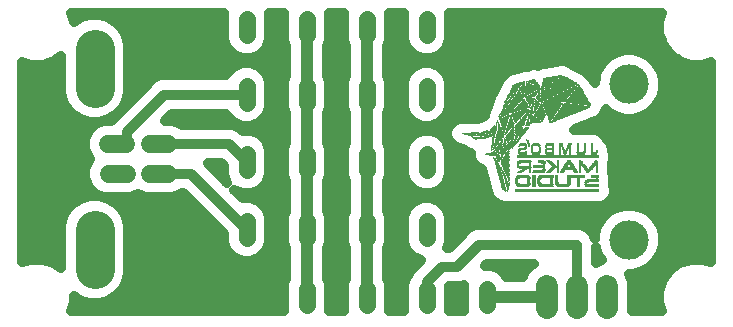
<source format=gbl>
G75*
%MOIN*%
%OFA0B0*%
%FSLAX24Y24*%
%IPPOS*%
%LPD*%
%AMOC8*
5,1,8,0,0,1.08239X$1,22.5*
%
%ADD10C,0.0600*%
%ADD11C,0.1300*%
%ADD12C,0.1310*%
%ADD13C,0.0740*%
%ADD14C,0.0560*%
%ADD15R,0.0010X0.0005*%
%ADD16R,0.0015X0.0005*%
%ADD17R,0.2795X0.0005*%
%ADD18R,0.0025X0.0005*%
%ADD19R,0.0030X0.0005*%
%ADD20R,0.0020X0.0005*%
%ADD21R,0.0035X0.0005*%
%ADD22R,0.0040X0.0005*%
%ADD23R,0.0050X0.0005*%
%ADD24R,0.0055X0.0005*%
%ADD25R,0.0060X0.0005*%
%ADD26R,0.0065X0.0005*%
%ADD27R,0.0075X0.0005*%
%ADD28R,0.0080X0.0005*%
%ADD29R,0.0085X0.0005*%
%ADD30R,0.0095X0.0005*%
%ADD31R,0.0045X0.0005*%
%ADD32R,0.0100X0.0005*%
%ADD33R,0.0105X0.0005*%
%ADD34R,0.0110X0.0005*%
%ADD35R,0.0115X0.0005*%
%ADD36R,0.0070X0.0005*%
%ADD37R,0.0350X0.0005*%
%ADD38R,0.0200X0.0005*%
%ADD39R,0.0365X0.0005*%
%ADD40R,0.0395X0.0005*%
%ADD41R,0.0310X0.0005*%
%ADD42R,0.0420X0.0005*%
%ADD43R,0.0090X0.0005*%
%ADD44R,0.0415X0.0005*%
%ADD45R,0.0440X0.0005*%
%ADD46R,0.0425X0.0005*%
%ADD47R,0.0380X0.0005*%
%ADD48R,0.0455X0.0005*%
%ADD49R,0.0435X0.0005*%
%ADD50R,0.0400X0.0005*%
%ADD51R,0.0465X0.0005*%
%ADD52R,0.0475X0.0005*%
%ADD53R,0.0445X0.0005*%
%ADD54R,0.0430X0.0005*%
%ADD55R,0.0480X0.0005*%
%ADD56R,0.0450X0.0005*%
%ADD57R,0.0485X0.0005*%
%ADD58R,0.0490X0.0005*%
%ADD59R,0.0460X0.0005*%
%ADD60R,0.0495X0.0005*%
%ADD61R,0.0470X0.0005*%
%ADD62R,0.0500X0.0005*%
%ADD63R,0.0505X0.0005*%
%ADD64R,0.0510X0.0005*%
%ADD65R,0.0120X0.0005*%
%ADD66R,0.0145X0.0005*%
%ADD67R,0.0140X0.0005*%
%ADD68R,0.0125X0.0005*%
%ADD69R,0.0005X0.0005*%
%ADD70R,0.0135X0.0005*%
%ADD71R,0.0410X0.0005*%
%ADD72R,0.0390X0.0005*%
%ADD73R,0.0260X0.0005*%
%ADD74R,0.0255X0.0005*%
%ADD75R,0.0250X0.0005*%
%ADD76R,0.0245X0.0005*%
%ADD77R,0.0240X0.0005*%
%ADD78R,0.0235X0.0005*%
%ADD79R,0.0230X0.0005*%
%ADD80R,0.0405X0.0005*%
%ADD81R,0.0220X0.0005*%
%ADD82R,0.0385X0.0005*%
%ADD83R,0.0210X0.0005*%
%ADD84R,0.0360X0.0005*%
%ADD85R,0.0195X0.0005*%
%ADD86R,0.0320X0.0005*%
%ADD87R,0.0165X0.0005*%
%ADD88R,0.0130X0.0005*%
%ADD89R,0.0155X0.0005*%
%ADD90R,0.0150X0.0005*%
%ADD91R,0.0370X0.0005*%
%ADD92R,0.0160X0.0005*%
%ADD93R,0.0170X0.0005*%
%ADD94R,0.0175X0.0005*%
%ADD95R,0.0180X0.0005*%
%ADD96R,0.0185X0.0005*%
%ADD97R,0.0215X0.0005*%
%ADD98R,0.0190X0.0005*%
%ADD99R,0.0205X0.0005*%
%ADD100R,0.0225X0.0005*%
%ADD101R,0.0265X0.0005*%
%ADD102R,0.0270X0.0005*%
%ADD103R,0.0275X0.0005*%
%ADD104R,0.0280X0.0005*%
%ADD105R,0.0285X0.0005*%
%ADD106R,0.0290X0.0005*%
%ADD107R,0.0295X0.0005*%
%ADD108R,0.0340X0.0005*%
%ADD109R,0.2710X0.0005*%
%ADD110R,0.0325X0.0005*%
%ADD111R,0.0345X0.0005*%
%ADD112R,0.0305X0.0005*%
%ADD113R,0.0300X0.0005*%
%ADD114R,0.0330X0.0005*%
%ADD115R,0.0335X0.0005*%
%ADD116R,0.0315X0.0005*%
%ADD117R,0.0375X0.0005*%
%ADD118R,0.0535X0.0005*%
%ADD119R,0.0545X0.0005*%
%ADD120R,0.0355X0.0005*%
%ADD121R,0.0520X0.0005*%
%ADD122R,0.0525X0.0005*%
%ADD123R,0.0555X0.0005*%
%ADD124R,0.0560X0.0005*%
%ADD125R,0.0570X0.0005*%
%ADD126R,0.0580X0.0005*%
%ADD127R,0.0590X0.0005*%
%ADD128R,0.0600X0.0005*%
%ADD129R,0.0610X0.0005*%
%ADD130R,0.0620X0.0005*%
%ADD131R,0.0625X0.0005*%
%ADD132R,0.0640X0.0005*%
%ADD133R,0.0645X0.0005*%
%ADD134R,0.0655X0.0005*%
%ADD135R,0.0660X0.0005*%
%ADD136R,0.0675X0.0005*%
%ADD137R,0.0680X0.0005*%
%ADD138R,0.0690X0.0005*%
%ADD139R,0.0700X0.0005*%
%ADD140R,0.0710X0.0005*%
%ADD141R,0.0715X0.0005*%
%ADD142R,0.0730X0.0005*%
%ADD143R,0.0735X0.0005*%
%ADD144R,0.0745X0.0005*%
%ADD145R,0.0755X0.0005*%
%ADD146R,0.0765X0.0005*%
%ADD147R,0.0770X0.0005*%
%ADD148R,0.0780X0.0005*%
%ADD149R,0.0790X0.0005*%
%ADD150R,0.0800X0.0005*%
%ADD151R,0.0805X0.0005*%
%ADD152R,0.0820X0.0005*%
%ADD153R,0.0825X0.0005*%
%ADD154R,0.0835X0.0005*%
%ADD155R,0.0845X0.0005*%
%ADD156R,0.0855X0.0005*%
%ADD157R,0.0860X0.0005*%
%ADD158R,0.0870X0.0005*%
%ADD159R,0.0880X0.0005*%
%ADD160R,0.0890X0.0005*%
%ADD161R,0.0515X0.0005*%
%ADD162R,0.0895X0.0005*%
%ADD163R,0.0910X0.0005*%
%ADD164R,0.0915X0.0005*%
%ADD165R,0.0530X0.0005*%
%ADD166R,0.0925X0.0005*%
%ADD167R,0.0935X0.0005*%
%ADD168R,0.0540X0.0005*%
%ADD169R,0.0945X0.0005*%
%ADD170R,0.0950X0.0005*%
%ADD171R,0.0955X0.0005*%
%ADD172R,0.0575X0.0005*%
%ADD173R,0.0795X0.0005*%
%ADD174R,0.0585X0.0005*%
%ADD175R,0.0720X0.0005*%
%ADD176R,0.0595X0.0005*%
%ADD177R,0.0635X0.0005*%
%ADD178R,0.0615X0.0005*%
%ADD179R,0.0630X0.0005*%
%ADD180R,0.0650X0.0005*%
%ADD181R,0.0685X0.0005*%
%ADD182R,0.0750X0.0005*%
%ADD183R,0.0785X0.0005*%
%ADD184R,0.0775X0.0005*%
%ADD185R,0.0670X0.0005*%
%ADD186R,0.0740X0.0005*%
%ADD187R,0.0725X0.0005*%
%ADD188R,0.0705X0.0005*%
%ADD189R,0.0605X0.0005*%
%ADD190R,0.0665X0.0005*%
%ADD191R,0.0565X0.0005*%
%ADD192R,0.0550X0.0005*%
%ADD193R,0.0695X0.0005*%
%ADD194R,0.0810X0.0005*%
%ADD195C,0.0400*%
%ADD196C,0.0320*%
D10*
X004461Y005618D02*
X005061Y005618D01*
X005841Y005618D02*
X006441Y005618D01*
X006441Y006602D02*
X005841Y006602D01*
X005053Y006610D02*
X004453Y006610D01*
D11*
X003991Y008480D02*
X003991Y009780D01*
X003991Y003740D02*
X003991Y002440D01*
D12*
X021811Y003425D03*
X021811Y008595D03*
D13*
X021061Y001880D02*
X021061Y001140D01*
X020061Y001140D02*
X020061Y001880D01*
X019061Y001880D02*
X019061Y001140D01*
D14*
X017061Y001230D02*
X017061Y001790D01*
X015061Y001790D02*
X015061Y001230D01*
X013061Y001230D02*
X013061Y001790D01*
X011061Y001790D02*
X011061Y001230D01*
X011061Y003480D02*
X011061Y004040D01*
X009061Y004040D02*
X009061Y003480D01*
X013061Y003480D02*
X013061Y004040D01*
X015061Y004040D02*
X015061Y003480D01*
X015061Y005730D02*
X015061Y006290D01*
X013061Y006290D02*
X013061Y005730D01*
X011061Y005730D02*
X011061Y006290D01*
X009061Y006290D02*
X009061Y005730D01*
X009061Y007980D02*
X009061Y008540D01*
X011061Y008540D02*
X011061Y007980D01*
X013061Y007980D02*
X013061Y008540D01*
X015061Y008540D02*
X015061Y007980D01*
X015061Y010230D02*
X015061Y010790D01*
X013061Y010790D02*
X013061Y010230D01*
X011061Y010230D02*
X011061Y010790D01*
X009061Y010790D02*
X009061Y010230D01*
D15*
X016964Y006865D03*
X017264Y006935D03*
X017654Y006935D03*
X017654Y006940D03*
X017684Y006905D03*
X017599Y006735D03*
X017759Y006640D03*
X017959Y006785D03*
X017964Y006790D03*
X018024Y006935D03*
X018259Y007085D03*
X018264Y007090D03*
X017974Y007175D03*
X017974Y007180D03*
X018024Y007295D03*
X017854Y007550D03*
X017854Y007555D03*
X017814Y007570D03*
X017494Y007520D03*
X017489Y007510D03*
X017484Y007505D03*
X017484Y007500D03*
X017494Y007455D03*
X017439Y007360D03*
X017434Y007350D03*
X017434Y007345D03*
X017429Y007330D03*
X017424Y007315D03*
X017424Y007310D03*
X017424Y007305D03*
X017419Y007300D03*
X017419Y007295D03*
X017419Y007290D03*
X017414Y007275D03*
X017339Y007205D03*
X017334Y007200D03*
X018524Y007285D03*
X019169Y007310D03*
X019169Y007315D03*
X019214Y007305D03*
X018634Y007600D03*
X018634Y007605D03*
X018604Y007605D03*
X018604Y007610D03*
X018524Y007690D03*
X018524Y007695D03*
X018524Y007700D03*
X018489Y007670D03*
X018489Y007665D03*
X018489Y007660D03*
X018489Y007655D03*
X018479Y007730D03*
X018894Y007930D03*
X018884Y007995D03*
X018844Y008000D03*
X018634Y008015D03*
X018634Y008020D03*
X018339Y008170D03*
X018309Y008175D03*
X018309Y008180D03*
X018139Y008385D03*
X018094Y008390D03*
X018089Y008385D03*
X018084Y008380D03*
X018129Y008465D03*
X017954Y008555D03*
X018334Y008630D03*
X018329Y008680D03*
X018859Y008430D03*
X018844Y008325D03*
X018844Y008320D03*
X019664Y007955D03*
X017669Y007990D03*
X017664Y007985D03*
X017664Y007980D03*
X017604Y006475D03*
X017684Y006320D03*
X017499Y006215D03*
X017504Y006035D03*
X017504Y006030D03*
X017314Y006140D03*
X017309Y006145D03*
X017239Y006365D03*
X017239Y006370D03*
X017239Y006375D03*
X017239Y006380D03*
X017239Y006385D03*
X017284Y006410D03*
X017889Y006470D03*
X017889Y006475D03*
X017894Y006480D03*
X017924Y006455D03*
X017929Y006460D03*
X017934Y006465D03*
X017939Y006475D03*
X017554Y005805D03*
X017554Y005800D03*
X017559Y005795D03*
X017559Y005790D03*
X017559Y005785D03*
X017564Y005775D03*
X017824Y005325D03*
X017824Y005320D03*
X017779Y005025D03*
X017779Y005020D03*
X017779Y005015D03*
X017779Y005010D03*
X017714Y005010D03*
D16*
X017711Y005015D03*
X017821Y005330D03*
X017821Y005335D03*
X017821Y005340D03*
X017571Y005755D03*
X017571Y005760D03*
X017566Y005765D03*
X017566Y005770D03*
X017561Y005780D03*
X017506Y006040D03*
X017511Y006045D03*
X017511Y006050D03*
X017461Y006030D03*
X017316Y006130D03*
X017316Y006135D03*
X017371Y006210D03*
X017301Y006355D03*
X017286Y006415D03*
X017291Y006425D03*
X017241Y006410D03*
X017241Y006405D03*
X017241Y006400D03*
X017241Y006395D03*
X017241Y006390D03*
X017606Y006480D03*
X017611Y006485D03*
X017896Y006485D03*
X017896Y006490D03*
X017901Y006495D03*
X017901Y006500D03*
X017906Y006505D03*
X017941Y006480D03*
X017946Y006485D03*
X017951Y006490D03*
X017956Y006500D03*
X017936Y006470D03*
X017596Y006730D03*
X017661Y006760D03*
X017661Y006765D03*
X017661Y006770D03*
X017686Y006910D03*
X017691Y006915D03*
X017651Y006945D03*
X017651Y006950D03*
X017956Y006780D03*
X018026Y006940D03*
X018251Y007080D03*
X018026Y007195D03*
X017971Y007170D03*
X017476Y007280D03*
X017476Y007285D03*
X017416Y007285D03*
X017416Y007280D03*
X017411Y007270D03*
X017411Y007265D03*
X017411Y007260D03*
X017406Y007250D03*
X017406Y007245D03*
X017491Y007515D03*
X017496Y007525D03*
X017501Y007530D03*
X017856Y007545D03*
X018486Y007640D03*
X018486Y007645D03*
X018486Y007650D03*
X018526Y007680D03*
X018526Y007685D03*
X018471Y007715D03*
X018471Y007720D03*
X018476Y007725D03*
X018511Y007865D03*
X018631Y008005D03*
X018631Y008010D03*
X018676Y008085D03*
X018841Y008005D03*
X018891Y007925D03*
X018891Y007920D03*
X018636Y007615D03*
X018636Y007610D03*
X018601Y007615D03*
X018601Y007620D03*
X018526Y007525D03*
X018911Y007350D03*
X017676Y008000D03*
X017671Y007995D03*
X018316Y008085D03*
X018341Y008175D03*
X018306Y008185D03*
X018136Y008380D03*
X018081Y008375D03*
X018076Y008370D03*
X018071Y008365D03*
X018331Y008625D03*
X018391Y008635D03*
X018631Y008745D03*
X018841Y008515D03*
X018891Y008440D03*
X018886Y008435D03*
X018851Y008425D03*
X018841Y008315D03*
X020121Y008575D03*
X020151Y008550D03*
X016561Y006855D03*
D17*
X019416Y005080D03*
X019416Y005075D03*
X019416Y005070D03*
X019416Y005065D03*
X019416Y005060D03*
X019416Y005055D03*
X019416Y005050D03*
X019416Y005045D03*
X019416Y005040D03*
X019416Y005035D03*
X019416Y005030D03*
X019416Y005025D03*
X019416Y005020D03*
D18*
X017816Y005355D03*
X017816Y005360D03*
X017776Y005045D03*
X017706Y005020D03*
X017596Y005690D03*
X017591Y005700D03*
X017591Y005705D03*
X017586Y005710D03*
X017586Y005715D03*
X017586Y005720D03*
X017581Y005730D03*
X017456Y006040D03*
X017456Y006045D03*
X017516Y006060D03*
X017516Y006065D03*
X017521Y006070D03*
X017521Y006075D03*
X017491Y006210D03*
X017381Y006215D03*
X017326Y006115D03*
X017326Y006110D03*
X017671Y006310D03*
X017616Y006495D03*
X017761Y006650D03*
X017666Y006745D03*
X017591Y006720D03*
X017586Y006710D03*
X017921Y006540D03*
X017921Y006535D03*
X017916Y006530D03*
X017926Y006550D03*
X017976Y006530D03*
X017981Y006535D03*
X017971Y006520D03*
X017991Y006550D03*
X017946Y006765D03*
X018031Y006945D03*
X018231Y007055D03*
X018236Y007060D03*
X018241Y007065D03*
X017966Y007160D03*
X018026Y007305D03*
X017856Y007525D03*
X017856Y007530D03*
X017856Y007535D03*
X017806Y007565D03*
X017521Y007570D03*
X017516Y007560D03*
X017511Y007550D03*
X017506Y007465D03*
X017396Y007215D03*
X017396Y007210D03*
X017396Y007205D03*
X017391Y007200D03*
X017391Y007195D03*
X017391Y007190D03*
X017386Y007175D03*
X017326Y007190D03*
X017256Y006930D03*
X017651Y006960D03*
X017651Y006965D03*
X017651Y006970D03*
X017696Y006930D03*
X017701Y006935D03*
X017301Y006445D03*
X017296Y006435D03*
X017246Y006440D03*
X017246Y006445D03*
X017246Y006450D03*
X017246Y006455D03*
X017246Y006460D03*
X019171Y007325D03*
X019171Y007330D03*
X018531Y007530D03*
X018481Y007600D03*
X018481Y007605D03*
X018481Y007610D03*
X018481Y007615D03*
X018531Y007660D03*
X018531Y007665D03*
X018596Y007640D03*
X018596Y007635D03*
X018646Y007635D03*
X018646Y007640D03*
X018461Y007700D03*
X018441Y007755D03*
X018511Y007875D03*
X018621Y007975D03*
X018621Y007980D03*
X018626Y007990D03*
X018681Y008075D03*
X018836Y008010D03*
X018896Y008005D03*
X018891Y007915D03*
X018351Y008185D03*
X018301Y008200D03*
X018301Y008205D03*
X018041Y008325D03*
X018036Y008320D03*
X018031Y008315D03*
X017956Y008545D03*
X018326Y008615D03*
X018396Y008630D03*
X018831Y008520D03*
X018896Y008445D03*
X018836Y008305D03*
X018836Y008300D03*
X019616Y008855D03*
X017691Y008020D03*
X017686Y008015D03*
X020536Y007870D03*
D19*
X020149Y008540D03*
X020109Y008565D03*
X018899Y008450D03*
X018839Y008415D03*
X018834Y008410D03*
X018834Y008295D03*
X018684Y008070D03*
X018619Y007970D03*
X018619Y007965D03*
X018619Y007960D03*
X018509Y007880D03*
X018459Y007695D03*
X018454Y007690D03*
X018534Y007655D03*
X018534Y007650D03*
X018594Y007650D03*
X018594Y007645D03*
X018649Y007645D03*
X018479Y007595D03*
X018479Y007590D03*
X018479Y007585D03*
X018479Y007580D03*
X018889Y007905D03*
X018889Y007910D03*
X018834Y008015D03*
X018314Y008075D03*
X018299Y008210D03*
X018299Y008215D03*
X018139Y008370D03*
X018029Y008310D03*
X018024Y008305D03*
X018019Y008300D03*
X018014Y008290D03*
X018009Y008285D03*
X017699Y008030D03*
X017694Y008025D03*
X017904Y007640D03*
X017534Y007590D03*
X017529Y007585D03*
X017529Y007580D03*
X017524Y007575D03*
X017519Y007565D03*
X017514Y007470D03*
X017479Y007260D03*
X017479Y007255D03*
X017479Y007250D03*
X017389Y007185D03*
X017389Y007180D03*
X017384Y007170D03*
X017384Y007165D03*
X017384Y007160D03*
X017379Y007150D03*
X017379Y007145D03*
X017324Y007185D03*
X017319Y007180D03*
X016989Y006880D03*
X016979Y006875D03*
X017584Y006705D03*
X017664Y006735D03*
X017664Y006740D03*
X017704Y006940D03*
X017939Y006755D03*
X017944Y006760D03*
X018034Y006950D03*
X017964Y007150D03*
X017964Y007155D03*
X018274Y007195D03*
X019229Y007315D03*
X018409Y006730D03*
X018469Y006515D03*
X018009Y006575D03*
X017999Y006560D03*
X017994Y006555D03*
X017989Y006545D03*
X017984Y006540D03*
X017934Y006560D03*
X017934Y006565D03*
X017939Y006575D03*
X017929Y006555D03*
X017924Y006545D03*
X017619Y006500D03*
X017304Y006450D03*
X017299Y006440D03*
X017249Y006465D03*
X017249Y006470D03*
X017249Y006475D03*
X017249Y006480D03*
X017249Y006485D03*
X017389Y006220D03*
X017484Y006205D03*
X017529Y006090D03*
X017524Y006080D03*
X017454Y006050D03*
X017334Y006100D03*
X017329Y006105D03*
X017794Y006365D03*
X017594Y005695D03*
X017599Y005685D03*
X017599Y005680D03*
X017604Y005670D03*
X017814Y005370D03*
X017814Y005365D03*
X017779Y005060D03*
X017779Y005055D03*
X017779Y005050D03*
X017704Y005025D03*
X018324Y008610D03*
D20*
X018329Y008620D03*
X018319Y008675D03*
X017954Y008550D03*
X018129Y008470D03*
X018139Y008375D03*
X018069Y008360D03*
X018064Y008355D03*
X018059Y008350D03*
X018054Y008345D03*
X018054Y008340D03*
X018049Y008335D03*
X018044Y008330D03*
X018304Y008195D03*
X018304Y008190D03*
X018349Y008180D03*
X018314Y008080D03*
X018624Y007985D03*
X018629Y007995D03*
X018629Y008000D03*
X018679Y008080D03*
X018889Y008000D03*
X018919Y007970D03*
X018509Y007870D03*
X018469Y007710D03*
X018464Y007705D03*
X018529Y007675D03*
X018529Y007670D03*
X018484Y007635D03*
X018484Y007630D03*
X018484Y007625D03*
X018484Y007620D03*
X018599Y007625D03*
X018599Y007630D03*
X018639Y007620D03*
X018644Y007625D03*
X018644Y007630D03*
X018614Y007530D03*
X018909Y007355D03*
X019169Y007320D03*
X019219Y007310D03*
X018249Y007075D03*
X018244Y007070D03*
X017969Y007165D03*
X018024Y007300D03*
X017854Y007540D03*
X017894Y007635D03*
X017514Y007555D03*
X017509Y007545D03*
X017504Y007540D03*
X017504Y007535D03*
X017499Y007460D03*
X017479Y007275D03*
X017479Y007270D03*
X017479Y007265D03*
X017409Y007255D03*
X017404Y007240D03*
X017404Y007235D03*
X017404Y007230D03*
X017399Y007225D03*
X017399Y007220D03*
X017329Y007195D03*
X017654Y006955D03*
X017694Y006925D03*
X017694Y006920D03*
X017664Y006755D03*
X017664Y006750D03*
X017594Y006725D03*
X017589Y006715D03*
X017759Y006645D03*
X017914Y006525D03*
X017914Y006520D03*
X017909Y006515D03*
X017909Y006510D03*
X017954Y006495D03*
X017959Y006505D03*
X017964Y006510D03*
X017969Y006515D03*
X017974Y006525D03*
X017799Y006370D03*
X017679Y006315D03*
X017614Y006490D03*
X017439Y006340D03*
X017289Y006420D03*
X017294Y006430D03*
X017244Y006430D03*
X017244Y006435D03*
X017244Y006425D03*
X017244Y006420D03*
X017244Y006415D03*
X017299Y006200D03*
X017319Y006125D03*
X017324Y006120D03*
X017459Y006035D03*
X017514Y006055D03*
X017574Y005750D03*
X017574Y005745D03*
X017579Y005740D03*
X017579Y005735D03*
X017584Y005725D03*
X017819Y005350D03*
X017819Y005345D03*
X017779Y005040D03*
X017779Y005035D03*
X017779Y005030D03*
X017949Y006770D03*
X017954Y006775D03*
X018404Y006735D03*
X016994Y006770D03*
X016969Y006870D03*
X017679Y008005D03*
X017684Y008010D03*
X018839Y008310D03*
X018844Y008420D03*
X018919Y008415D03*
X019569Y008885D03*
X020059Y008600D03*
X020114Y008570D03*
X020149Y008545D03*
D21*
X020101Y008560D03*
X018821Y008525D03*
X018826Y008405D03*
X018831Y008290D03*
X018631Y008125D03*
X018686Y008065D03*
X018616Y007955D03*
X018616Y007950D03*
X018831Y008020D03*
X018901Y008010D03*
X018431Y007750D03*
X018451Y007685D03*
X018446Y007675D03*
X018536Y007645D03*
X018536Y007640D03*
X018536Y007635D03*
X018591Y007655D03*
X018591Y007660D03*
X018651Y007655D03*
X018651Y007650D03*
X018611Y007525D03*
X018536Y007535D03*
X018476Y007565D03*
X018476Y007570D03*
X018476Y007575D03*
X018906Y007360D03*
X019171Y007335D03*
X018226Y007050D03*
X018221Y007045D03*
X018036Y006955D03*
X017936Y006750D03*
X017931Y006745D03*
X017761Y006655D03*
X017666Y006725D03*
X017666Y006730D03*
X017581Y006700D03*
X017576Y006690D03*
X017626Y006515D03*
X017626Y006510D03*
X017621Y006505D03*
X017306Y006455D03*
X017251Y006490D03*
X017251Y006495D03*
X017251Y006500D03*
X017251Y006505D03*
X017251Y006510D03*
X016996Y006775D03*
X017246Y006925D03*
X017081Y007030D03*
X017316Y007175D03*
X017381Y007155D03*
X017376Y007140D03*
X017376Y007135D03*
X017376Y007130D03*
X017371Y007120D03*
X017371Y007115D03*
X017481Y007240D03*
X017481Y007245D03*
X017651Y006980D03*
X017651Y006975D03*
X017706Y006945D03*
X017711Y006950D03*
X017711Y006955D03*
X017961Y007145D03*
X018026Y007310D03*
X017856Y007515D03*
X017856Y007520D03*
X017801Y007560D03*
X017541Y007605D03*
X017536Y007600D03*
X017536Y007595D03*
X017701Y008035D03*
X017706Y008040D03*
X017996Y008270D03*
X018001Y008275D03*
X018006Y008280D03*
X018016Y008295D03*
X018136Y008365D03*
X018126Y008475D03*
X017956Y008540D03*
X018321Y008600D03*
X018321Y008605D03*
X018626Y008740D03*
X018356Y008190D03*
X018296Y008220D03*
X018311Y008070D03*
X018416Y006725D03*
X018466Y006535D03*
X018466Y006530D03*
X018466Y006525D03*
X018466Y006520D03*
X018026Y006600D03*
X018016Y006585D03*
X018011Y006580D03*
X018006Y006570D03*
X018001Y006565D03*
X017946Y006590D03*
X017941Y006580D03*
X017936Y006570D03*
X017666Y006305D03*
X017396Y006225D03*
X017336Y006095D03*
X017341Y006085D03*
X017526Y006085D03*
X017531Y006095D03*
X017601Y005675D03*
X017606Y005665D03*
X017606Y005660D03*
X017611Y005655D03*
X017611Y005650D03*
X017611Y005645D03*
X017616Y005635D03*
X017811Y005380D03*
X017811Y005375D03*
X017776Y005070D03*
X017776Y005065D03*
X017696Y005030D03*
D22*
X017694Y005035D03*
X017779Y005075D03*
X017809Y005385D03*
X017809Y005390D03*
X017809Y005395D03*
X017624Y005615D03*
X017624Y005620D03*
X017619Y005625D03*
X017619Y005630D03*
X017614Y005640D03*
X017454Y006055D03*
X017534Y006100D03*
X017534Y006105D03*
X017539Y006115D03*
X017479Y006200D03*
X017404Y006230D03*
X017424Y006335D03*
X017314Y006360D03*
X017309Y006460D03*
X017314Y006470D03*
X017254Y006515D03*
X017254Y006520D03*
X017254Y006525D03*
X017254Y006530D03*
X017254Y006535D03*
X017574Y006685D03*
X017579Y006695D03*
X017669Y006720D03*
X017764Y006660D03*
X017929Y006740D03*
X017959Y006615D03*
X017954Y006605D03*
X017954Y006600D03*
X017949Y006595D03*
X017944Y006585D03*
X018019Y006590D03*
X018024Y006595D03*
X018029Y006605D03*
X018034Y006610D03*
X017789Y006360D03*
X017659Y006300D03*
X017629Y006520D03*
X017714Y006960D03*
X017649Y006985D03*
X017649Y006990D03*
X017364Y007085D03*
X017364Y007090D03*
X017364Y007095D03*
X017369Y007100D03*
X017369Y007105D03*
X017369Y007110D03*
X017374Y007125D03*
X017314Y007170D03*
X016999Y006885D03*
X016559Y006860D03*
X017519Y007475D03*
X017544Y007610D03*
X017549Y007615D03*
X017549Y007620D03*
X017554Y007625D03*
X017794Y007555D03*
X017859Y007510D03*
X017859Y007505D03*
X017914Y007645D03*
X018439Y007665D03*
X018444Y007670D03*
X018449Y007680D03*
X018539Y007630D03*
X018539Y007625D03*
X018474Y007560D03*
X018474Y007555D03*
X018474Y007550D03*
X018474Y007545D03*
X018654Y007660D03*
X018509Y007885D03*
X018509Y007890D03*
X018614Y007940D03*
X018614Y007945D03*
X018829Y008025D03*
X018889Y007900D03*
X018374Y008145D03*
X017994Y008265D03*
X017989Y008260D03*
X017984Y008255D03*
X017979Y008250D03*
X017969Y008235D03*
X017714Y008050D03*
X017709Y008045D03*
X018829Y008280D03*
X018829Y008285D03*
X018819Y008400D03*
X018904Y008455D03*
X018909Y008460D03*
X018319Y008595D03*
X018309Y008670D03*
X019619Y008850D03*
X020094Y008555D03*
X020149Y008535D03*
X019174Y007340D03*
X019234Y007320D03*
X018904Y007365D03*
X018219Y007040D03*
X018214Y007035D03*
X018209Y007030D03*
X018039Y006960D03*
X017959Y007140D03*
X018029Y007315D03*
X018464Y006555D03*
X018464Y006550D03*
X018464Y006545D03*
X018464Y006540D03*
X017344Y006080D03*
X017339Y006090D03*
D23*
X017349Y006070D03*
X017354Y006065D03*
X017354Y006060D03*
X017449Y006065D03*
X017449Y006070D03*
X017544Y006125D03*
X017544Y006130D03*
X017549Y006135D03*
X017474Y006195D03*
X017419Y006240D03*
X017289Y006205D03*
X017319Y006480D03*
X017324Y006490D03*
X017259Y006570D03*
X017259Y006575D03*
X017259Y006580D03*
X017259Y006585D03*
X017259Y006590D03*
X017569Y006675D03*
X017669Y006700D03*
X017669Y006705D03*
X017764Y006665D03*
X017919Y006730D03*
X017924Y006735D03*
X017979Y006655D03*
X017974Y006645D03*
X017969Y006640D03*
X017969Y006635D03*
X017964Y006625D03*
X018054Y006640D03*
X018059Y006645D03*
X018059Y006650D03*
X018064Y006655D03*
X018069Y006660D03*
X018424Y006720D03*
X018459Y006595D03*
X018459Y006590D03*
X018459Y006585D03*
X018459Y006580D03*
X018044Y006970D03*
X017724Y006975D03*
X017724Y006980D03*
X017649Y007000D03*
X017649Y007005D03*
X017354Y007050D03*
X017354Y007055D03*
X017349Y007040D03*
X017349Y007035D03*
X017349Y007030D03*
X017344Y007020D03*
X017344Y007015D03*
X017304Y007160D03*
X017484Y007220D03*
X017534Y007485D03*
X017564Y007645D03*
X017569Y007655D03*
X017574Y007665D03*
X017789Y007550D03*
X017859Y007495D03*
X017859Y007490D03*
X018029Y007320D03*
X018044Y007190D03*
X017954Y007130D03*
X017954Y007125D03*
X018544Y007290D03*
X018904Y007370D03*
X019174Y007350D03*
X019244Y007325D03*
X018609Y007520D03*
X018544Y007605D03*
X018544Y007610D03*
X018589Y007675D03*
X018589Y007680D03*
X018659Y007680D03*
X018659Y007675D03*
X018664Y007685D03*
X018434Y007655D03*
X018429Y007650D03*
X018469Y007520D03*
X018469Y007515D03*
X018469Y007510D03*
X018469Y007505D03*
X018464Y007495D03*
X018464Y007490D03*
X018509Y007895D03*
X018604Y007910D03*
X018604Y007915D03*
X018609Y007925D03*
X018824Y008035D03*
X018694Y008055D03*
X018824Y008270D03*
X018914Y008465D03*
X018804Y008535D03*
X018619Y008735D03*
X018299Y008665D03*
X018314Y008585D03*
X018294Y008240D03*
X018294Y008235D03*
X018364Y008200D03*
X017954Y008215D03*
X017949Y008210D03*
X017944Y008205D03*
X017739Y008085D03*
X017734Y008080D03*
X017724Y008065D03*
X018889Y007890D03*
X019679Y007950D03*
X020149Y008525D03*
X020079Y008545D03*
X017004Y006780D03*
X017634Y006530D03*
X017639Y006535D03*
X017634Y005590D03*
X017639Y005580D03*
X017639Y005575D03*
X017639Y005570D03*
X017644Y005565D03*
X017644Y005560D03*
X017649Y005550D03*
X017804Y005415D03*
X017804Y005410D03*
X017779Y005095D03*
X017689Y005040D03*
X020454Y005635D03*
D24*
X020716Y006045D03*
X020186Y006045D03*
X018456Y006600D03*
X018456Y006605D03*
X018456Y006610D03*
X018086Y006685D03*
X018081Y006680D03*
X018076Y006675D03*
X018076Y006670D03*
X018071Y006665D03*
X017986Y006670D03*
X017981Y006665D03*
X017981Y006660D03*
X017976Y006650D03*
X017916Y006725D03*
X017766Y006670D03*
X017671Y006695D03*
X017566Y006670D03*
X017566Y006665D03*
X017561Y006660D03*
X017641Y006540D03*
X017326Y006495D03*
X017321Y006485D03*
X017326Y006365D03*
X017426Y006245D03*
X017551Y006145D03*
X017551Y006140D03*
X017446Y006075D03*
X017356Y006055D03*
X017646Y006290D03*
X017781Y006355D03*
X017261Y006595D03*
X017261Y006600D03*
X017261Y006605D03*
X017261Y006610D03*
X017261Y006615D03*
X017331Y006970D03*
X017336Y006985D03*
X017336Y006990D03*
X017336Y006995D03*
X017341Y007000D03*
X017341Y007005D03*
X017341Y007010D03*
X017346Y007025D03*
X017301Y007155D03*
X017481Y007215D03*
X017651Y007010D03*
X017726Y006985D03*
X017731Y006990D03*
X017951Y007120D03*
X018031Y007325D03*
X017861Y007485D03*
X017926Y007650D03*
X017586Y007685D03*
X017581Y007680D03*
X017581Y007675D03*
X017576Y007670D03*
X017571Y007660D03*
X018421Y007635D03*
X018426Y007640D03*
X018426Y007645D03*
X018546Y007600D03*
X018546Y007595D03*
X018546Y007545D03*
X018466Y007500D03*
X018461Y007485D03*
X018461Y007480D03*
X018461Y007475D03*
X018461Y007470D03*
X018586Y007685D03*
X018586Y007690D03*
X018666Y007690D03*
X018666Y007695D03*
X018601Y007895D03*
X018601Y007900D03*
X018601Y007905D03*
X018506Y007900D03*
X018696Y008050D03*
X018821Y008040D03*
X018911Y008020D03*
X018886Y007885D03*
X018311Y008060D03*
X018291Y008245D03*
X018136Y008350D03*
X018126Y008485D03*
X017961Y008530D03*
X018311Y008580D03*
X018801Y008385D03*
X018821Y008265D03*
X018821Y008260D03*
X017941Y008200D03*
X017936Y008195D03*
X017931Y008190D03*
X017926Y008180D03*
X017921Y008175D03*
X017746Y008095D03*
X017741Y008090D03*
X019176Y007355D03*
X019251Y007330D03*
X018196Y007015D03*
X018191Y007010D03*
X018186Y007005D03*
X017016Y006895D03*
X017646Y005555D03*
X017651Y005545D03*
X017651Y005540D03*
X017656Y005530D03*
X017801Y005425D03*
X017801Y005420D03*
X017776Y005110D03*
X017776Y005105D03*
X017776Y005100D03*
X017686Y005045D03*
X020146Y008520D03*
X020071Y008540D03*
D25*
X020064Y008535D03*
X020024Y008590D03*
X019619Y008845D03*
X018954Y008425D03*
X018919Y008470D03*
X018794Y008380D03*
X018819Y008255D03*
X018699Y008045D03*
X018599Y007890D03*
X018599Y007885D03*
X018509Y007905D03*
X018409Y007740D03*
X018419Y007630D03*
X018549Y007590D03*
X018549Y007585D03*
X018549Y007580D03*
X018549Y007550D03*
X018459Y007465D03*
X018459Y007460D03*
X018459Y007455D03*
X018459Y007450D03*
X017949Y007115D03*
X018049Y006975D03*
X018179Y006995D03*
X018184Y007000D03*
X017734Y006995D03*
X017649Y007015D03*
X017649Y007020D03*
X017649Y007025D03*
X017484Y007200D03*
X017484Y007205D03*
X017484Y007210D03*
X017299Y007150D03*
X017294Y007145D03*
X017334Y006980D03*
X017334Y006975D03*
X017329Y006965D03*
X017329Y006960D03*
X017329Y006955D03*
X017324Y006945D03*
X017324Y006940D03*
X017234Y006915D03*
X017024Y006900D03*
X017264Y006640D03*
X017264Y006635D03*
X017264Y006630D03*
X017264Y006625D03*
X017264Y006620D03*
X017329Y006500D03*
X017559Y006655D03*
X017669Y006690D03*
X017769Y006675D03*
X017909Y006715D03*
X017914Y006720D03*
X017989Y006680D03*
X017989Y006675D03*
X017994Y006685D03*
X017994Y006690D03*
X018089Y006690D03*
X018094Y006695D03*
X018094Y006700D03*
X018099Y006705D03*
X018104Y006710D03*
X018429Y006715D03*
X018454Y006630D03*
X018454Y006625D03*
X018454Y006620D03*
X018454Y006615D03*
X017644Y006545D03*
X017639Y006285D03*
X017559Y006160D03*
X017554Y006150D03*
X017469Y006190D03*
X017434Y006250D03*
X017409Y006330D03*
X017359Y006050D03*
X017364Y006045D03*
X017654Y005535D03*
X017659Y005525D03*
X017659Y005520D03*
X017664Y005515D03*
X017664Y005510D03*
X017664Y005505D03*
X017669Y005495D03*
X017794Y005450D03*
X017794Y005445D03*
X017794Y005440D03*
X017799Y005435D03*
X017799Y005430D03*
X017774Y005115D03*
X017679Y005050D03*
X019804Y006045D03*
X019174Y007360D03*
X018669Y007700D03*
X018584Y007700D03*
X018584Y007695D03*
X018884Y007880D03*
X018309Y008055D03*
X018369Y008205D03*
X018289Y008250D03*
X018289Y008255D03*
X018134Y008345D03*
X017964Y008525D03*
X018309Y008575D03*
X018409Y008620D03*
X017929Y008185D03*
X017919Y008170D03*
X017914Y008165D03*
X017909Y008160D03*
X017904Y008155D03*
X017754Y008105D03*
X017749Y008100D03*
X017594Y007700D03*
X017589Y007695D03*
X017589Y007690D03*
X017539Y007490D03*
X017784Y007545D03*
X017859Y007480D03*
X017859Y007475D03*
X020519Y007875D03*
D26*
X020146Y008515D03*
X019536Y008875D03*
X018921Y008475D03*
X018796Y008540D03*
X018786Y008375D03*
X018781Y008370D03*
X018816Y008250D03*
X018816Y008045D03*
X018916Y008025D03*
X018886Y007875D03*
X018701Y008040D03*
X018596Y007880D03*
X018596Y007875D03*
X018506Y007910D03*
X018581Y007710D03*
X018581Y007705D03*
X018671Y007705D03*
X018671Y007710D03*
X018551Y007575D03*
X018551Y007570D03*
X018416Y007625D03*
X018411Y007620D03*
X017936Y007655D03*
X017861Y007470D03*
X017861Y007465D03*
X018031Y007335D03*
X018031Y007330D03*
X017946Y007110D03*
X018051Y006980D03*
X018171Y006985D03*
X018176Y006990D03*
X017741Y007010D03*
X017736Y007005D03*
X017736Y007000D03*
X017486Y007195D03*
X017291Y007140D03*
X017326Y006950D03*
X017321Y006935D03*
X017321Y006930D03*
X017321Y006925D03*
X017316Y006920D03*
X017316Y006915D03*
X017036Y006905D03*
X017006Y006785D03*
X017266Y006665D03*
X017266Y006660D03*
X017266Y006655D03*
X017266Y006650D03*
X017266Y006645D03*
X017336Y006515D03*
X017331Y006510D03*
X017331Y006505D03*
X017556Y006650D03*
X017671Y006675D03*
X017671Y006680D03*
X017671Y006685D03*
X017646Y006550D03*
X017901Y006705D03*
X017906Y006710D03*
X017996Y006695D03*
X018001Y006700D03*
X018001Y006705D03*
X018006Y006710D03*
X018006Y006715D03*
X018106Y006715D03*
X018111Y006720D03*
X018111Y006725D03*
X018116Y006730D03*
X018451Y006650D03*
X018451Y006645D03*
X018451Y006640D03*
X018451Y006635D03*
X017776Y006350D03*
X017631Y006280D03*
X017561Y006170D03*
X017561Y006165D03*
X017556Y006155D03*
X017446Y006080D03*
X017366Y006040D03*
X017366Y006035D03*
X017441Y006255D03*
X016556Y006865D03*
X017546Y007495D03*
X017596Y007705D03*
X017601Y007710D03*
X017601Y007715D03*
X017606Y007720D03*
X017756Y008110D03*
X017761Y008115D03*
X017881Y008125D03*
X017891Y008140D03*
X017896Y008145D03*
X017901Y008150D03*
X018136Y008340D03*
X018286Y008265D03*
X018286Y008260D03*
X018306Y008570D03*
X018286Y008660D03*
X018456Y007445D03*
X018456Y007440D03*
X018456Y007435D03*
X018456Y007430D03*
X018901Y007375D03*
X019176Y007365D03*
X019676Y006245D03*
X017791Y005460D03*
X017791Y005455D03*
X017676Y005475D03*
X017676Y005480D03*
X017671Y005485D03*
X017671Y005490D03*
X017666Y005500D03*
X017776Y005130D03*
X017776Y005125D03*
X017776Y005120D03*
X017676Y005055D03*
D27*
X017671Y005060D03*
X017776Y005140D03*
X017776Y005145D03*
X017701Y005410D03*
X017696Y005420D03*
X017696Y005425D03*
X017691Y005430D03*
X017691Y005435D03*
X017691Y005440D03*
X017686Y005450D03*
X017786Y005475D03*
X017786Y005480D03*
X017376Y006020D03*
X017441Y006095D03*
X017456Y006180D03*
X017451Y006260D03*
X017571Y006190D03*
X017626Y006275D03*
X017771Y006335D03*
X017771Y006340D03*
X018146Y006330D03*
X018146Y006325D03*
X018146Y006320D03*
X018146Y006370D03*
X018146Y006375D03*
X018146Y006380D03*
X018151Y006500D03*
X018151Y006505D03*
X018151Y006510D03*
X018151Y006515D03*
X018151Y006520D03*
X018156Y006530D03*
X018156Y006535D03*
X018361Y006530D03*
X018361Y006525D03*
X018366Y006515D03*
X018366Y006510D03*
X018366Y006505D03*
X018366Y006500D03*
X018366Y006495D03*
X018361Y006480D03*
X018361Y006475D03*
X018366Y006345D03*
X018366Y006340D03*
X018366Y006335D03*
X018366Y006330D03*
X018366Y006325D03*
X018366Y006320D03*
X018361Y006315D03*
X018576Y006355D03*
X018576Y006360D03*
X018576Y006365D03*
X018576Y006370D03*
X018576Y006375D03*
X018576Y006380D03*
X018576Y006385D03*
X018576Y006390D03*
X018576Y006395D03*
X018576Y006400D03*
X018576Y006405D03*
X018576Y006410D03*
X018576Y006415D03*
X018576Y006420D03*
X018576Y006425D03*
X018576Y006430D03*
X018576Y006435D03*
X018576Y006440D03*
X018576Y006445D03*
X018576Y006450D03*
X018576Y006455D03*
X018576Y006460D03*
X018576Y006465D03*
X018576Y006470D03*
X018576Y006475D03*
X018576Y006480D03*
X018576Y006485D03*
X018576Y006490D03*
X018576Y006495D03*
X018576Y006500D03*
X018581Y006505D03*
X018581Y006510D03*
X018581Y006515D03*
X018581Y006520D03*
X018446Y006675D03*
X018446Y006680D03*
X018446Y006685D03*
X018446Y006690D03*
X018441Y006705D03*
X018151Y006780D03*
X018146Y006775D03*
X018146Y006770D03*
X018141Y006765D03*
X018136Y006760D03*
X018031Y006765D03*
X018026Y006755D03*
X018026Y006750D03*
X018021Y006745D03*
X018016Y006735D03*
X017896Y006695D03*
X017891Y006690D03*
X017771Y006685D03*
X017671Y006665D03*
X017656Y006570D03*
X017651Y006560D03*
X017551Y006635D03*
X017546Y006630D03*
X017341Y006525D03*
X017271Y006695D03*
X017271Y006700D03*
X017271Y006705D03*
X017271Y006710D03*
X017271Y006715D03*
X017296Y006840D03*
X017301Y006855D03*
X017301Y006860D03*
X017301Y006865D03*
X017306Y006875D03*
X017306Y006880D03*
X017646Y007040D03*
X017646Y007045D03*
X017746Y007020D03*
X017941Y007095D03*
X018056Y006990D03*
X018156Y006970D03*
X018161Y006975D03*
X017486Y007175D03*
X017486Y007180D03*
X017286Y007130D03*
X017281Y007125D03*
X017861Y007450D03*
X017861Y007455D03*
X017861Y007460D03*
X017771Y007535D03*
X017946Y007660D03*
X018396Y007595D03*
X018401Y007600D03*
X018401Y007605D03*
X018406Y007610D03*
X018676Y007725D03*
X018586Y007845D03*
X018586Y007850D03*
X018591Y007860D03*
X018506Y007915D03*
X018506Y007920D03*
X018306Y008045D03*
X018376Y008215D03*
X018281Y008275D03*
X018281Y008280D03*
X018136Y008335D03*
X018121Y008495D03*
X017966Y008520D03*
X018296Y008550D03*
X018296Y008555D03*
X018301Y008560D03*
X018276Y008655D03*
X018416Y008615D03*
X018786Y008545D03*
X018931Y008485D03*
X018766Y008360D03*
X018811Y008235D03*
X018811Y008055D03*
X018921Y008030D03*
X018881Y007865D03*
X019176Y007375D03*
X019266Y007340D03*
X018451Y007395D03*
X018451Y007400D03*
X018451Y007405D03*
X018451Y007410D03*
X018031Y007340D03*
X017616Y007740D03*
X017621Y007750D03*
X017626Y007760D03*
X017771Y008130D03*
X017776Y008135D03*
X017856Y008095D03*
X017861Y008100D03*
X017866Y008105D03*
X020006Y008585D03*
X020051Y008525D03*
X016876Y006830D03*
X018581Y006345D03*
X018581Y006340D03*
X018581Y006335D03*
X018581Y006330D03*
X018821Y006330D03*
X018821Y006335D03*
X018821Y006340D03*
X018821Y006345D03*
X018821Y006350D03*
X018826Y006355D03*
X018826Y006360D03*
X018826Y006365D03*
X018826Y006370D03*
X018826Y006375D03*
X018826Y006380D03*
X018826Y006385D03*
X018826Y006390D03*
X018826Y006395D03*
X018826Y006400D03*
X018826Y006405D03*
X018826Y006410D03*
X018826Y006415D03*
X018826Y006420D03*
X018826Y006425D03*
X018826Y006430D03*
X018826Y006435D03*
X018826Y006440D03*
X018826Y006445D03*
X018826Y006450D03*
X018826Y006455D03*
X018826Y006460D03*
X018826Y006465D03*
X018826Y006470D03*
X018826Y006475D03*
X018826Y006480D03*
X018826Y006485D03*
X018821Y006495D03*
X018821Y006500D03*
X018821Y006505D03*
X018821Y006510D03*
X018821Y006515D03*
X018821Y006520D03*
X018816Y006525D03*
X018816Y006530D03*
X019046Y006520D03*
X019046Y006515D03*
X019046Y006510D03*
X019046Y006505D03*
X019046Y006500D03*
X019046Y006495D03*
X019046Y006490D03*
X019046Y006485D03*
X019046Y006480D03*
X019051Y006475D03*
X019051Y006470D03*
X019041Y006385D03*
X019041Y006380D03*
X019036Y006370D03*
X019036Y006365D03*
X019036Y006360D03*
X019036Y006355D03*
X019036Y006350D03*
X019036Y006345D03*
X019036Y006340D03*
X019036Y006335D03*
X019261Y006335D03*
X019261Y006340D03*
X019261Y006345D03*
X019261Y006350D03*
X019261Y006355D03*
X019261Y006360D03*
X019261Y006365D03*
X019261Y006370D03*
X019261Y006375D03*
X019261Y006380D03*
X019261Y006385D03*
X019261Y006390D03*
X019261Y006395D03*
X019261Y006400D03*
X019261Y006460D03*
X019261Y006465D03*
X019261Y006470D03*
X019261Y006475D03*
X019261Y006480D03*
X019261Y006485D03*
X019261Y006490D03*
X019261Y006495D03*
X019261Y006500D03*
X019261Y006505D03*
X019261Y006510D03*
X019261Y006515D03*
X019261Y006520D03*
X019261Y006525D03*
X019261Y006530D03*
X019261Y006535D03*
X019261Y006540D03*
X019501Y006490D03*
X019501Y006485D03*
X019501Y006480D03*
X019501Y006475D03*
X019501Y006470D03*
X019501Y006465D03*
X019501Y006460D03*
X019501Y006455D03*
X019501Y006450D03*
X019501Y006445D03*
X019501Y006440D03*
X019501Y006435D03*
X019501Y006430D03*
X019501Y006425D03*
X019501Y006420D03*
X019501Y006415D03*
X019501Y006410D03*
X019501Y006405D03*
X019501Y006400D03*
X019501Y006395D03*
X019501Y006390D03*
X019501Y006385D03*
X019501Y006380D03*
X019501Y006375D03*
X019501Y006370D03*
X019501Y006365D03*
X019501Y006360D03*
X019501Y006355D03*
X019501Y006350D03*
X019501Y006345D03*
X019501Y006340D03*
X019501Y006335D03*
X019501Y006330D03*
X019501Y006325D03*
X019501Y006320D03*
X019501Y006315D03*
X019501Y006310D03*
X019501Y006305D03*
X019501Y006300D03*
X019501Y006295D03*
X019501Y006290D03*
X019501Y006285D03*
X019501Y006280D03*
X019501Y006275D03*
X019501Y006270D03*
X019501Y006265D03*
X019501Y006260D03*
X019501Y006255D03*
X019501Y006250D03*
X019501Y006245D03*
X019636Y006355D03*
X019636Y006360D03*
X019631Y006370D03*
X019631Y006375D03*
X019626Y006385D03*
X019621Y006400D03*
X019591Y006480D03*
X019586Y006495D03*
X019581Y006510D03*
X019576Y006520D03*
X019576Y006525D03*
X019766Y006485D03*
X019771Y006500D03*
X019776Y006510D03*
X019776Y006515D03*
X019741Y006420D03*
X019736Y006405D03*
X019731Y006395D03*
X019731Y006390D03*
X019726Y006380D03*
X019726Y006375D03*
X019721Y006370D03*
X019721Y006365D03*
X019721Y006360D03*
X019716Y006355D03*
X019716Y006350D03*
X019676Y006255D03*
X019676Y006250D03*
X019261Y006310D03*
X019261Y006315D03*
X019261Y006320D03*
X019261Y006325D03*
X019261Y006330D03*
X020096Y006330D03*
X020096Y006335D03*
X020096Y006340D03*
X020096Y006325D03*
X020321Y006325D03*
X020321Y006330D03*
X020321Y006335D03*
X020321Y006340D03*
X020566Y006340D03*
X020566Y006345D03*
X020566Y006350D03*
X020566Y006355D03*
X020566Y006360D03*
X020566Y006335D03*
X020566Y006330D03*
X020566Y006325D03*
X020731Y006325D03*
X020731Y006330D03*
X020731Y006335D03*
X020731Y006340D03*
X020731Y006345D03*
X020731Y006350D03*
X020731Y006355D03*
X020731Y006360D03*
D28*
X020729Y006320D03*
X020569Y006320D03*
X020569Y006315D03*
X020319Y006320D03*
X020099Y006320D03*
X019759Y006460D03*
X019759Y006465D03*
X019759Y006470D03*
X019764Y006475D03*
X019764Y006480D03*
X019769Y006490D03*
X019769Y006495D03*
X019774Y006505D03*
X019754Y006455D03*
X019754Y006450D03*
X019749Y006445D03*
X019749Y006440D03*
X019749Y006435D03*
X019744Y006430D03*
X019744Y006425D03*
X019739Y006415D03*
X019739Y006410D03*
X019734Y006400D03*
X019729Y006385D03*
X019634Y006365D03*
X019629Y006380D03*
X019624Y006390D03*
X019624Y006395D03*
X019619Y006405D03*
X019619Y006410D03*
X019614Y006415D03*
X019614Y006420D03*
X019614Y006425D03*
X019609Y006430D03*
X019609Y006435D03*
X019604Y006440D03*
X019604Y006445D03*
X019604Y006450D03*
X019599Y006455D03*
X019599Y006460D03*
X019599Y006465D03*
X019594Y006470D03*
X019594Y006475D03*
X019589Y006485D03*
X019589Y006490D03*
X019584Y006500D03*
X019584Y006505D03*
X019579Y006515D03*
X019679Y006260D03*
X019804Y006040D03*
X020184Y006035D03*
X020719Y006035D03*
X020454Y005645D03*
X019044Y006315D03*
X019039Y006325D03*
X019039Y006330D03*
X019044Y006390D03*
X019049Y006395D03*
X019054Y006465D03*
X019049Y006525D03*
X018819Y006325D03*
X018819Y006320D03*
X018584Y006320D03*
X018584Y006325D03*
X018359Y006310D03*
X018359Y006470D03*
X018364Y006485D03*
X018364Y006490D03*
X018364Y006520D03*
X018359Y006535D03*
X018444Y006695D03*
X018444Y006700D03*
X018589Y006535D03*
X018584Y006530D03*
X018584Y006525D03*
X018159Y006540D03*
X018154Y006525D03*
X018149Y006385D03*
X018149Y006315D03*
X017769Y006330D03*
X017619Y006270D03*
X017579Y006205D03*
X017574Y006200D03*
X017574Y006195D03*
X017459Y006265D03*
X017394Y006325D03*
X017344Y006530D03*
X017344Y006535D03*
X017349Y006540D03*
X017274Y006720D03*
X017274Y006725D03*
X017274Y006730D03*
X017274Y006735D03*
X017274Y006740D03*
X017289Y006810D03*
X017289Y006815D03*
X017294Y006825D03*
X017294Y006830D03*
X017294Y006835D03*
X017299Y006845D03*
X017299Y006850D03*
X017054Y006915D03*
X017014Y006790D03*
X017544Y006625D03*
X017659Y006575D03*
X017674Y006650D03*
X017674Y006655D03*
X017674Y006660D03*
X017884Y006680D03*
X017889Y006685D03*
X018029Y006760D03*
X018034Y006770D03*
X018039Y006780D03*
X018154Y006785D03*
X018159Y006790D03*
X018164Y006795D03*
X018164Y006800D03*
X018169Y006805D03*
X018144Y006955D03*
X018149Y006960D03*
X018154Y006965D03*
X018059Y006995D03*
X017939Y007090D03*
X017754Y007035D03*
X017754Y007030D03*
X017749Y007025D03*
X017649Y007050D03*
X018034Y007345D03*
X018449Y007375D03*
X018449Y007380D03*
X018449Y007385D03*
X018449Y007390D03*
X018394Y007590D03*
X018579Y007730D03*
X018579Y007735D03*
X018584Y007830D03*
X018584Y007835D03*
X018584Y007840D03*
X018684Y007745D03*
X018684Y007740D03*
X018679Y007735D03*
X018679Y007730D03*
X018884Y007860D03*
X018704Y008030D03*
X018809Y008060D03*
X018809Y008230D03*
X018969Y008430D03*
X018294Y008545D03*
X017969Y008515D03*
X018134Y008330D03*
X018279Y008290D03*
X018279Y008285D03*
X017854Y008090D03*
X017849Y008085D03*
X017844Y008080D03*
X017844Y008075D03*
X017839Y008070D03*
X017834Y008065D03*
X017829Y008060D03*
X017779Y008140D03*
X017784Y008145D03*
X017784Y008150D03*
X017789Y008155D03*
X017639Y007780D03*
X017634Y007775D03*
X017634Y007770D03*
X017629Y007765D03*
X017624Y007755D03*
X017559Y007505D03*
X018899Y007385D03*
X019179Y007380D03*
X020044Y008520D03*
X020144Y008505D03*
X019619Y008840D03*
X017439Y006100D03*
X017379Y006015D03*
X017379Y006010D03*
X017384Y006005D03*
X017784Y005490D03*
X017784Y005485D03*
X017699Y005415D03*
X017704Y005405D03*
X017704Y005400D03*
X017709Y005390D03*
X017774Y005160D03*
X017774Y005155D03*
X017774Y005150D03*
X017664Y005065D03*
D29*
X017661Y005070D03*
X017776Y005165D03*
X017721Y005355D03*
X017716Y005365D03*
X017716Y005370D03*
X017716Y005375D03*
X017711Y005380D03*
X017711Y005385D03*
X017706Y005395D03*
X017781Y005495D03*
X017781Y005500D03*
X017781Y005505D03*
X017386Y006000D03*
X017436Y006105D03*
X017451Y006175D03*
X017466Y006270D03*
X017581Y006215D03*
X017581Y006210D03*
X017586Y006225D03*
X017611Y006265D03*
X017766Y006320D03*
X017766Y006325D03*
X018151Y006310D03*
X018356Y006540D03*
X018591Y006315D03*
X018811Y006315D03*
X019041Y006320D03*
X019061Y006460D03*
X019051Y006530D03*
X018811Y006535D03*
X018186Y006830D03*
X018181Y006825D03*
X018176Y006815D03*
X018171Y006810D03*
X018051Y006805D03*
X018046Y006795D03*
X018041Y006790D03*
X018041Y006785D03*
X018036Y006775D03*
X017881Y006675D03*
X017771Y006690D03*
X017676Y006645D03*
X017676Y006640D03*
X017661Y006580D03*
X017541Y006615D03*
X017541Y006620D03*
X017351Y006545D03*
X017276Y006745D03*
X017276Y006750D03*
X017276Y006755D03*
X017276Y006760D03*
X017276Y006765D03*
X017281Y006780D03*
X017281Y006785D03*
X017281Y006790D03*
X017286Y006795D03*
X017286Y006800D03*
X017286Y006805D03*
X017291Y006820D03*
X017216Y006905D03*
X017061Y006920D03*
X017036Y007015D03*
X017046Y007020D03*
X017276Y007120D03*
X017486Y007160D03*
X017486Y007165D03*
X017486Y007170D03*
X017646Y007065D03*
X017646Y007060D03*
X017646Y007055D03*
X017756Y007040D03*
X017936Y007085D03*
X018061Y007185D03*
X018141Y006950D03*
X018446Y007355D03*
X018446Y007360D03*
X018446Y007365D03*
X018446Y007370D03*
X018606Y007510D03*
X018391Y007585D03*
X018386Y007580D03*
X018386Y007730D03*
X018576Y007740D03*
X018576Y007745D03*
X018581Y007820D03*
X018581Y007825D03*
X018506Y007925D03*
X018706Y008025D03*
X018806Y008065D03*
X018926Y008035D03*
X018881Y007855D03*
X018686Y007750D03*
X018306Y008040D03*
X018401Y008150D03*
X018381Y008220D03*
X018276Y008295D03*
X018276Y008300D03*
X018136Y008325D03*
X018291Y008540D03*
X018421Y008610D03*
X018776Y008550D03*
X018936Y008490D03*
X018761Y008355D03*
X018756Y008350D03*
X018806Y008225D03*
X018806Y008220D03*
X019696Y007945D03*
X020036Y008515D03*
X019516Y008870D03*
X017796Y008165D03*
X017791Y008160D03*
X017826Y008055D03*
X017821Y008050D03*
X017816Y008045D03*
X017646Y007795D03*
X017641Y007790D03*
X017641Y007785D03*
X017766Y007530D03*
X017861Y007445D03*
X017861Y007440D03*
X017566Y007510D03*
X018896Y007390D03*
X019276Y007345D03*
X019676Y006270D03*
X019676Y006265D03*
X020101Y006315D03*
X020316Y006315D03*
X020571Y006310D03*
X020721Y006310D03*
X020726Y006315D03*
X020726Y005890D03*
X020726Y005885D03*
X020726Y005880D03*
X020726Y005875D03*
X020726Y005870D03*
X020726Y005865D03*
X020726Y005860D03*
X020726Y005855D03*
X020726Y005850D03*
X020726Y005845D03*
X020726Y005840D03*
X020726Y005835D03*
X020726Y005830D03*
X020726Y005825D03*
X020726Y005820D03*
X020726Y005815D03*
X020726Y005810D03*
X020726Y005805D03*
X020726Y005800D03*
X020726Y005795D03*
X020726Y005790D03*
X020726Y005785D03*
X020726Y005780D03*
X020726Y005775D03*
X020726Y005770D03*
X020726Y005765D03*
X020726Y005760D03*
X020726Y005755D03*
X020726Y005750D03*
X020726Y005745D03*
X020726Y005740D03*
X020726Y005735D03*
X020726Y005730D03*
X020726Y005725D03*
X020726Y005720D03*
X020726Y005715D03*
X020726Y005710D03*
X020726Y005705D03*
X020726Y005700D03*
X020726Y005695D03*
X020726Y005690D03*
X020726Y005685D03*
X020726Y005680D03*
X020726Y005675D03*
X020726Y005670D03*
X020726Y005665D03*
X020726Y005660D03*
X020726Y005655D03*
X020726Y005650D03*
X020726Y005645D03*
X020726Y005640D03*
X020181Y005640D03*
X020181Y005645D03*
X020181Y005650D03*
X020181Y005655D03*
X020181Y005660D03*
X020181Y005665D03*
X020181Y005670D03*
X020181Y005675D03*
X020181Y005680D03*
X020181Y005685D03*
X020181Y005690D03*
X020181Y005695D03*
X020181Y005700D03*
X020181Y005705D03*
X020181Y005710D03*
X020181Y005715D03*
X020181Y005720D03*
X020181Y005725D03*
X020181Y005730D03*
X020181Y005735D03*
X020181Y005740D03*
X020181Y005745D03*
X020181Y005750D03*
X020181Y005755D03*
X020181Y005760D03*
X020181Y005765D03*
X020181Y005770D03*
X020181Y005775D03*
X020181Y005780D03*
X020181Y005785D03*
X020181Y005790D03*
X020181Y005795D03*
X020181Y005800D03*
X020181Y005805D03*
X020181Y005810D03*
X020181Y005815D03*
X020181Y005820D03*
X020181Y005825D03*
X020181Y005830D03*
X020181Y005835D03*
X020181Y005840D03*
X020181Y005845D03*
X020181Y005850D03*
X020181Y005855D03*
X020181Y005860D03*
X020181Y005865D03*
X020181Y005870D03*
X020181Y005875D03*
X020181Y005880D03*
X020181Y005885D03*
X017276Y006210D03*
D30*
X017381Y006320D03*
X017351Y006375D03*
X017481Y006280D03*
X017446Y006170D03*
X017436Y006115D03*
X017436Y006110D03*
X017396Y005980D03*
X017591Y006235D03*
X017591Y006240D03*
X017606Y006260D03*
X017761Y006300D03*
X017761Y006305D03*
X018156Y006390D03*
X018351Y006545D03*
X018196Y006845D03*
X018206Y006860D03*
X018211Y006865D03*
X018216Y006875D03*
X018221Y006880D03*
X018131Y006940D03*
X018126Y006935D03*
X018121Y006930D03*
X018066Y007005D03*
X017931Y007070D03*
X017771Y007065D03*
X017766Y007060D03*
X017766Y007055D03*
X017646Y007070D03*
X017646Y007075D03*
X017646Y007080D03*
X017271Y007110D03*
X017266Y007105D03*
X017026Y007010D03*
X017071Y006925D03*
X017081Y006930D03*
X017206Y006900D03*
X017676Y006635D03*
X017676Y006630D03*
X017676Y006625D03*
X017671Y006595D03*
X017536Y006605D03*
X017531Y006600D03*
X017361Y006565D03*
X017871Y006660D03*
X018061Y006825D03*
X018061Y006830D03*
X018066Y006835D03*
X018066Y006840D03*
X018806Y006540D03*
X019056Y006540D03*
X019051Y006310D03*
X018806Y006310D03*
X018596Y006310D03*
X018496Y005960D03*
X018496Y005955D03*
X018496Y005950D03*
X018496Y005945D03*
X018496Y005940D03*
X018496Y005935D03*
X018496Y005930D03*
X018496Y005925D03*
X018496Y005920D03*
X018496Y005915D03*
X018496Y005910D03*
X018496Y005905D03*
X018496Y005900D03*
X018496Y005895D03*
X018496Y005890D03*
X018496Y005885D03*
X018496Y005880D03*
X018496Y005875D03*
X018496Y005870D03*
X018496Y005865D03*
X018496Y005860D03*
X018496Y005855D03*
X018496Y005850D03*
X018496Y005775D03*
X018496Y005770D03*
X018496Y005765D03*
X018496Y005760D03*
X018496Y005755D03*
X018496Y005750D03*
X018496Y005745D03*
X018496Y005740D03*
X018496Y005735D03*
X018496Y005730D03*
X018496Y005725D03*
X018496Y005720D03*
X018496Y005715D03*
X018496Y005710D03*
X018496Y005705D03*
X018496Y005700D03*
X018496Y005695D03*
X018496Y005690D03*
X018496Y005685D03*
X018496Y005680D03*
X018496Y005675D03*
X018496Y005670D03*
X018496Y005665D03*
X018496Y005660D03*
X018496Y005655D03*
X018496Y005650D03*
X018496Y005645D03*
X018496Y005640D03*
X018121Y005865D03*
X018121Y005870D03*
X018121Y005875D03*
X018121Y005930D03*
X018121Y005935D03*
X018121Y005940D03*
X017776Y005525D03*
X017776Y005520D03*
X017731Y005330D03*
X017731Y005325D03*
X017736Y005320D03*
X017736Y005315D03*
X017741Y005305D03*
X017656Y005075D03*
X018976Y005740D03*
X018976Y005745D03*
X018981Y005750D03*
X018981Y005755D03*
X018981Y005760D03*
X018981Y005765D03*
X018981Y005770D03*
X018981Y005775D03*
X018981Y005780D03*
X018981Y005785D03*
X018981Y005790D03*
X018981Y005795D03*
X018981Y005800D03*
X018981Y005880D03*
X018981Y005885D03*
X018981Y005890D03*
X018981Y005895D03*
X018981Y005900D03*
X018981Y005905D03*
X018981Y005910D03*
X018981Y005915D03*
X018981Y005920D03*
X018981Y005925D03*
X018981Y005930D03*
X018976Y005935D03*
X018976Y005940D03*
X019426Y005940D03*
X019426Y005945D03*
X019426Y005950D03*
X019426Y005955D03*
X019426Y005960D03*
X019426Y005965D03*
X019426Y005970D03*
X019426Y005975D03*
X019426Y005980D03*
X019426Y005985D03*
X019426Y005990D03*
X019426Y005995D03*
X019426Y006000D03*
X019426Y006005D03*
X019426Y006010D03*
X019426Y006015D03*
X019426Y006020D03*
X019426Y006025D03*
X019426Y006030D03*
X019426Y006035D03*
X019426Y006040D03*
X019426Y005935D03*
X019426Y005930D03*
X019426Y005925D03*
X019426Y005920D03*
X019426Y005915D03*
X019426Y005910D03*
X019426Y005905D03*
X019426Y005900D03*
X019426Y005895D03*
X019426Y005890D03*
X019426Y005885D03*
X019426Y005880D03*
X019426Y005875D03*
X019426Y005870D03*
X019426Y005865D03*
X019426Y005860D03*
X019426Y005820D03*
X019426Y005815D03*
X019426Y005810D03*
X019426Y005805D03*
X019426Y005800D03*
X019426Y005795D03*
X019426Y005790D03*
X019426Y005785D03*
X019426Y005780D03*
X019426Y005775D03*
X019426Y005770D03*
X019426Y005765D03*
X019426Y005760D03*
X019426Y005755D03*
X019426Y005750D03*
X019426Y005745D03*
X019426Y005740D03*
X019426Y005735D03*
X019426Y005730D03*
X019426Y005725D03*
X019426Y005720D03*
X019426Y005715D03*
X019426Y005710D03*
X019426Y005705D03*
X019426Y005700D03*
X019426Y005695D03*
X019426Y005690D03*
X019426Y005685D03*
X019426Y005680D03*
X019426Y005675D03*
X019426Y005670D03*
X019426Y005665D03*
X019426Y005660D03*
X019426Y005655D03*
X019426Y005650D03*
X019426Y005645D03*
X019426Y005640D03*
X019806Y006035D03*
X020186Y006025D03*
X020311Y006310D03*
X020581Y006305D03*
X020716Y006025D03*
X020451Y005655D03*
X020751Y005460D03*
X020751Y005455D03*
X020751Y005450D03*
X020751Y005445D03*
X020751Y005425D03*
X020751Y005420D03*
X020751Y005415D03*
X020376Y005305D03*
X020376Y005300D03*
X020376Y005295D03*
X020376Y005290D03*
X020376Y005285D03*
X020376Y005280D03*
X020376Y005275D03*
X020376Y005270D03*
X020376Y005265D03*
X020376Y005260D03*
X019676Y006275D03*
X019676Y006280D03*
X018566Y007295D03*
X018441Y007320D03*
X018441Y007325D03*
X018441Y007330D03*
X018441Y007335D03*
X018376Y007560D03*
X018381Y007570D03*
X018036Y007355D03*
X017761Y007525D03*
X017581Y007520D03*
X017661Y007820D03*
X017661Y007825D03*
X017666Y007830D03*
X017671Y007840D03*
X017781Y008000D03*
X017786Y008005D03*
X017791Y008010D03*
X017801Y008025D03*
X017806Y008180D03*
X017811Y008185D03*
X017971Y008505D03*
X018286Y008530D03*
X018391Y008230D03*
X018386Y008225D03*
X018306Y008035D03*
X018506Y007935D03*
X018711Y008020D03*
X018931Y008040D03*
X018881Y007850D03*
X018881Y007845D03*
X018691Y007765D03*
X018571Y007765D03*
X018571Y007760D03*
X018571Y007790D03*
X018576Y007800D03*
X018576Y007805D03*
X018376Y007725D03*
X019181Y007395D03*
X018801Y008205D03*
X018801Y008210D03*
X018741Y008340D03*
X018946Y008500D03*
X018766Y008555D03*
X019621Y008835D03*
X020021Y008505D03*
X016551Y006870D03*
D31*
X017006Y006890D03*
X017241Y006920D03*
X017351Y007045D03*
X017356Y007060D03*
X017356Y007065D03*
X017356Y007070D03*
X017361Y007075D03*
X017361Y007080D03*
X017311Y007165D03*
X017481Y007225D03*
X017481Y007230D03*
X017481Y007235D03*
X017526Y007480D03*
X017556Y007630D03*
X017556Y007635D03*
X017561Y007640D03*
X017566Y007650D03*
X017856Y007500D03*
X018436Y007660D03*
X018421Y007745D03*
X018541Y007620D03*
X018541Y007615D03*
X018591Y007665D03*
X018591Y007670D03*
X018656Y007670D03*
X018656Y007665D03*
X018541Y007540D03*
X018471Y007540D03*
X018471Y007535D03*
X018471Y007530D03*
X018471Y007525D03*
X019171Y007345D03*
X018206Y007025D03*
X018201Y007020D03*
X018041Y006965D03*
X017721Y006970D03*
X017716Y006965D03*
X017651Y006995D03*
X017956Y007135D03*
X017966Y006630D03*
X017961Y006620D03*
X017956Y006610D03*
X018036Y006615D03*
X018041Y006620D03*
X018041Y006625D03*
X018046Y006630D03*
X018051Y006635D03*
X017666Y006710D03*
X017666Y006715D03*
X017571Y006680D03*
X017631Y006525D03*
X017316Y006475D03*
X017311Y006465D03*
X017256Y006540D03*
X017256Y006545D03*
X017256Y006550D03*
X017256Y006555D03*
X017256Y006560D03*
X017256Y006565D03*
X017651Y006295D03*
X017411Y006235D03*
X017346Y006075D03*
X017451Y006060D03*
X017536Y006110D03*
X017541Y006120D03*
X017626Y005610D03*
X017626Y005605D03*
X017631Y005600D03*
X017631Y005595D03*
X017636Y005585D03*
X017806Y005405D03*
X017806Y005400D03*
X017776Y005090D03*
X017776Y005085D03*
X017776Y005080D03*
X018461Y006560D03*
X018461Y006565D03*
X018461Y006570D03*
X018461Y006575D03*
X018606Y007920D03*
X018611Y007930D03*
X018611Y007935D03*
X018691Y008060D03*
X018826Y008030D03*
X018906Y008015D03*
X018886Y007895D03*
X018311Y008065D03*
X018361Y008195D03*
X018296Y008225D03*
X018296Y008230D03*
X018136Y008355D03*
X018136Y008360D03*
X018126Y008480D03*
X017961Y008535D03*
X018316Y008590D03*
X018401Y008625D03*
X018811Y008530D03*
X018811Y008395D03*
X018806Y008390D03*
X018826Y008275D03*
X018936Y008420D03*
X019551Y008880D03*
X020041Y008595D03*
X020086Y008550D03*
X020146Y008530D03*
X017976Y008245D03*
X017971Y008240D03*
X017966Y008230D03*
X017961Y008225D03*
X017956Y008220D03*
X017731Y008075D03*
X017726Y008070D03*
X017721Y008060D03*
X017716Y008055D03*
D32*
X017779Y007995D03*
X017774Y007990D03*
X017769Y007985D03*
X017754Y007965D03*
X017679Y007855D03*
X017674Y007845D03*
X017669Y007835D03*
X017969Y007670D03*
X018369Y007550D03*
X018374Y007555D03*
X018604Y007505D03*
X018894Y007395D03*
X018439Y007315D03*
X018439Y007310D03*
X018439Y007305D03*
X018439Y007300D03*
X018039Y007360D03*
X017864Y007415D03*
X017864Y007420D03*
X017864Y007425D03*
X017489Y007145D03*
X017489Y007140D03*
X017489Y007135D03*
X017644Y007085D03*
X017774Y007070D03*
X017929Y007065D03*
X018069Y007010D03*
X018119Y006925D03*
X018114Y006920D03*
X018079Y006860D03*
X018074Y006855D03*
X018074Y006850D03*
X018069Y006845D03*
X018214Y006870D03*
X018224Y006885D03*
X018229Y006890D03*
X018234Y006900D03*
X017869Y006655D03*
X017864Y006650D03*
X017774Y006700D03*
X017679Y006620D03*
X017679Y006615D03*
X017674Y006600D03*
X017529Y006595D03*
X017529Y006590D03*
X017364Y006570D03*
X017489Y006285D03*
X017594Y006245D03*
X017599Y006250D03*
X017599Y006255D03*
X017759Y006295D03*
X017434Y006120D03*
X017399Y005975D03*
X017404Y005970D03*
X017404Y005965D03*
X017409Y005950D03*
X017414Y005930D03*
X017419Y005915D03*
X017419Y005910D03*
X017424Y005895D03*
X017429Y005875D03*
X017444Y005820D03*
X017774Y005535D03*
X017774Y005530D03*
X018084Y005430D03*
X018084Y005425D03*
X018084Y005420D03*
X018084Y005415D03*
X018084Y005410D03*
X018084Y005405D03*
X018084Y005400D03*
X018084Y005395D03*
X018084Y005390D03*
X018084Y005385D03*
X018084Y005380D03*
X018084Y005375D03*
X018084Y005370D03*
X018084Y005365D03*
X018084Y005360D03*
X018084Y005355D03*
X018084Y005350D03*
X018084Y005345D03*
X018084Y005340D03*
X018084Y005335D03*
X018084Y005330D03*
X018084Y005325D03*
X018084Y005320D03*
X018084Y005315D03*
X018084Y005310D03*
X018084Y005305D03*
X018084Y005300D03*
X018084Y005295D03*
X018084Y005290D03*
X017774Y005200D03*
X017774Y005195D03*
X017774Y005190D03*
X017774Y005185D03*
X017754Y005270D03*
X017749Y005280D03*
X017749Y005285D03*
X017744Y005290D03*
X017744Y005295D03*
X017744Y005300D03*
X017739Y005310D03*
X017654Y005080D03*
X018484Y005285D03*
X018484Y005290D03*
X018484Y005295D03*
X018484Y005300D03*
X018484Y005305D03*
X018484Y005310D03*
X018484Y005315D03*
X018484Y005320D03*
X018484Y005325D03*
X018484Y005330D03*
X018484Y005335D03*
X018484Y005340D03*
X018484Y005345D03*
X018484Y005350D03*
X018484Y005355D03*
X018484Y005360D03*
X018484Y005365D03*
X018484Y005370D03*
X018484Y005375D03*
X018484Y005380D03*
X018484Y005385D03*
X018484Y005390D03*
X018484Y005395D03*
X018484Y005400D03*
X018484Y005405D03*
X018484Y005410D03*
X018484Y005415D03*
X018484Y005420D03*
X018484Y005425D03*
X018484Y005430D03*
X018484Y005435D03*
X018819Y005420D03*
X018819Y005415D03*
X018819Y005410D03*
X018819Y005405D03*
X018819Y005400D03*
X018819Y005395D03*
X018819Y005390D03*
X018819Y005385D03*
X018819Y005380D03*
X018819Y005375D03*
X018819Y005370D03*
X018819Y005365D03*
X018819Y005360D03*
X018819Y005355D03*
X018819Y005350D03*
X018819Y005345D03*
X018819Y005340D03*
X018819Y005335D03*
X018819Y005330D03*
X018819Y005325D03*
X018819Y005320D03*
X018819Y005315D03*
X018819Y005310D03*
X018819Y005305D03*
X018819Y005300D03*
X019234Y005300D03*
X019234Y005305D03*
X019234Y005310D03*
X019234Y005315D03*
X019234Y005320D03*
X019234Y005325D03*
X019234Y005330D03*
X019234Y005335D03*
X019234Y005340D03*
X019234Y005345D03*
X019234Y005350D03*
X019234Y005355D03*
X019234Y005360D03*
X019234Y005365D03*
X019234Y005370D03*
X019234Y005375D03*
X019234Y005380D03*
X019234Y005385D03*
X019234Y005390D03*
X019234Y005395D03*
X019234Y005400D03*
X019234Y005405D03*
X019234Y005410D03*
X019234Y005415D03*
X019234Y005420D03*
X019234Y005425D03*
X019234Y005430D03*
X019234Y005435D03*
X019234Y005440D03*
X019234Y005445D03*
X019234Y005450D03*
X019234Y005455D03*
X019234Y005460D03*
X019234Y005465D03*
X019234Y005470D03*
X019234Y005475D03*
X019399Y005475D03*
X019399Y005480D03*
X019399Y005485D03*
X019399Y005490D03*
X019399Y005495D03*
X019399Y005500D03*
X019399Y005505D03*
X019399Y005510D03*
X019399Y005515D03*
X019399Y005520D03*
X019399Y005525D03*
X019399Y005530D03*
X019399Y005535D03*
X019399Y005540D03*
X019399Y005545D03*
X019399Y005550D03*
X019399Y005555D03*
X019399Y005470D03*
X019399Y005465D03*
X019399Y005460D03*
X019399Y005455D03*
X019399Y005450D03*
X019399Y005445D03*
X019399Y005440D03*
X019399Y005435D03*
X019399Y005430D03*
X019399Y005425D03*
X019399Y005420D03*
X019399Y005415D03*
X019399Y005410D03*
X019399Y005405D03*
X019399Y005400D03*
X019399Y005395D03*
X019399Y005390D03*
X019399Y005385D03*
X019399Y005380D03*
X019399Y005375D03*
X019399Y005370D03*
X019399Y005365D03*
X019399Y005360D03*
X019399Y005355D03*
X019399Y005350D03*
X019399Y005345D03*
X019399Y005340D03*
X019399Y005335D03*
X019399Y005330D03*
X019399Y005325D03*
X019399Y005320D03*
X019399Y005315D03*
X019399Y005310D03*
X019399Y005305D03*
X019234Y005295D03*
X019234Y005290D03*
X019234Y005285D03*
X019234Y005280D03*
X019234Y005275D03*
X019234Y005270D03*
X019234Y005265D03*
X019234Y005260D03*
X019234Y005255D03*
X019234Y005250D03*
X019234Y005245D03*
X020124Y005245D03*
X020124Y005250D03*
X020124Y005255D03*
X020124Y005260D03*
X020124Y005265D03*
X020124Y005270D03*
X020124Y005275D03*
X020124Y005280D03*
X020124Y005285D03*
X020124Y005290D03*
X020124Y005295D03*
X020124Y005300D03*
X020124Y005305D03*
X020124Y005310D03*
X020124Y005315D03*
X020124Y005320D03*
X020124Y005325D03*
X020124Y005330D03*
X020124Y005335D03*
X020124Y005340D03*
X020124Y005345D03*
X020124Y005350D03*
X020124Y005355D03*
X020124Y005360D03*
X020124Y005365D03*
X020124Y005370D03*
X020124Y005375D03*
X020124Y005380D03*
X020124Y005385D03*
X020124Y005390D03*
X020124Y005395D03*
X020124Y005400D03*
X020124Y005405D03*
X020124Y005410D03*
X020124Y005415D03*
X020124Y005420D03*
X020124Y005425D03*
X020124Y005430D03*
X020124Y005435D03*
X020124Y005440D03*
X020124Y005445D03*
X020124Y005450D03*
X020124Y005455D03*
X020124Y005460D03*
X020124Y005465D03*
X020124Y005470D03*
X020124Y005475D03*
X020379Y005310D03*
X020379Y005255D03*
X020124Y005240D03*
X020124Y005235D03*
X020124Y005230D03*
X020124Y005225D03*
X020124Y005220D03*
X020124Y005215D03*
X020124Y005210D03*
X020124Y005205D03*
X020124Y005200D03*
X020124Y005195D03*
X020124Y005190D03*
X020124Y005185D03*
X020124Y005180D03*
X020124Y005175D03*
X020124Y005170D03*
X020124Y005165D03*
X020749Y005410D03*
X020749Y005465D03*
X020454Y005660D03*
X020189Y006015D03*
X020189Y006020D03*
X019679Y006285D03*
X018974Y005945D03*
X018974Y005735D03*
X018124Y005860D03*
X018124Y005945D03*
X017019Y006795D03*
X017019Y007005D03*
X017264Y007100D03*
X018569Y007770D03*
X018569Y007775D03*
X018569Y007780D03*
X018569Y007785D03*
X018574Y007795D03*
X018694Y007775D03*
X018694Y007770D03*
X018879Y007840D03*
X018714Y008015D03*
X018799Y008075D03*
X018799Y008200D03*
X018729Y008330D03*
X018734Y008335D03*
X018989Y008435D03*
X018949Y008505D03*
X018429Y008605D03*
X018284Y008525D03*
X018254Y008645D03*
X018119Y008505D03*
X018134Y008315D03*
X018274Y008315D03*
X018274Y008310D03*
X017819Y008195D03*
X017814Y008190D03*
X018304Y008030D03*
X018504Y007940D03*
X020014Y008500D03*
X020144Y008490D03*
X020714Y006305D03*
D33*
X020716Y006020D03*
X020341Y005810D03*
X020326Y005830D03*
X020311Y005850D03*
X020376Y005765D03*
X020391Y005745D03*
X020051Y005640D03*
X020036Y005665D03*
X020011Y005705D03*
X020001Y005720D03*
X019946Y005810D03*
X019941Y005820D03*
X019936Y005825D03*
X019931Y005835D03*
X019926Y005840D03*
X019921Y005850D03*
X019916Y005860D03*
X019911Y005865D03*
X019906Y005875D03*
X019901Y005880D03*
X019901Y005885D03*
X019896Y005890D03*
X019891Y005895D03*
X019891Y005900D03*
X019886Y005905D03*
X019881Y005915D03*
X019876Y005920D03*
X019876Y005925D03*
X019871Y005930D03*
X019866Y005935D03*
X019866Y005940D03*
X019861Y005945D03*
X019861Y005950D03*
X019751Y005950D03*
X019746Y005940D03*
X019736Y005925D03*
X019721Y005900D03*
X019711Y005885D03*
X019696Y005860D03*
X019671Y005820D03*
X019561Y005640D03*
X019796Y005555D03*
X019796Y005550D03*
X019796Y005545D03*
X019796Y005540D03*
X019796Y005535D03*
X019796Y005530D03*
X019796Y005525D03*
X019796Y005520D03*
X019796Y005515D03*
X019796Y005510D03*
X019796Y005505D03*
X019796Y005500D03*
X019796Y005495D03*
X019796Y005490D03*
X019796Y005485D03*
X019796Y005480D03*
X019796Y005475D03*
X019796Y005470D03*
X019796Y005465D03*
X019796Y005460D03*
X019796Y005455D03*
X019796Y005450D03*
X019796Y005445D03*
X019796Y005440D03*
X019796Y005435D03*
X019796Y005430D03*
X019796Y005425D03*
X019796Y005420D03*
X019796Y005415D03*
X019796Y005410D03*
X019796Y005405D03*
X019796Y005400D03*
X019796Y005395D03*
X019796Y005390D03*
X019796Y005385D03*
X019796Y005380D03*
X019796Y005375D03*
X019796Y005370D03*
X019796Y005365D03*
X019796Y005360D03*
X019796Y005355D03*
X019796Y005350D03*
X019796Y005345D03*
X019796Y005340D03*
X019796Y005335D03*
X019796Y005330D03*
X019796Y005325D03*
X019796Y005320D03*
X019796Y005315D03*
X019796Y005310D03*
X019796Y005305D03*
X019796Y005300D03*
X019796Y005295D03*
X019796Y005290D03*
X019796Y005285D03*
X019796Y005280D03*
X019796Y005275D03*
X019791Y005265D03*
X019406Y005265D03*
X019406Y005270D03*
X019401Y005275D03*
X019401Y005280D03*
X019401Y005285D03*
X019401Y005290D03*
X019401Y005295D03*
X019401Y005300D03*
X018826Y005265D03*
X018821Y005275D03*
X018821Y005280D03*
X018821Y005285D03*
X018821Y005290D03*
X018821Y005295D03*
X018821Y005425D03*
X018821Y005430D03*
X018821Y005435D03*
X018821Y005440D03*
X018821Y005445D03*
X018826Y005455D03*
X018651Y005455D03*
X018651Y005460D03*
X018651Y005465D03*
X018651Y005470D03*
X018651Y005475D03*
X018651Y005480D03*
X018651Y005485D03*
X018651Y005490D03*
X018651Y005495D03*
X018651Y005500D03*
X018651Y005505D03*
X018651Y005510D03*
X018651Y005515D03*
X018651Y005520D03*
X018651Y005525D03*
X018651Y005530D03*
X018651Y005535D03*
X018651Y005540D03*
X018651Y005545D03*
X018651Y005550D03*
X018651Y005555D03*
X018651Y005450D03*
X018651Y005445D03*
X018651Y005440D03*
X018651Y005435D03*
X018651Y005430D03*
X018651Y005425D03*
X018651Y005420D03*
X018651Y005415D03*
X018651Y005410D03*
X018651Y005405D03*
X018651Y005400D03*
X018651Y005395D03*
X018651Y005390D03*
X018651Y005385D03*
X018651Y005380D03*
X018651Y005375D03*
X018651Y005370D03*
X018651Y005365D03*
X018651Y005360D03*
X018651Y005355D03*
X018651Y005350D03*
X018651Y005345D03*
X018651Y005340D03*
X018651Y005335D03*
X018651Y005330D03*
X018651Y005325D03*
X018651Y005320D03*
X018651Y005315D03*
X018651Y005310D03*
X018651Y005305D03*
X018651Y005300D03*
X018651Y005295D03*
X018651Y005290D03*
X018651Y005285D03*
X018651Y005280D03*
X018651Y005275D03*
X018651Y005270D03*
X018651Y005265D03*
X018651Y005260D03*
X018651Y005255D03*
X018651Y005250D03*
X018651Y005245D03*
X018651Y005240D03*
X018651Y005235D03*
X018651Y005230D03*
X018651Y005225D03*
X018651Y005220D03*
X018651Y005215D03*
X018651Y005210D03*
X018651Y005205D03*
X018651Y005200D03*
X018651Y005195D03*
X018651Y005190D03*
X018651Y005185D03*
X018651Y005180D03*
X018651Y005175D03*
X018651Y005170D03*
X018651Y005165D03*
X018476Y005260D03*
X018481Y005270D03*
X018481Y005275D03*
X018481Y005280D03*
X018481Y005440D03*
X018481Y005445D03*
X018481Y005450D03*
X018476Y005460D03*
X018086Y005450D03*
X018086Y005445D03*
X018086Y005440D03*
X018086Y005435D03*
X017771Y005540D03*
X017771Y005545D03*
X017526Y005515D03*
X017521Y005535D03*
X017516Y005555D03*
X017511Y005570D03*
X017506Y005590D03*
X017501Y005605D03*
X017501Y005610D03*
X017496Y005625D03*
X017496Y005630D03*
X017491Y005640D03*
X017491Y005645D03*
X017491Y005650D03*
X017486Y005660D03*
X017486Y005665D03*
X017481Y005680D03*
X017481Y005685D03*
X017476Y005695D03*
X017476Y005700D03*
X017476Y005705D03*
X017471Y005715D03*
X017471Y005720D03*
X017471Y005725D03*
X017466Y005730D03*
X017466Y005735D03*
X017466Y005740D03*
X017461Y005750D03*
X017461Y005755D03*
X017461Y005760D03*
X017456Y005770D03*
X017456Y005775D03*
X017456Y005780D03*
X017451Y005785D03*
X017451Y005790D03*
X017451Y005795D03*
X017451Y005800D03*
X017446Y005805D03*
X017446Y005810D03*
X017446Y005815D03*
X017441Y005825D03*
X017441Y005830D03*
X017441Y005835D03*
X017436Y005840D03*
X017436Y005845D03*
X017436Y005850D03*
X017436Y005855D03*
X017431Y005860D03*
X017431Y005865D03*
X017431Y005870D03*
X017426Y005880D03*
X017426Y005885D03*
X017426Y005890D03*
X017421Y005900D03*
X017421Y005905D03*
X017416Y005920D03*
X017416Y005925D03*
X017411Y005935D03*
X017411Y005940D03*
X017411Y005945D03*
X017406Y005955D03*
X017406Y005960D03*
X017431Y006125D03*
X017441Y006165D03*
X017496Y006290D03*
X017526Y006585D03*
X017676Y006605D03*
X017676Y006610D03*
X017776Y006705D03*
X017856Y006640D03*
X017861Y006645D03*
X018081Y006865D03*
X018081Y006870D03*
X018086Y006875D03*
X018086Y006880D03*
X018111Y006915D03*
X018071Y007015D03*
X017926Y007055D03*
X017926Y007060D03*
X017781Y007085D03*
X017776Y007075D03*
X017646Y007090D03*
X017491Y007130D03*
X017261Y007095D03*
X017256Y007090D03*
X017091Y006935D03*
X017011Y007000D03*
X017866Y007410D03*
X017756Y007520D03*
X017586Y007525D03*
X017676Y007850D03*
X017681Y007860D03*
X017686Y007865D03*
X017686Y007870D03*
X017691Y007875D03*
X017741Y007950D03*
X017746Y007955D03*
X017751Y007960D03*
X017756Y007970D03*
X017761Y007975D03*
X017766Y007980D03*
X017821Y008200D03*
X017826Y008205D03*
X018136Y008310D03*
X018271Y008320D03*
X018271Y008325D03*
X018396Y008235D03*
X018281Y008520D03*
X018756Y008560D03*
X018796Y008195D03*
X018796Y008080D03*
X018716Y008010D03*
X018936Y008045D03*
X018696Y007785D03*
X018696Y007780D03*
X018366Y007720D03*
X018366Y007545D03*
X018361Y007540D03*
X018436Y007295D03*
X018436Y007290D03*
X018436Y007285D03*
X018436Y007280D03*
X018241Y007205D03*
X018251Y006925D03*
X018246Y006915D03*
X018241Y006910D03*
X018236Y006905D03*
X018231Y006895D03*
X018891Y007400D03*
X019181Y007400D03*
X019181Y007405D03*
X019291Y007355D03*
X019061Y006400D03*
X019676Y006295D03*
X019676Y006290D03*
X020191Y006010D03*
X018971Y005950D03*
X018971Y005730D03*
X018126Y005855D03*
X018126Y005950D03*
X017366Y006575D03*
X017366Y006580D03*
X017371Y006585D03*
X017751Y005275D03*
X017756Y005265D03*
X017756Y005260D03*
X017761Y005250D03*
X017771Y005205D03*
X017646Y005085D03*
X018086Y005270D03*
X018086Y005275D03*
X018086Y005280D03*
X018086Y005285D03*
X020381Y005315D03*
X020381Y005250D03*
X020746Y005405D03*
X020746Y005470D03*
X020141Y008485D03*
X019971Y008575D03*
D34*
X020009Y008495D03*
X019499Y008865D03*
X018954Y008510D03*
X018749Y008565D03*
X018604Y008720D03*
X018279Y008515D03*
X018119Y008510D03*
X017974Y008500D03*
X018134Y008305D03*
X018269Y008330D03*
X017834Y008215D03*
X017829Y008210D03*
X017739Y007945D03*
X017734Y007940D03*
X017729Y007935D03*
X017699Y007890D03*
X017694Y007885D03*
X017694Y007880D03*
X017979Y007675D03*
X017749Y007515D03*
X017594Y007530D03*
X017864Y007405D03*
X018039Y007365D03*
X018354Y007525D03*
X018359Y007535D03*
X018434Y007275D03*
X018434Y007270D03*
X018434Y007265D03*
X018074Y007020D03*
X018104Y006910D03*
X018099Y006905D03*
X018099Y006900D03*
X018094Y006895D03*
X018094Y006890D03*
X018089Y006885D03*
X018249Y006920D03*
X018254Y006930D03*
X018259Y006935D03*
X018264Y006940D03*
X018269Y006950D03*
X017924Y007050D03*
X017784Y007090D03*
X017779Y007080D03*
X017644Y007095D03*
X017644Y007100D03*
X017644Y007105D03*
X017489Y007120D03*
X017489Y007125D03*
X017199Y006895D03*
X017099Y006940D03*
X017024Y006800D03*
X017374Y006590D03*
X017519Y006575D03*
X017524Y006580D03*
X017364Y006380D03*
X017504Y006295D03*
X017759Y006290D03*
X017759Y006285D03*
X017429Y006130D03*
X018129Y005955D03*
X017459Y005765D03*
X017464Y005745D03*
X017474Y005710D03*
X017479Y005690D03*
X017484Y005675D03*
X017484Y005670D03*
X017489Y005655D03*
X017494Y005635D03*
X017499Y005620D03*
X017499Y005615D03*
X017504Y005600D03*
X017504Y005595D03*
X017509Y005585D03*
X017509Y005580D03*
X017509Y005575D03*
X017514Y005565D03*
X017514Y005560D03*
X017519Y005550D03*
X017519Y005545D03*
X017519Y005540D03*
X017524Y005530D03*
X017524Y005525D03*
X017524Y005520D03*
X017529Y005510D03*
X017529Y005505D03*
X017529Y005500D03*
X017534Y005495D03*
X017534Y005490D03*
X017534Y005485D03*
X017534Y005480D03*
X017539Y005475D03*
X017539Y005470D03*
X017539Y005465D03*
X017544Y005460D03*
X017544Y005455D03*
X017544Y005450D03*
X017544Y005445D03*
X017549Y005440D03*
X017549Y005435D03*
X017549Y005430D03*
X017549Y005425D03*
X017554Y005420D03*
X017554Y005415D03*
X017554Y005410D03*
X017559Y005400D03*
X017559Y005395D03*
X017559Y005390D03*
X017564Y005385D03*
X017564Y005380D03*
X017564Y005375D03*
X017569Y005365D03*
X017569Y005360D03*
X017569Y005355D03*
X017574Y005345D03*
X017574Y005340D03*
X017574Y005335D03*
X017579Y005325D03*
X017579Y005320D03*
X017584Y005305D03*
X017584Y005300D03*
X017589Y005290D03*
X017589Y005285D03*
X017594Y005270D03*
X017594Y005265D03*
X017599Y005250D03*
X017599Y005245D03*
X017604Y005230D03*
X017609Y005210D03*
X017614Y005195D03*
X017619Y005175D03*
X017624Y005155D03*
X017634Y005120D03*
X017644Y005090D03*
X017774Y005210D03*
X017774Y005215D03*
X017769Y005230D03*
X017769Y005235D03*
X017764Y005240D03*
X017764Y005245D03*
X017759Y005255D03*
X018089Y005260D03*
X018089Y005265D03*
X018089Y005455D03*
X017769Y005550D03*
X017769Y005555D03*
X017769Y005560D03*
X018474Y005465D03*
X018479Y005455D03*
X018824Y005450D03*
X018829Y005460D03*
X018824Y005270D03*
X018829Y005260D03*
X018479Y005265D03*
X018474Y005255D03*
X019409Y005260D03*
X019789Y005260D03*
X019794Y005270D03*
X020384Y005320D03*
X020744Y005475D03*
X020454Y005665D03*
X020509Y005740D03*
X020514Y005745D03*
X020519Y005750D03*
X020524Y005760D03*
X020529Y005765D03*
X020534Y005770D03*
X020539Y005780D03*
X020544Y005785D03*
X020549Y005790D03*
X020554Y005800D03*
X020559Y005805D03*
X020564Y005810D03*
X020569Y005820D03*
X020574Y005825D03*
X020579Y005830D03*
X020589Y005845D03*
X020594Y005850D03*
X020604Y005865D03*
X020609Y005870D03*
X020619Y005885D03*
X020624Y005890D03*
X020714Y006010D03*
X020714Y006015D03*
X020374Y005770D03*
X020369Y005775D03*
X020364Y005780D03*
X020359Y005785D03*
X020359Y005790D03*
X020354Y005795D03*
X020349Y005800D03*
X020344Y005805D03*
X020339Y005815D03*
X020334Y005820D03*
X020329Y005825D03*
X020324Y005835D03*
X020319Y005840D03*
X020314Y005845D03*
X020309Y005855D03*
X020304Y005860D03*
X020299Y005865D03*
X020294Y005870D03*
X020294Y005875D03*
X020289Y005880D03*
X020284Y005885D03*
X020194Y006005D03*
X019919Y005855D03*
X019924Y005845D03*
X019934Y005830D03*
X019944Y005815D03*
X019949Y005805D03*
X019909Y005870D03*
X019884Y005910D03*
X019749Y005945D03*
X019744Y005935D03*
X019739Y005930D03*
X019734Y005920D03*
X019729Y005915D03*
X019729Y005910D03*
X019724Y005905D03*
X019719Y005895D03*
X019714Y005890D03*
X019709Y005880D03*
X019704Y005875D03*
X019704Y005870D03*
X019699Y005865D03*
X019694Y005855D03*
X019689Y005850D03*
X019689Y005845D03*
X019684Y005840D03*
X019679Y005835D03*
X019679Y005830D03*
X019674Y005825D03*
X019669Y005815D03*
X019664Y005810D03*
X019664Y005805D03*
X019614Y005725D03*
X019609Y005720D03*
X019604Y005710D03*
X019599Y005705D03*
X019599Y005700D03*
X019594Y005695D03*
X019589Y005690D03*
X019589Y005685D03*
X019584Y005680D03*
X019579Y005670D03*
X019574Y005665D03*
X019574Y005660D03*
X019569Y005655D03*
X019564Y005650D03*
X019564Y005645D03*
X019994Y005730D03*
X019999Y005725D03*
X020004Y005715D03*
X020009Y005710D03*
X020014Y005700D03*
X020019Y005695D03*
X020019Y005690D03*
X020024Y005685D03*
X020029Y005680D03*
X020029Y005675D03*
X020034Y005670D03*
X020039Y005660D03*
X020044Y005655D03*
X020044Y005650D03*
X020049Y005645D03*
X020379Y005760D03*
X020384Y005755D03*
X020389Y005750D03*
X020394Y005740D03*
X019804Y006030D03*
X018969Y005725D03*
X017854Y006635D03*
X017779Y006710D03*
X019299Y007360D03*
X018699Y007790D03*
X018704Y007800D03*
X018879Y007830D03*
X018879Y007835D03*
X018719Y008005D03*
X018794Y008085D03*
X018794Y008185D03*
X018794Y008190D03*
X018724Y008325D03*
X018504Y007950D03*
X018504Y007945D03*
X018304Y008025D03*
D35*
X018301Y008020D03*
X018401Y008240D03*
X018266Y008335D03*
X018266Y008340D03*
X018276Y008505D03*
X018276Y008510D03*
X018241Y008640D03*
X018436Y008600D03*
X017976Y008495D03*
X017846Y008235D03*
X017841Y008225D03*
X017836Y008220D03*
X017726Y007930D03*
X017721Y007925D03*
X017716Y007920D03*
X017711Y007910D03*
X017706Y007905D03*
X017706Y007900D03*
X017701Y007895D03*
X017601Y007535D03*
X017866Y007400D03*
X017866Y007395D03*
X017866Y007390D03*
X018041Y007370D03*
X018351Y007520D03*
X018356Y007530D03*
X018431Y007260D03*
X018431Y007255D03*
X018431Y007250D03*
X018431Y007245D03*
X018426Y007235D03*
X018426Y007230D03*
X018426Y007225D03*
X018286Y006975D03*
X018281Y006965D03*
X018276Y006960D03*
X018271Y006955D03*
X018266Y006945D03*
X017921Y007045D03*
X017786Y007095D03*
X017491Y007110D03*
X017491Y007115D03*
X017251Y007085D03*
X017001Y006995D03*
X017846Y006625D03*
X017851Y006630D03*
X017516Y006570D03*
X017516Y006565D03*
X017381Y006605D03*
X017376Y006600D03*
X017376Y006595D03*
X017366Y006315D03*
X017511Y006300D03*
X017436Y006160D03*
X017431Y006135D03*
X017756Y006275D03*
X017756Y006280D03*
X018131Y005850D03*
X017766Y005570D03*
X017766Y005565D03*
X018091Y005460D03*
X018096Y005465D03*
X018096Y005255D03*
X017771Y005225D03*
X017771Y005220D03*
X017616Y005190D03*
X017616Y005185D03*
X017616Y005180D03*
X017621Y005170D03*
X017621Y005165D03*
X017621Y005160D03*
X017626Y005150D03*
X017626Y005145D03*
X017626Y005140D03*
X017631Y005135D03*
X017631Y005130D03*
X017631Y005125D03*
X017636Y005115D03*
X017636Y005110D03*
X017636Y005105D03*
X017641Y005100D03*
X017641Y005095D03*
X017611Y005200D03*
X017611Y005205D03*
X017606Y005215D03*
X017606Y005220D03*
X017606Y005225D03*
X017601Y005235D03*
X017601Y005240D03*
X017596Y005255D03*
X017596Y005260D03*
X017591Y005275D03*
X017591Y005280D03*
X017586Y005295D03*
X017581Y005310D03*
X017581Y005315D03*
X017576Y005330D03*
X017571Y005350D03*
X017566Y005370D03*
X017556Y005405D03*
X018831Y005465D03*
X018831Y005255D03*
X019411Y005255D03*
X019786Y005255D03*
X020741Y005400D03*
X020521Y005755D03*
X020536Y005775D03*
X020551Y005795D03*
X020566Y005815D03*
X020581Y005835D03*
X020586Y005840D03*
X020596Y005855D03*
X020601Y005860D03*
X020611Y005875D03*
X020616Y005880D03*
X020711Y006005D03*
X020196Y006000D03*
X020196Y005995D03*
X019616Y005730D03*
X019606Y005715D03*
X019581Y005675D03*
X018966Y005955D03*
X019676Y006300D03*
X019676Y006305D03*
X019831Y006600D03*
X019831Y006605D03*
X020121Y006305D03*
X020296Y006305D03*
X019181Y007410D03*
X018891Y007405D03*
X018701Y007795D03*
X018706Y007805D03*
X018706Y007810D03*
X018876Y007825D03*
X018721Y008000D03*
X018791Y008090D03*
X018791Y008180D03*
X018716Y008320D03*
X018956Y008515D03*
X019621Y008830D03*
X020001Y008490D03*
X020141Y008480D03*
X018941Y008050D03*
D36*
X018814Y008050D03*
X018704Y008035D03*
X018594Y007870D03*
X018594Y007865D03*
X018589Y007855D03*
X018579Y007725D03*
X018579Y007720D03*
X018579Y007715D03*
X018674Y007715D03*
X018674Y007720D03*
X018884Y007870D03*
X018399Y007735D03*
X018409Y007615D03*
X018554Y007565D03*
X018554Y007560D03*
X018554Y007555D03*
X018609Y007515D03*
X018454Y007425D03*
X018454Y007420D03*
X018454Y007415D03*
X018899Y007380D03*
X019179Y007370D03*
X019259Y007335D03*
X018259Y007200D03*
X018164Y006980D03*
X018054Y006985D03*
X017944Y007100D03*
X017944Y007105D03*
X017744Y007015D03*
X017649Y007030D03*
X017649Y007035D03*
X017484Y007185D03*
X017484Y007190D03*
X017289Y007135D03*
X017059Y007025D03*
X017044Y006910D03*
X017224Y006910D03*
X017309Y006895D03*
X017309Y006890D03*
X017309Y006885D03*
X017314Y006900D03*
X017314Y006905D03*
X017314Y006910D03*
X017304Y006870D03*
X017269Y006690D03*
X017269Y006685D03*
X017269Y006680D03*
X017269Y006675D03*
X017269Y006670D03*
X017339Y006520D03*
X017554Y006640D03*
X017554Y006645D03*
X017674Y006670D03*
X017769Y006680D03*
X017899Y006700D03*
X018009Y006720D03*
X018014Y006725D03*
X018014Y006730D03*
X018019Y006740D03*
X018119Y006735D03*
X018124Y006740D03*
X018129Y006745D03*
X018129Y006750D03*
X018134Y006755D03*
X018434Y006710D03*
X018449Y006670D03*
X018449Y006665D03*
X018449Y006660D03*
X018449Y006655D03*
X018824Y006490D03*
X019039Y006375D03*
X018579Y006350D03*
X018369Y006350D03*
X018369Y006355D03*
X018369Y006360D03*
X018144Y006360D03*
X018144Y006365D03*
X018144Y006355D03*
X018144Y006350D03*
X018144Y006345D03*
X018144Y006340D03*
X018144Y006335D03*
X017774Y006345D03*
X017569Y006185D03*
X017569Y006180D03*
X017564Y006175D03*
X017464Y006185D03*
X017444Y006090D03*
X017444Y006085D03*
X017374Y006025D03*
X017369Y006030D03*
X017339Y006370D03*
X017649Y006555D03*
X017654Y006565D03*
X017554Y007500D03*
X017779Y007540D03*
X017609Y007725D03*
X017609Y007730D03*
X017614Y007735D03*
X017619Y007745D03*
X017764Y008120D03*
X017769Y008125D03*
X017869Y008110D03*
X017874Y008115D03*
X017879Y008120D03*
X017884Y008130D03*
X017889Y008135D03*
X018284Y008270D03*
X018374Y008210D03*
X018309Y008050D03*
X018814Y008240D03*
X018814Y008245D03*
X018774Y008365D03*
X018929Y008480D03*
X018614Y008730D03*
X018304Y008565D03*
X018124Y008490D03*
X020059Y008530D03*
X020144Y008510D03*
X020094Y006605D03*
X020094Y006600D03*
X020094Y006595D03*
X020094Y006590D03*
X020094Y006585D03*
X020094Y006580D03*
X020094Y006575D03*
X020094Y006570D03*
X020094Y006565D03*
X020094Y006560D03*
X020094Y006555D03*
X020094Y006550D03*
X020094Y006545D03*
X020094Y006540D03*
X020094Y006535D03*
X020094Y006530D03*
X020094Y006525D03*
X020094Y006520D03*
X020094Y006515D03*
X020094Y006510D03*
X020094Y006505D03*
X020094Y006500D03*
X020094Y006495D03*
X020094Y006490D03*
X020094Y006485D03*
X020094Y006480D03*
X020094Y006475D03*
X020094Y006470D03*
X020094Y006465D03*
X020094Y006460D03*
X020094Y006455D03*
X020094Y006450D03*
X020094Y006445D03*
X020094Y006440D03*
X020094Y006435D03*
X020094Y006430D03*
X020094Y006425D03*
X020094Y006420D03*
X020094Y006415D03*
X020094Y006410D03*
X020094Y006405D03*
X020094Y006400D03*
X020094Y006395D03*
X020094Y006390D03*
X020094Y006385D03*
X020094Y006380D03*
X020094Y006375D03*
X020094Y006370D03*
X020094Y006365D03*
X020094Y006360D03*
X020094Y006355D03*
X020094Y006350D03*
X020094Y006345D03*
X020324Y006345D03*
X020324Y006350D03*
X020324Y006355D03*
X020324Y006360D03*
X020324Y006365D03*
X020324Y006370D03*
X020324Y006375D03*
X020324Y006380D03*
X020324Y006385D03*
X020324Y006390D03*
X020324Y006395D03*
X020324Y006400D03*
X020324Y006405D03*
X020324Y006410D03*
X020324Y006415D03*
X020324Y006420D03*
X020324Y006425D03*
X020324Y006430D03*
X020324Y006435D03*
X020324Y006440D03*
X020324Y006445D03*
X020324Y006450D03*
X020324Y006455D03*
X020324Y006460D03*
X020324Y006465D03*
X020324Y006470D03*
X020324Y006475D03*
X020324Y006480D03*
X020324Y006485D03*
X020324Y006490D03*
X020324Y006495D03*
X020324Y006500D03*
X020324Y006505D03*
X020324Y006510D03*
X020324Y006515D03*
X020324Y006520D03*
X020324Y006525D03*
X020324Y006530D03*
X020324Y006535D03*
X020324Y006540D03*
X020324Y006545D03*
X020324Y006550D03*
X020324Y006555D03*
X020324Y006560D03*
X020324Y006565D03*
X020324Y006570D03*
X020324Y006575D03*
X020324Y006580D03*
X020324Y006585D03*
X020324Y006590D03*
X020324Y006595D03*
X020324Y006600D03*
X020324Y006605D03*
X020564Y006605D03*
X020564Y006600D03*
X020564Y006595D03*
X020564Y006590D03*
X020564Y006585D03*
X020564Y006580D03*
X020564Y006575D03*
X020564Y006570D03*
X020564Y006565D03*
X020564Y006560D03*
X020564Y006555D03*
X020564Y006550D03*
X020564Y006545D03*
X020564Y006540D03*
X020564Y006535D03*
X020564Y006530D03*
X020564Y006525D03*
X020564Y006520D03*
X020564Y006515D03*
X020564Y006510D03*
X020564Y006505D03*
X020564Y006500D03*
X020564Y006495D03*
X020564Y006490D03*
X020564Y006485D03*
X020564Y006480D03*
X020564Y006475D03*
X020564Y006470D03*
X020564Y006465D03*
X020564Y006460D03*
X020564Y006455D03*
X020564Y006450D03*
X020564Y006445D03*
X020564Y006440D03*
X020564Y006435D03*
X020564Y006430D03*
X020564Y006425D03*
X020564Y006420D03*
X020564Y006415D03*
X020564Y006410D03*
X020564Y006405D03*
X020564Y006400D03*
X020564Y006395D03*
X020564Y006390D03*
X020564Y006385D03*
X020564Y006380D03*
X020564Y006375D03*
X020564Y006370D03*
X020564Y006365D03*
X020734Y006365D03*
X020734Y006370D03*
X020734Y006375D03*
X020734Y006380D03*
X020734Y006385D03*
X020719Y006040D03*
X020184Y006040D03*
X019854Y006245D03*
X019854Y006250D03*
X019854Y006255D03*
X019854Y006260D03*
X019854Y006265D03*
X019854Y006270D03*
X019854Y006275D03*
X019854Y006280D03*
X019854Y006285D03*
X019854Y006290D03*
X019854Y006295D03*
X019854Y006300D03*
X019854Y006305D03*
X019854Y006310D03*
X019854Y006315D03*
X019854Y006320D03*
X019854Y006325D03*
X019854Y006330D03*
X019854Y006335D03*
X019854Y006340D03*
X019854Y006345D03*
X019854Y006350D03*
X019854Y006355D03*
X019854Y006360D03*
X019854Y006365D03*
X019854Y006370D03*
X019854Y006375D03*
X019854Y006380D03*
X019854Y006385D03*
X019854Y006390D03*
X019854Y006395D03*
X019854Y006400D03*
X019854Y006405D03*
X019854Y006410D03*
X019854Y006415D03*
X019854Y006420D03*
X019854Y006425D03*
X019854Y006430D03*
X019854Y006435D03*
X019854Y006440D03*
X019854Y006445D03*
X019854Y006450D03*
X019854Y006455D03*
X019854Y006460D03*
X019854Y006465D03*
X019854Y006470D03*
X019854Y006475D03*
X019854Y006480D03*
X019854Y006485D03*
X019854Y006490D03*
X019854Y006495D03*
X019854Y006500D03*
X019854Y006505D03*
X019854Y006510D03*
X019854Y006515D03*
X019499Y006515D03*
X019499Y006520D03*
X019499Y006525D03*
X019499Y006510D03*
X019499Y006505D03*
X019499Y006500D03*
X019499Y006495D03*
X019639Y006350D03*
X020454Y005640D03*
X017789Y005470D03*
X017789Y005465D03*
X017689Y005445D03*
X017684Y005455D03*
X017684Y005460D03*
X017679Y005465D03*
X017679Y005470D03*
X017774Y005135D03*
D37*
X018284Y005175D03*
X018769Y005645D03*
X019599Y005175D03*
X020624Y005165D03*
X018694Y007345D03*
X018844Y007600D03*
X019214Y007635D03*
X018279Y007870D03*
X018189Y007775D03*
X018079Y007540D03*
X019059Y008170D03*
X019709Y008285D03*
X019214Y008500D03*
X019119Y008695D03*
D38*
X019014Y008580D03*
X018664Y008610D03*
X018474Y008570D03*
X018449Y008295D03*
X018594Y008225D03*
X018599Y008230D03*
X018499Y008025D03*
X018294Y007965D03*
X018864Y007745D03*
X019194Y007495D03*
X019194Y007490D03*
X019379Y007410D03*
X018874Y007450D03*
X018249Y007355D03*
X018054Y007430D03*
X017874Y007270D03*
X017874Y007255D03*
X017869Y007250D03*
X017639Y007245D03*
X017504Y006975D03*
X017504Y006970D03*
X017454Y006755D03*
X017454Y006750D03*
X017794Y006770D03*
X017879Y006935D03*
X017879Y006940D03*
X018119Y007095D03*
X017689Y007600D03*
X018984Y008095D03*
X019894Y008415D03*
X019864Y008545D03*
X020134Y008420D03*
X019624Y008805D03*
X017994Y008450D03*
X017984Y008425D03*
X017979Y008420D03*
X016869Y006920D03*
X017639Y006380D03*
X017754Y006495D03*
X017759Y006500D03*
X017714Y006130D03*
X017719Y005765D03*
X017719Y005760D03*
X018874Y006025D03*
X019804Y005960D03*
X020454Y005725D03*
X020669Y005895D03*
X020649Y006265D03*
X019599Y005165D03*
X018284Y005165D03*
D39*
X019101Y005165D03*
X018701Y007330D03*
X018701Y007335D03*
X018846Y007540D03*
X018841Y007585D03*
X019216Y007650D03*
X019521Y007500D03*
X018276Y007860D03*
X018201Y007780D03*
X018141Y007615D03*
X018081Y007550D03*
X019686Y008270D03*
X019231Y008505D03*
X019131Y008710D03*
D40*
X019246Y008795D03*
X019636Y008750D03*
X019651Y008485D03*
X019651Y008245D03*
X020116Y008280D03*
X019221Y007680D03*
X018086Y007570D03*
X018556Y008420D03*
X018566Y008500D03*
X018791Y005665D03*
X020601Y005170D03*
D41*
X019599Y005170D03*
X018749Y005640D03*
X018284Y005170D03*
X016789Y006785D03*
X016784Y006790D03*
X018074Y007510D03*
X018674Y007375D03*
X018674Y007320D03*
X018854Y007510D03*
X019209Y007595D03*
X019209Y007600D03*
X019474Y007470D03*
X020369Y007915D03*
X020124Y008340D03*
X019759Y008320D03*
X019179Y008490D03*
X018529Y008530D03*
X018509Y008365D03*
X019039Y008150D03*
X018284Y007895D03*
X018054Y008045D03*
X018044Y008030D03*
X018039Y008025D03*
X018034Y008020D03*
X018029Y008015D03*
D42*
X018254Y007805D03*
X019224Y007705D03*
X019224Y007700D03*
X019099Y008210D03*
X019284Y008520D03*
X019169Y008750D03*
X019229Y008790D03*
X018574Y008440D03*
X019614Y008220D03*
X020114Y008265D03*
X018334Y006025D03*
X018334Y005790D03*
X018284Y005530D03*
X018804Y005690D03*
X018804Y005695D03*
X018804Y005700D03*
X019074Y005170D03*
X019599Y005190D03*
X020584Y005385D03*
X019804Y005785D03*
X018284Y005190D03*
D43*
X017774Y005180D03*
X017774Y005175D03*
X017774Y005170D03*
X017729Y005335D03*
X017729Y005340D03*
X017724Y005345D03*
X017724Y005350D03*
X017719Y005360D03*
X017779Y005510D03*
X017779Y005515D03*
X018119Y005880D03*
X018119Y005885D03*
X018119Y005890D03*
X018119Y005895D03*
X018119Y005900D03*
X018119Y005905D03*
X018119Y005910D03*
X018119Y005915D03*
X018119Y005920D03*
X018119Y005925D03*
X017584Y006220D03*
X017589Y006230D03*
X017474Y006275D03*
X017764Y006310D03*
X017764Y006315D03*
X018159Y006305D03*
X018354Y006305D03*
X018354Y006465D03*
X018164Y006545D03*
X017879Y006670D03*
X017874Y006665D03*
X017774Y006695D03*
X017669Y006590D03*
X017664Y006585D03*
X017539Y006610D03*
X017359Y006560D03*
X017354Y006555D03*
X017354Y006550D03*
X017279Y006770D03*
X017279Y006775D03*
X017759Y007045D03*
X017764Y007050D03*
X017934Y007075D03*
X017934Y007080D03*
X018064Y007000D03*
X018134Y006945D03*
X018204Y006855D03*
X018199Y006850D03*
X018194Y006840D03*
X018189Y006835D03*
X018179Y006820D03*
X018059Y006820D03*
X018054Y006815D03*
X018054Y006810D03*
X018049Y006800D03*
X018594Y006540D03*
X019054Y006535D03*
X020109Y006310D03*
X020184Y006030D03*
X020719Y006030D03*
X020454Y005650D03*
X020754Y005440D03*
X020754Y005435D03*
X020754Y005430D03*
X017394Y005985D03*
X017394Y005990D03*
X017389Y005995D03*
X016714Y006760D03*
X016764Y006970D03*
X017274Y007115D03*
X017489Y007150D03*
X017489Y007155D03*
X017864Y007430D03*
X017864Y007435D03*
X018034Y007350D03*
X018379Y007565D03*
X018384Y007575D03*
X018574Y007750D03*
X018574Y007755D03*
X018579Y007810D03*
X018579Y007815D03*
X018689Y007760D03*
X018689Y007755D03*
X018504Y007930D03*
X018604Y008120D03*
X018804Y008070D03*
X018804Y008215D03*
X018749Y008345D03*
X018939Y008495D03*
X018609Y008725D03*
X018264Y008650D03*
X018289Y008535D03*
X018119Y008500D03*
X017969Y008510D03*
X018134Y008320D03*
X018274Y008305D03*
X017804Y008175D03*
X017799Y008170D03*
X017814Y008040D03*
X017809Y008035D03*
X017804Y008030D03*
X017799Y008020D03*
X017794Y008015D03*
X017659Y007815D03*
X017654Y007810D03*
X017654Y007805D03*
X017649Y007800D03*
X017574Y007515D03*
X017959Y007665D03*
X018444Y007350D03*
X018444Y007345D03*
X018444Y007340D03*
X019179Y007385D03*
X019179Y007390D03*
X019284Y007350D03*
X020499Y007880D03*
X020144Y008495D03*
X020144Y008500D03*
X020029Y008510D03*
X019989Y008580D03*
D44*
X019636Y008745D03*
X019621Y008225D03*
X019091Y008205D03*
X018571Y008435D03*
X018271Y007825D03*
X018096Y007595D03*
X018091Y007590D03*
X019571Y007530D03*
X019806Y005790D03*
X020541Y005335D03*
X020591Y005175D03*
X018801Y005685D03*
D45*
X018324Y005800D03*
X018284Y005520D03*
X018284Y005200D03*
X019064Y005175D03*
X019599Y005200D03*
X020564Y005360D03*
X020569Y005365D03*
X020579Y005190D03*
X019804Y005770D03*
X019839Y007900D03*
X019594Y008205D03*
X019599Y008470D03*
X019179Y008765D03*
X019209Y008785D03*
X018584Y008450D03*
X019109Y008220D03*
D46*
X019616Y008475D03*
X019171Y008755D03*
X018581Y008490D03*
X018271Y007820D03*
X020111Y008260D03*
X016516Y006930D03*
X018806Y005715D03*
X018806Y005710D03*
X018806Y005705D03*
X019071Y005550D03*
X019806Y005780D03*
X020546Y005340D03*
X020586Y005180D03*
D47*
X019599Y005180D03*
X018784Y005655D03*
X018284Y005180D03*
X018084Y007560D03*
X018129Y007610D03*
X019219Y007665D03*
X019539Y007510D03*
X019664Y008255D03*
X019669Y008490D03*
X019634Y008755D03*
X019264Y008800D03*
X019139Y008720D03*
X018559Y008505D03*
X018549Y008410D03*
X019074Y008185D03*
D48*
X019571Y008190D03*
X019581Y008465D03*
X020111Y008240D03*
X019601Y007550D03*
X018591Y008460D03*
X016511Y006935D03*
X018316Y005995D03*
X018316Y005820D03*
X018316Y005815D03*
X019056Y005540D03*
X019056Y005180D03*
X020571Y005205D03*
D49*
X020581Y005185D03*
X020556Y005350D03*
X020561Y005355D03*
X020571Y005370D03*
X020576Y005375D03*
X019806Y005775D03*
X018326Y006015D03*
X019586Y007540D03*
X019226Y007715D03*
X019226Y007720D03*
X018266Y007810D03*
X019601Y008210D03*
X020111Y008250D03*
X020296Y007935D03*
X019176Y008760D03*
X018586Y008485D03*
D50*
X019084Y008195D03*
X019644Y008240D03*
X019824Y007905D03*
X020314Y007930D03*
X019554Y007520D03*
X018274Y007835D03*
X018234Y007795D03*
X018109Y007600D03*
X018089Y007575D03*
X016594Y006960D03*
X016519Y006925D03*
X018794Y005670D03*
X018284Y005185D03*
X019599Y005185D03*
X020534Y005330D03*
X019804Y005800D03*
X019154Y008735D03*
D51*
X019641Y008730D03*
X019566Y008185D03*
X019161Y007985D03*
X019231Y007745D03*
X019611Y007555D03*
X020276Y007940D03*
X018596Y008465D03*
X018311Y005980D03*
X018311Y005975D03*
X018311Y005970D03*
X018311Y005845D03*
X018311Y005840D03*
X018311Y005835D03*
X019051Y005535D03*
X019051Y005185D03*
X018281Y005215D03*
X019806Y005750D03*
X020121Y005555D03*
X020121Y005550D03*
X020121Y005545D03*
X020121Y005540D03*
X020121Y005535D03*
X020121Y005530D03*
X020121Y005525D03*
X020121Y005520D03*
X020121Y005515D03*
X020121Y005510D03*
X020121Y005505D03*
X020121Y005500D03*
X020121Y005495D03*
X020121Y005490D03*
X020121Y005485D03*
X020121Y005480D03*
X020566Y005240D03*
X020566Y005235D03*
X020566Y005230D03*
X020566Y005225D03*
D52*
X019806Y005740D03*
X019046Y005530D03*
X019046Y005190D03*
X019231Y007755D03*
X019551Y008175D03*
D53*
X019586Y008200D03*
X019301Y008525D03*
X019186Y008770D03*
X018586Y008455D03*
X019226Y007725D03*
X019596Y007545D03*
X020111Y008245D03*
X018321Y006010D03*
X018321Y005805D03*
X019061Y005545D03*
X019806Y005765D03*
X020576Y005195D03*
D54*
X020554Y005345D03*
X020579Y005380D03*
X019599Y005195D03*
X018814Y005805D03*
X018814Y005810D03*
X018814Y005815D03*
X018814Y005820D03*
X018814Y005825D03*
X018814Y005830D03*
X018814Y005835D03*
X018814Y005840D03*
X018814Y005845D03*
X018814Y005850D03*
X018814Y005855D03*
X018814Y005860D03*
X018814Y005865D03*
X018814Y005870D03*
X018814Y005875D03*
X018329Y005795D03*
X018329Y006020D03*
X018284Y005525D03*
X018284Y005195D03*
X019579Y007535D03*
X019224Y007710D03*
X018269Y007815D03*
X019104Y008215D03*
X019609Y008215D03*
X020114Y008255D03*
X019639Y008740D03*
X018579Y008445D03*
D55*
X019129Y008240D03*
X019544Y008170D03*
X019859Y007895D03*
X019234Y007760D03*
X019629Y007565D03*
X020109Y008220D03*
X019339Y008535D03*
X016509Y006940D03*
X018284Y005495D03*
X018284Y005490D03*
X018284Y005485D03*
X018284Y005235D03*
X018284Y005230D03*
X018284Y005225D03*
X019044Y005195D03*
X019044Y005525D03*
X019599Y005235D03*
X019599Y005230D03*
D56*
X019599Y005205D03*
X019804Y005760D03*
X020574Y005200D03*
X018284Y005205D03*
X018284Y005515D03*
X018319Y005810D03*
X018319Y006000D03*
X018319Y006005D03*
X019229Y007730D03*
X019229Y007735D03*
X019114Y008225D03*
X019579Y008195D03*
X019639Y008735D03*
X019189Y008775D03*
X018594Y008480D03*
D57*
X019346Y007935D03*
X019536Y008165D03*
X019231Y007765D03*
X019641Y008725D03*
X019806Y005735D03*
X019041Y005520D03*
X019041Y005200D03*
X019601Y005240D03*
D58*
X019039Y005205D03*
X019039Y005515D03*
X018284Y005480D03*
X018284Y005240D03*
X019634Y007570D03*
X019234Y007770D03*
X019529Y008160D03*
X019134Y008245D03*
X019544Y008455D03*
X020109Y008215D03*
D59*
X020109Y008235D03*
X019319Y008530D03*
X019119Y008230D03*
X019229Y007740D03*
X019194Y008780D03*
X018314Y005990D03*
X018314Y005985D03*
X018314Y005830D03*
X018314Y005825D03*
X018284Y005510D03*
X018284Y005210D03*
X019599Y005210D03*
X019599Y005215D03*
X019804Y005755D03*
X020569Y005220D03*
X020569Y005215D03*
X020569Y005210D03*
D60*
X019036Y005210D03*
X019036Y005215D03*
X019036Y005505D03*
X019036Y005510D03*
X019521Y008155D03*
X020106Y008210D03*
D61*
X020109Y008225D03*
X020109Y008230D03*
X019559Y008180D03*
X019564Y008460D03*
X019124Y008235D03*
X018599Y008470D03*
X018599Y008475D03*
X019229Y007750D03*
X019619Y007560D03*
X018309Y005965D03*
X018284Y005505D03*
X018284Y005500D03*
X018284Y005220D03*
X019599Y005220D03*
X019599Y005225D03*
X019804Y005745D03*
D62*
X019034Y005500D03*
X019034Y005225D03*
X019034Y005220D03*
X019644Y007575D03*
X019234Y007775D03*
X019234Y007780D03*
X020259Y007945D03*
X019139Y008250D03*
X019354Y008540D03*
D63*
X019526Y008450D03*
X019641Y008720D03*
X020106Y008205D03*
X019516Y008150D03*
X019236Y007785D03*
X019651Y007580D03*
X016506Y006945D03*
X019031Y005495D03*
X019031Y005490D03*
X019031Y005485D03*
X019031Y005235D03*
X019031Y005230D03*
D64*
X019029Y005240D03*
X019029Y005480D03*
X019509Y008145D03*
X019144Y008255D03*
X020104Y008200D03*
D65*
X020139Y008475D03*
X019994Y008485D03*
X019954Y008570D03*
X019004Y008440D03*
X018964Y008520D03*
X018739Y008570D03*
X018709Y008315D03*
X018704Y008310D03*
X018789Y008175D03*
X018789Y008095D03*
X018724Y007995D03*
X018709Y007815D03*
X018504Y007955D03*
X018304Y008015D03*
X018404Y008245D03*
X018264Y008345D03*
X018264Y008350D03*
X018134Y008300D03*
X018274Y008500D03*
X017854Y008245D03*
X017849Y008240D03*
X017844Y008230D03*
X017714Y007915D03*
X018354Y007715D03*
X018349Y007515D03*
X018344Y007510D03*
X018604Y007500D03*
X018429Y007240D03*
X018424Y007220D03*
X018424Y007215D03*
X018424Y007210D03*
X018424Y007205D03*
X018304Y007000D03*
X018299Y006990D03*
X018294Y006985D03*
X018289Y006980D03*
X018284Y006970D03*
X018079Y007025D03*
X018079Y007180D03*
X017919Y007040D03*
X017794Y007105D03*
X017789Y007100D03*
X017644Y007110D03*
X017644Y007115D03*
X017644Y007120D03*
X017494Y007105D03*
X017249Y007080D03*
X017249Y007075D03*
X017109Y006945D03*
X017194Y006890D03*
X016994Y006990D03*
X016984Y006985D03*
X017779Y006715D03*
X017844Y006620D03*
X017514Y006560D03*
X017384Y006610D03*
X017519Y006305D03*
X017429Y006155D03*
X017429Y006140D03*
X017264Y006215D03*
X017754Y006265D03*
X017754Y006270D03*
X018609Y006305D03*
X018794Y006305D03*
X018609Y006545D03*
X019524Y006600D03*
X019524Y006605D03*
X019829Y006595D03*
X019829Y006590D03*
X019679Y006310D03*
X019804Y006025D03*
X020199Y005990D03*
X020454Y005670D03*
X020709Y006000D03*
X020649Y006245D03*
X019314Y005860D03*
X019279Y005890D03*
X018469Y005470D03*
X018469Y005250D03*
X018099Y005250D03*
X018099Y005470D03*
X017764Y005575D03*
X017764Y005580D03*
X020389Y005245D03*
X019309Y007365D03*
X019184Y007415D03*
X019184Y007420D03*
X017744Y007510D03*
D66*
X017726Y007495D03*
X017626Y007555D03*
X017871Y007350D03*
X018046Y007390D03*
X018311Y007455D03*
X018316Y007465D03*
X018601Y007490D03*
X018886Y007420D03*
X019186Y007440D03*
X019331Y007380D03*
X018726Y007860D03*
X018726Y007865D03*
X018721Y007855D03*
X018736Y007975D03*
X018776Y008115D03*
X018776Y008140D03*
X018671Y008285D03*
X018416Y008260D03*
X018251Y008385D03*
X018256Y008470D03*
X018261Y008475D03*
X018116Y008525D03*
X017981Y008480D03*
X017891Y008295D03*
X017886Y008290D03*
X018131Y008280D03*
X018301Y008000D03*
X018501Y007980D03*
X018501Y007975D03*
X018956Y008065D03*
X018336Y007705D03*
X018011Y007690D03*
X018226Y007210D03*
X018371Y007100D03*
X018371Y007095D03*
X018366Y007090D03*
X018376Y007105D03*
X018381Y007110D03*
X018091Y007050D03*
X017906Y007010D03*
X017906Y007005D03*
X017816Y007150D03*
X017641Y007155D03*
X017641Y007160D03*
X017496Y007065D03*
X017496Y007060D03*
X017176Y006880D03*
X017146Y006965D03*
X017406Y006655D03*
X017496Y006525D03*
X017496Y006520D03*
X017491Y006515D03*
X017396Y006395D03*
X017561Y006330D03*
X017741Y006225D03*
X018256Y006245D03*
X017816Y006580D03*
X019536Y006540D03*
X019536Y006535D03*
X019816Y006535D03*
X019816Y006530D03*
X019816Y006525D03*
X019676Y006345D03*
X019676Y006340D03*
X019806Y006005D03*
X020211Y005960D03*
X020211Y005955D03*
X020696Y005965D03*
X019771Y005245D03*
X019426Y005245D03*
X018846Y005245D03*
X017751Y005630D03*
X017751Y005635D03*
X018981Y008540D03*
D67*
X018974Y008535D03*
X018719Y008580D03*
X018449Y008590D03*
X018264Y008480D03*
X018254Y008380D03*
X018134Y008285D03*
X017884Y008285D03*
X017879Y008280D03*
X018414Y008255D03*
X018574Y008115D03*
X018679Y008290D03*
X018684Y008295D03*
X018779Y008150D03*
X018779Y008145D03*
X018779Y008110D03*
X018734Y007980D03*
X018719Y007850D03*
X018719Y007845D03*
X018874Y007805D03*
X018874Y007800D03*
X018324Y007475D03*
X018319Y007470D03*
X018044Y007385D03*
X017869Y007360D03*
X017869Y007355D03*
X017734Y007500D03*
X017644Y007150D03*
X017809Y007140D03*
X017809Y007135D03*
X017814Y007145D03*
X017909Y007015D03*
X018089Y007045D03*
X018349Y007065D03*
X018354Y007070D03*
X018359Y007080D03*
X018364Y007085D03*
X018589Y007300D03*
X019324Y007375D03*
X017784Y006730D03*
X017824Y006590D03*
X017819Y006585D03*
X017499Y006530D03*
X017399Y006640D03*
X017399Y006645D03*
X017404Y006650D03*
X017034Y006810D03*
X016959Y006970D03*
X017224Y007030D03*
X017494Y007070D03*
X017494Y007075D03*
X018699Y006605D03*
X018329Y006300D03*
X018704Y006245D03*
X018954Y005960D03*
X019679Y006335D03*
X019819Y006540D03*
X019819Y006545D03*
X019534Y006545D03*
X019534Y006550D03*
X019534Y006555D03*
X020209Y006245D03*
X019804Y006010D03*
X020209Y005965D03*
X020454Y005685D03*
X020699Y005970D03*
X020699Y005975D03*
X018844Y005475D03*
X018459Y005475D03*
X018459Y005245D03*
X018109Y005245D03*
X018109Y005475D03*
X017754Y005620D03*
X017754Y005625D03*
X017744Y006230D03*
X017744Y006235D03*
X017554Y006325D03*
X017389Y006390D03*
X019964Y008465D03*
X020139Y008460D03*
X018219Y008630D03*
D68*
X018271Y008495D03*
X018261Y008355D03*
X018131Y008295D03*
X018116Y008515D03*
X017976Y008490D03*
X018441Y008595D03*
X018696Y008305D03*
X018966Y008525D03*
X018786Y008170D03*
X018786Y008165D03*
X018786Y008100D03*
X018726Y007990D03*
X018711Y007825D03*
X018711Y007820D03*
X018876Y007820D03*
X018876Y007815D03*
X018501Y007960D03*
X018431Y008155D03*
X018946Y008055D03*
X019711Y007940D03*
X020481Y007885D03*
X019986Y008480D03*
X019481Y008860D03*
X017861Y008255D03*
X017856Y008250D03*
X017991Y007680D03*
X018341Y007505D03*
X018041Y007375D03*
X017866Y007380D03*
X017866Y007385D03*
X017606Y007540D03*
X017641Y007125D03*
X017491Y007100D03*
X017491Y007095D03*
X017796Y007110D03*
X017796Y007115D03*
X017916Y007035D03*
X017916Y007030D03*
X018081Y007030D03*
X018301Y006995D03*
X018306Y007005D03*
X018311Y007010D03*
X018321Y007025D03*
X018421Y007195D03*
X018421Y007200D03*
X018891Y007410D03*
X017781Y006720D03*
X017841Y006615D03*
X017836Y006610D03*
X017511Y006555D03*
X017506Y006545D03*
X017386Y006615D03*
X017376Y006385D03*
X017426Y006150D03*
X017426Y006145D03*
X017751Y006260D03*
X018336Y006460D03*
X018791Y006545D03*
X019526Y006585D03*
X019526Y006590D03*
X019526Y006595D03*
X019826Y006585D03*
X019826Y006580D03*
X019826Y006575D03*
X019676Y006320D03*
X019676Y006315D03*
X019806Y006020D03*
X020201Y005985D03*
X020451Y005675D03*
X020706Y005990D03*
X020706Y005995D03*
X019306Y005865D03*
X019301Y005870D03*
X019296Y005875D03*
X019291Y005880D03*
X019286Y005885D03*
X019271Y005895D03*
X019266Y005900D03*
X019261Y005905D03*
X019256Y005910D03*
X019251Y005915D03*
X019236Y005925D03*
X019231Y005930D03*
X019226Y005935D03*
X019221Y005940D03*
X019216Y005945D03*
X019196Y005960D03*
X019191Y005965D03*
X019186Y005970D03*
X019156Y005995D03*
X019151Y006000D03*
X019116Y006030D03*
X019106Y006040D03*
X018836Y006040D03*
X019101Y005640D03*
X018836Y005470D03*
X018836Y005250D03*
X019416Y005250D03*
X019781Y005250D03*
X017761Y005585D03*
X017761Y005590D03*
X017116Y006950D03*
X016551Y006875D03*
D69*
X016986Y006765D03*
X017601Y006740D03*
X017661Y006775D03*
X017681Y006900D03*
X017966Y006795D03*
X018396Y006740D03*
X017886Y006465D03*
X017886Y006460D03*
X017806Y006375D03*
X017601Y006470D03*
X017281Y006405D03*
X017366Y006205D03*
X017461Y006025D03*
X017501Y006025D03*
X017551Y005810D03*
X017826Y005315D03*
X018021Y007290D03*
X017476Y007290D03*
X017476Y007295D03*
X017426Y007320D03*
X017426Y007325D03*
X017431Y007335D03*
X017431Y007340D03*
X017436Y007355D03*
X017441Y007365D03*
X017481Y007495D03*
X018451Y007760D03*
X018481Y007735D03*
X018521Y007705D03*
X018491Y007685D03*
X018491Y007680D03*
X018491Y007675D03*
X018521Y007520D03*
X018511Y007860D03*
X018636Y008025D03*
X018636Y008030D03*
X018676Y008090D03*
X018846Y007995D03*
X018316Y008090D03*
X018311Y008170D03*
X018096Y008395D03*
X018336Y008635D03*
X018846Y008330D03*
X020126Y008580D03*
X020151Y008555D03*
D70*
X020141Y008465D03*
X019971Y008470D03*
X019936Y008565D03*
X019021Y008445D03*
X018971Y008530D03*
X018691Y008300D03*
X018256Y008370D03*
X018256Y008375D03*
X018266Y008485D03*
X018116Y008520D03*
X017981Y008485D03*
X017876Y008275D03*
X017871Y008270D03*
X018301Y008005D03*
X018501Y007970D03*
X018716Y007840D03*
X018716Y007835D03*
X018876Y007810D03*
X018326Y007480D03*
X018001Y007685D03*
X017866Y007365D03*
X017621Y007550D03*
X017641Y007145D03*
X017641Y007140D03*
X017491Y007080D03*
X017226Y007035D03*
X017136Y006960D03*
X016966Y006975D03*
X017396Y006635D03*
X017501Y006535D03*
X017826Y006595D03*
X017781Y006725D03*
X018256Y006605D03*
X018176Y006395D03*
X017746Y006245D03*
X017746Y006240D03*
X017546Y006320D03*
X017536Y006315D03*
X017351Y006310D03*
X018141Y005960D03*
X017756Y005615D03*
X017756Y005610D03*
X017756Y005605D03*
X018956Y005720D03*
X019111Y005650D03*
X019116Y005655D03*
X019151Y005685D03*
X019156Y005690D03*
X019191Y005720D03*
X019196Y005725D03*
X019231Y005755D03*
X019236Y005760D03*
X019271Y005790D03*
X019276Y005795D03*
X020206Y005970D03*
X020701Y005980D03*
X019676Y006325D03*
X019676Y006330D03*
X019821Y006550D03*
X019821Y006555D03*
X019821Y006560D03*
X019531Y006560D03*
X019531Y006565D03*
X019531Y006570D03*
X018401Y007155D03*
X018356Y007075D03*
X018346Y007060D03*
X018341Y007055D03*
X018336Y007045D03*
X018331Y007040D03*
X018086Y007040D03*
X017911Y007020D03*
X017806Y007130D03*
X018886Y007415D03*
X019186Y007430D03*
X019186Y007435D03*
X019521Y007940D03*
X018951Y008060D03*
X018781Y008105D03*
X018781Y008155D03*
X020401Y005325D03*
D71*
X020594Y005390D03*
X019804Y005795D03*
X018799Y005680D03*
X018339Y005785D03*
X018339Y006030D03*
X019564Y007525D03*
X019224Y007695D03*
X018274Y007830D03*
X018244Y007800D03*
X018089Y007585D03*
X018089Y007580D03*
X019629Y008230D03*
X019634Y008480D03*
X020114Y008270D03*
X019164Y008745D03*
X018574Y008495D03*
D72*
X019079Y008190D03*
X019659Y008250D03*
X019149Y008730D03*
X018274Y007840D03*
X018119Y007605D03*
X018839Y007560D03*
X018839Y007555D03*
X019219Y007675D03*
X019549Y007515D03*
X018349Y006035D03*
X018349Y005780D03*
X018789Y005660D03*
X020604Y005395D03*
D73*
X020669Y005480D03*
X020209Y006270D03*
X019169Y006255D03*
X019169Y006425D03*
X018254Y006425D03*
X018249Y006420D03*
X018254Y006270D03*
X018259Y006570D03*
X017829Y006835D03*
X017824Y006830D03*
X017819Y006825D03*
X017814Y006820D03*
X017849Y006860D03*
X017849Y006865D03*
X017509Y006860D03*
X017509Y006875D03*
X018149Y007145D03*
X018174Y007230D03*
X018174Y007235D03*
X018179Y007240D03*
X018064Y007475D03*
X017834Y007770D03*
X017839Y007775D03*
X017844Y007780D03*
X017854Y007795D03*
X017859Y007800D03*
X018289Y007925D03*
X018494Y008075D03*
X018484Y008335D03*
X018129Y008190D03*
X019014Y008125D03*
X019814Y008360D03*
X020129Y008375D03*
X018859Y007690D03*
X018859Y007685D03*
X018864Y007485D03*
X019204Y007550D03*
X016534Y006900D03*
X017684Y006025D03*
X017689Y005900D03*
X017689Y005895D03*
D74*
X017691Y005890D03*
X017691Y005885D03*
X017691Y005880D03*
X017686Y006030D03*
X017686Y006035D03*
X017216Y006235D03*
X018261Y006435D03*
X018266Y006440D03*
X018256Y006575D03*
X018701Y006585D03*
X018701Y006265D03*
X019171Y006435D03*
X019171Y006595D03*
X018146Y007140D03*
X018176Y007225D03*
X018181Y007245D03*
X018061Y007470D03*
X018236Y007660D03*
X018106Y007735D03*
X017831Y007765D03*
X017826Y007760D03*
X017821Y007755D03*
X017811Y007740D03*
X017806Y007735D03*
X017656Y007435D03*
X017631Y007340D03*
X017631Y007335D03*
X017631Y007330D03*
X017511Y006880D03*
X017506Y006855D03*
X017501Y006850D03*
X017806Y006810D03*
X017811Y006815D03*
X017851Y006870D03*
X018646Y007415D03*
X018866Y007480D03*
X019201Y007545D03*
X019426Y007440D03*
X018496Y008070D03*
X018521Y008170D03*
X019126Y008475D03*
X019051Y008620D03*
X019056Y008625D03*
X018606Y008640D03*
X018501Y008550D03*
X018116Y008585D03*
X018106Y008570D03*
X019821Y008365D03*
X020126Y008380D03*
X016781Y006870D03*
X016776Y006865D03*
X018316Y005775D03*
X020666Y005500D03*
X020666Y005495D03*
X020666Y005490D03*
X020666Y005485D03*
D75*
X020664Y005505D03*
X020664Y005510D03*
X020209Y006265D03*
X019174Y006430D03*
X018259Y006580D03*
X018244Y006415D03*
X018254Y006265D03*
X017689Y006045D03*
X017689Y006040D03*
X017694Y005875D03*
X017694Y005870D03*
X017804Y006805D03*
X017854Y006875D03*
X017509Y006885D03*
X017509Y006890D03*
X017509Y006895D03*
X017499Y006845D03*
X017499Y006840D03*
X018144Y007135D03*
X018184Y007250D03*
X018189Y007255D03*
X018644Y007420D03*
X018859Y007695D03*
X018289Y007930D03*
X018494Y008065D03*
X018529Y008175D03*
X018474Y008325D03*
X018479Y008330D03*
X018129Y008200D03*
X018129Y008195D03*
X017819Y007750D03*
X017814Y007745D03*
X017804Y007730D03*
X017799Y007725D03*
X017794Y007720D03*
X017634Y007325D03*
X016789Y006875D03*
X016679Y006965D03*
X019009Y008120D03*
X019829Y008370D03*
X020129Y008385D03*
X019629Y008790D03*
X019374Y008830D03*
X019419Y007435D03*
D76*
X019201Y007535D03*
X019201Y007540D03*
X018866Y007475D03*
X018641Y007425D03*
X018196Y007270D03*
X018196Y007265D03*
X018191Y007260D03*
X018061Y007465D03*
X017771Y007690D03*
X017781Y007705D03*
X017786Y007710D03*
X017791Y007715D03*
X018096Y007730D03*
X018291Y007935D03*
X018496Y008060D03*
X018536Y008180D03*
X018616Y008635D03*
X018571Y008685D03*
X019046Y008615D03*
X019811Y008530D03*
X019836Y008375D03*
X019761Y007925D03*
X020406Y007905D03*
X018861Y007700D03*
X017661Y007440D03*
X017631Y007320D03*
X017856Y006880D03*
X017496Y006835D03*
X017491Y006830D03*
X017706Y006425D03*
X017701Y006420D03*
X017266Y006280D03*
X017691Y006055D03*
X017691Y006050D03*
X017696Y005865D03*
X017696Y005860D03*
X018896Y005965D03*
X018896Y005970D03*
X018896Y005975D03*
X019176Y006250D03*
X018236Y006410D03*
X016801Y006880D03*
X020661Y005520D03*
X020661Y005515D03*
D77*
X020659Y005525D03*
X018894Y005980D03*
X018894Y005985D03*
X018284Y005555D03*
X017699Y005850D03*
X017699Y005855D03*
X017694Y006060D03*
X017694Y006415D03*
X017709Y006430D03*
X017714Y006435D03*
X018274Y006445D03*
X018259Y006585D03*
X017804Y006800D03*
X017859Y006885D03*
X017859Y006890D03*
X017509Y006900D03*
X017509Y006905D03*
X017509Y006910D03*
X017489Y006825D03*
X017489Y006820D03*
X016809Y006885D03*
X017634Y007305D03*
X017634Y007310D03*
X017634Y007315D03*
X017669Y007445D03*
X017754Y007670D03*
X017759Y007675D03*
X017764Y007680D03*
X017769Y007685D03*
X017774Y007695D03*
X017779Y007700D03*
X018059Y007460D03*
X018249Y007665D03*
X018859Y007705D03*
X018869Y007470D03*
X019199Y007530D03*
X018204Y007280D03*
X018199Y007275D03*
X018139Y007130D03*
X019179Y006600D03*
X018289Y007940D03*
X018519Y008105D03*
X018469Y008320D03*
X018494Y008555D03*
X018129Y008590D03*
X018109Y008565D03*
X018129Y008205D03*
X019004Y008115D03*
X019844Y008380D03*
X020129Y008390D03*
X019044Y008610D03*
D78*
X019391Y008835D03*
X019626Y008795D03*
X019851Y008385D03*
X020131Y008395D03*
X018861Y007710D03*
X018291Y007945D03*
X018496Y008055D03*
X018541Y008185D03*
X018546Y008190D03*
X018131Y008210D03*
X018626Y008630D03*
X017751Y007665D03*
X017746Y007660D03*
X017741Y007655D03*
X017731Y007640D03*
X018061Y007455D03*
X018206Y007285D03*
X018136Y007125D03*
X017861Y006895D03*
X017801Y006795D03*
X017486Y006815D03*
X017506Y006915D03*
X017506Y006920D03*
X016816Y006890D03*
X016536Y006895D03*
X017686Y006410D03*
X017716Y006440D03*
X017721Y006445D03*
X018256Y006260D03*
X018701Y006260D03*
X018701Y006590D03*
X017696Y006070D03*
X017696Y006065D03*
X017701Y005845D03*
X017701Y005840D03*
X018891Y005990D03*
X018891Y005995D03*
X020211Y006260D03*
X020656Y005530D03*
X019411Y007430D03*
X018636Y007430D03*
D79*
X018634Y007435D03*
X018214Y007295D03*
X018209Y007290D03*
X018134Y007165D03*
X018134Y007120D03*
X018059Y007450D03*
X017674Y007450D03*
X017634Y007300D03*
X017634Y007295D03*
X017634Y007290D03*
X017714Y007620D03*
X017719Y007625D03*
X017724Y007630D03*
X017729Y007635D03*
X017734Y007645D03*
X017739Y007650D03*
X018084Y007725D03*
X018259Y007670D03*
X018864Y007715D03*
X019199Y007525D03*
X019199Y007520D03*
X019404Y007425D03*
X018494Y008050D03*
X018554Y008195D03*
X018464Y008315D03*
X018489Y008560D03*
X018574Y008690D03*
X018139Y008595D03*
X018109Y008560D03*
X018129Y008215D03*
X018999Y008110D03*
X019109Y008470D03*
X019039Y008605D03*
X019829Y008535D03*
X019859Y008390D03*
X017864Y006900D03*
X017484Y006810D03*
X017479Y006805D03*
X017724Y006450D03*
X017679Y006405D03*
X017279Y006285D03*
X017699Y006080D03*
X017699Y006075D03*
X017704Y005835D03*
X017704Y005830D03*
X017704Y005825D03*
X018889Y006000D03*
X019359Y005825D03*
X020654Y005535D03*
X020649Y006290D03*
X020649Y006295D03*
X020649Y006300D03*
D80*
X018796Y005675D03*
X018281Y005535D03*
X019221Y007685D03*
X019221Y007690D03*
X019086Y008200D03*
X019266Y008515D03*
X019156Y008740D03*
X018566Y008430D03*
X018561Y008425D03*
X019636Y008235D03*
X020116Y008275D03*
D81*
X020134Y008405D03*
X019864Y008395D03*
X019029Y008595D03*
X018644Y008620D03*
X018109Y008555D03*
X018129Y008220D03*
X018569Y008205D03*
X018574Y008210D03*
X018994Y008105D03*
X018864Y007725D03*
X018269Y007675D03*
X018074Y007720D03*
X017709Y007615D03*
X017679Y007455D03*
X018059Y007445D03*
X018224Y007315D03*
X018229Y007320D03*
X018219Y007305D03*
X018129Y007110D03*
X017869Y006915D03*
X017869Y006910D03*
X017799Y006785D03*
X017474Y006790D03*
X017469Y006785D03*
X017504Y006940D03*
X017634Y007275D03*
X017634Y007280D03*
X016834Y006900D03*
X017669Y006400D03*
X017734Y006465D03*
X017739Y006470D03*
X018254Y006255D03*
X017704Y006095D03*
X017709Y005810D03*
X017709Y005805D03*
X017229Y006230D03*
X018884Y006010D03*
X019189Y006245D03*
X020209Y006255D03*
X020649Y006280D03*
X020649Y006285D03*
X020649Y005540D03*
X019394Y007420D03*
D82*
X019221Y007670D03*
X018841Y007570D03*
X018841Y007565D03*
X018841Y007550D03*
X018221Y007790D03*
X018276Y007845D03*
X018086Y007565D03*
X018551Y008415D03*
X019146Y008725D03*
X019251Y008510D03*
X020116Y008290D03*
X020116Y008285D03*
X019091Y005555D03*
X018281Y005540D03*
D83*
X017714Y005785D03*
X017714Y005790D03*
X017709Y006110D03*
X017709Y006115D03*
X017294Y006290D03*
X017654Y006390D03*
X017744Y006480D03*
X017749Y006485D03*
X018259Y006595D03*
X017874Y006925D03*
X017504Y006950D03*
X017504Y006955D03*
X017504Y006960D03*
X017464Y006770D03*
X016854Y006910D03*
X017694Y007605D03*
X018064Y007715D03*
X018294Y007960D03*
X018494Y008165D03*
X018579Y008215D03*
X018989Y008100D03*
X019744Y007930D03*
X018864Y007735D03*
X018874Y007455D03*
X018624Y007450D03*
X018239Y007335D03*
X018234Y007330D03*
X019389Y007415D03*
X018129Y008230D03*
X017994Y008440D03*
X018579Y008695D03*
X018654Y008615D03*
X019024Y008590D03*
X019409Y008840D03*
X019879Y008405D03*
X020649Y006275D03*
X020649Y006270D03*
X020454Y005730D03*
X020644Y005545D03*
X019369Y005840D03*
X019369Y005850D03*
X018879Y006020D03*
D84*
X018284Y005545D03*
X018079Y007545D03*
X018844Y007590D03*
X019214Y007645D03*
X019809Y007910D03*
X019694Y008275D03*
X019689Y008495D03*
X019634Y008760D03*
X019129Y008705D03*
X018539Y008400D03*
X019064Y008175D03*
X020119Y008305D03*
D85*
X019901Y008420D03*
X019076Y008460D03*
X019011Y008575D03*
X018606Y008235D03*
X018546Y008110D03*
X018496Y008020D03*
X018296Y007970D03*
X018131Y008240D03*
X017971Y008410D03*
X017976Y008415D03*
X018111Y008545D03*
X018051Y007710D03*
X018291Y007685D03*
X018616Y007460D03*
X018256Y007365D03*
X018251Y007360D03*
X018116Y007170D03*
X018116Y007090D03*
X017881Y006945D03*
X017501Y006980D03*
X017501Y006985D03*
X017451Y006745D03*
X017086Y006840D03*
X017071Y006835D03*
X017061Y006830D03*
X017631Y006375D03*
X017761Y006505D03*
X017766Y006510D03*
X018211Y006400D03*
X018301Y006455D03*
X018256Y006250D03*
X017716Y006140D03*
X017716Y006135D03*
X017721Y005755D03*
X017721Y005750D03*
X019806Y005965D03*
X020236Y005895D03*
X020236Y005890D03*
X020451Y005720D03*
X020636Y005550D03*
X020671Y005900D03*
X017866Y007240D03*
X017866Y007245D03*
X017861Y007235D03*
X017876Y007275D03*
X017636Y007240D03*
X017636Y007235D03*
X017696Y007470D03*
X017681Y007595D03*
X018866Y007750D03*
X019371Y007405D03*
D86*
X019484Y007475D03*
X018854Y007515D03*
X018849Y007625D03*
X018849Y007630D03*
X019079Y007980D03*
X019044Y008155D03*
X019744Y008310D03*
X020124Y008335D03*
X019319Y008815D03*
X018094Y008095D03*
X018079Y008075D03*
X018074Y008070D03*
X018069Y008065D03*
X018184Y007635D03*
X018074Y007515D03*
X016779Y006795D03*
X016774Y006800D03*
X018284Y005550D03*
D87*
X018201Y005675D03*
X018176Y005660D03*
X018166Y005655D03*
X018161Y005650D03*
X018151Y005645D03*
X017741Y005675D03*
X017741Y005680D03*
X017731Y006190D03*
X017591Y006350D03*
X017476Y006485D03*
X017426Y006420D03*
X017421Y006415D03*
X017791Y006545D03*
X017796Y006550D03*
X017426Y006695D03*
X017421Y006690D03*
X017421Y006685D03*
X017786Y006745D03*
X017896Y006980D03*
X017896Y006985D03*
X017836Y007185D03*
X017871Y007320D03*
X017871Y007325D03*
X018046Y007405D03*
X018286Y007415D03*
X018291Y007425D03*
X018601Y007485D03*
X018871Y007780D03*
X018736Y007895D03*
X018741Y007960D03*
X018501Y007995D03*
X018966Y008075D03*
X018651Y008270D03*
X018646Y008265D03*
X018246Y008415D03*
X018246Y008445D03*
X018196Y008620D03*
X017986Y008470D03*
X017926Y008345D03*
X017921Y008340D03*
X018131Y008265D03*
X018691Y008595D03*
X019626Y008815D03*
X019936Y008445D03*
X020136Y008445D03*
X019726Y007935D03*
X019191Y007460D03*
X019346Y007390D03*
X018101Y007065D03*
X017641Y007190D03*
X017496Y007035D03*
X017496Y007030D03*
X017211Y007010D03*
X017181Y006985D03*
X016921Y006950D03*
X017716Y007485D03*
X019806Y005990D03*
X020221Y005935D03*
X020221Y005930D03*
X020451Y005700D03*
X020621Y005555D03*
X020686Y005940D03*
D88*
X020704Y005985D03*
X020454Y005680D03*
X020204Y005975D03*
X020204Y005980D03*
X019804Y006015D03*
X019304Y005820D03*
X019299Y005815D03*
X019294Y005810D03*
X019289Y005805D03*
X019284Y005800D03*
X019264Y005785D03*
X019259Y005780D03*
X019254Y005775D03*
X019249Y005770D03*
X019244Y005765D03*
X019224Y005750D03*
X019219Y005745D03*
X019214Y005740D03*
X019209Y005735D03*
X019204Y005730D03*
X019184Y005715D03*
X019179Y005710D03*
X019174Y005705D03*
X019169Y005700D03*
X019164Y005695D03*
X019144Y005680D03*
X019139Y005675D03*
X019134Y005670D03*
X019129Y005665D03*
X019124Y005660D03*
X019104Y005645D03*
X019244Y005920D03*
X019209Y005950D03*
X019204Y005955D03*
X019179Y005975D03*
X019174Y005980D03*
X019169Y005985D03*
X019164Y005990D03*
X019144Y006005D03*
X019139Y006010D03*
X019134Y006015D03*
X019129Y006020D03*
X019124Y006025D03*
X019109Y006035D03*
X019529Y006575D03*
X019529Y006580D03*
X019824Y006570D03*
X019824Y006565D03*
X018339Y007050D03*
X018329Y007035D03*
X018324Y007030D03*
X018319Y007020D03*
X018314Y007015D03*
X018084Y007035D03*
X017914Y007025D03*
X017804Y007125D03*
X017799Y007120D03*
X017644Y007130D03*
X017644Y007135D03*
X017494Y007090D03*
X017494Y007085D03*
X017229Y007040D03*
X017129Y006955D03*
X017184Y006885D03*
X017029Y006805D03*
X017389Y006625D03*
X017389Y006620D03*
X017394Y006630D03*
X017509Y006550D03*
X017504Y006540D03*
X017829Y006600D03*
X017834Y006605D03*
X017749Y006255D03*
X017749Y006250D03*
X017529Y006310D03*
X018179Y006300D03*
X017759Y005600D03*
X017759Y005595D03*
X016974Y006980D03*
X017869Y007370D03*
X017869Y007375D03*
X018044Y007380D03*
X018329Y007485D03*
X018334Y007490D03*
X018334Y007495D03*
X018339Y007500D03*
X018604Y007495D03*
X018344Y007710D03*
X018504Y007965D03*
X018304Y008010D03*
X018409Y008250D03*
X018259Y008360D03*
X018259Y008365D03*
X018269Y008490D03*
X018229Y008635D03*
X018599Y008715D03*
X018729Y008575D03*
X018134Y008290D03*
X017869Y008265D03*
X017864Y008260D03*
X018729Y007985D03*
X018714Y007830D03*
X018784Y008160D03*
X019979Y008475D03*
X020139Y008470D03*
X019624Y008825D03*
X017739Y007505D03*
X017614Y007545D03*
X019184Y007425D03*
X019314Y007370D03*
D89*
X019186Y007450D03*
X018871Y007785D03*
X018871Y007790D03*
X018731Y007880D03*
X018736Y007970D03*
X018771Y008125D03*
X018771Y008130D03*
X018656Y008275D03*
X018421Y008265D03*
X018251Y008395D03*
X018251Y008400D03*
X018251Y008455D03*
X018251Y008460D03*
X018206Y008625D03*
X018456Y008585D03*
X018986Y008545D03*
X019041Y008450D03*
X018961Y008070D03*
X018501Y007985D03*
X018131Y008270D03*
X017911Y008325D03*
X017906Y008320D03*
X017901Y008310D03*
X017641Y007565D03*
X017721Y007490D03*
X017871Y007340D03*
X017871Y007335D03*
X018046Y007400D03*
X018301Y007440D03*
X018306Y007445D03*
X018406Y007150D03*
X018406Y007145D03*
X018401Y007140D03*
X018096Y007175D03*
X018096Y007055D03*
X017901Y006995D03*
X017826Y007170D03*
X017641Y007170D03*
X017641Y007175D03*
X017496Y007050D03*
X017496Y007045D03*
X017216Y007020D03*
X017166Y006875D03*
X016931Y006955D03*
X016546Y006880D03*
X017411Y006670D03*
X017411Y006665D03*
X017416Y006675D03*
X017486Y006505D03*
X017406Y006405D03*
X017401Y006400D03*
X017336Y006305D03*
X017251Y006220D03*
X017576Y006340D03*
X017736Y006210D03*
X017736Y006205D03*
X017801Y006560D03*
X017806Y006565D03*
X017786Y006740D03*
X019806Y005995D03*
X020216Y005945D03*
X020451Y005695D03*
X020691Y005950D03*
X020691Y005955D03*
X018351Y005765D03*
X018326Y005750D03*
X018316Y005745D03*
X018301Y005735D03*
X018291Y005730D03*
X018286Y005725D03*
X018276Y005720D03*
X018266Y005715D03*
X018251Y005705D03*
X018146Y005640D03*
X017746Y005650D03*
X017746Y005655D03*
X019951Y008455D03*
X019916Y008560D03*
X020136Y008450D03*
D90*
X020139Y008455D03*
X019959Y008460D03*
X019624Y008820D03*
X019464Y008855D03*
X018709Y008585D03*
X018594Y008710D03*
X018254Y008465D03*
X018254Y008390D03*
X018134Y008275D03*
X017904Y008315D03*
X017899Y008305D03*
X017894Y008300D03*
X017984Y008475D03*
X018664Y008280D03*
X018774Y008135D03*
X018774Y008120D03*
X018729Y007875D03*
X018729Y007870D03*
X018874Y007795D03*
X018299Y007995D03*
X018314Y007460D03*
X018309Y007450D03*
X018044Y007395D03*
X017869Y007345D03*
X017634Y007560D03*
X017639Y007165D03*
X017819Y007155D03*
X017824Y007160D03*
X017824Y007165D03*
X017904Y007000D03*
X017494Y007055D03*
X017219Y007025D03*
X017154Y006970D03*
X016949Y006965D03*
X016939Y006960D03*
X017409Y006660D03*
X017489Y006510D03*
X017809Y006570D03*
X017814Y006575D03*
X017784Y006735D03*
X018384Y007115D03*
X018389Y007120D03*
X018389Y007125D03*
X018394Y007130D03*
X018399Y007135D03*
X018884Y007425D03*
X019189Y007445D03*
X020464Y007890D03*
X019814Y006520D03*
X019539Y006530D03*
X020649Y006250D03*
X020694Y005960D03*
X020454Y005690D03*
X020214Y005950D03*
X019804Y006000D03*
X018359Y005770D03*
X018344Y005760D03*
X018334Y005755D03*
X018309Y005740D03*
X017749Y005645D03*
X017749Y005640D03*
X017739Y006215D03*
X017739Y006220D03*
X017569Y006335D03*
D91*
X018779Y005650D03*
X018084Y007555D03*
X018844Y007580D03*
X019219Y007655D03*
X019069Y008180D03*
X018544Y008405D03*
X018554Y008510D03*
X019679Y008265D03*
X020119Y008300D03*
X020334Y007925D03*
D92*
X019339Y007385D03*
X019189Y007455D03*
X018884Y007430D03*
X018299Y007435D03*
X018294Y007430D03*
X017869Y007330D03*
X017834Y007180D03*
X017829Y007175D03*
X017639Y007180D03*
X017639Y007185D03*
X017499Y007040D03*
X017214Y007015D03*
X017174Y006980D03*
X017164Y006975D03*
X017039Y006815D03*
X017419Y006680D03*
X017484Y006500D03*
X017484Y006495D03*
X017479Y006490D03*
X017414Y006410D03*
X017584Y006345D03*
X017734Y006200D03*
X017734Y006195D03*
X017799Y006555D03*
X017899Y006990D03*
X018099Y007060D03*
X017649Y007570D03*
X018019Y007695D03*
X018324Y007700D03*
X018299Y007990D03*
X018499Y007990D03*
X018739Y007965D03*
X018734Y007890D03*
X018734Y007885D03*
X018424Y008270D03*
X018249Y008405D03*
X018249Y008410D03*
X018249Y008450D03*
X018114Y008530D03*
X017919Y008335D03*
X017914Y008330D03*
X018699Y008590D03*
X018989Y008550D03*
X019944Y008450D03*
X020219Y005940D03*
X020689Y005945D03*
X018259Y005710D03*
X018244Y005700D03*
X018234Y005695D03*
X018224Y005690D03*
X018219Y005685D03*
X018209Y005680D03*
X018194Y005670D03*
X018184Y005665D03*
X017744Y005665D03*
X017744Y005670D03*
X017744Y005660D03*
D93*
X017739Y005685D03*
X017739Y005690D03*
X017729Y006180D03*
X017729Y006185D03*
X017474Y006480D03*
X017324Y006300D03*
X017784Y006535D03*
X017789Y006540D03*
X017429Y006700D03*
X017789Y006750D03*
X017894Y006975D03*
X017839Y007190D03*
X017839Y007195D03*
X017844Y007200D03*
X017874Y007315D03*
X018049Y007410D03*
X018284Y007410D03*
X018289Y007420D03*
X018604Y007480D03*
X018879Y007435D03*
X019189Y007465D03*
X018869Y007775D03*
X018739Y007900D03*
X018739Y007905D03*
X018744Y007915D03*
X018744Y007955D03*
X018499Y008000D03*
X018464Y008160D03*
X018429Y008275D03*
X018639Y008260D03*
X018244Y008420D03*
X018244Y008425D03*
X018244Y008440D03*
X018114Y008535D03*
X017989Y008465D03*
X017934Y008355D03*
X017929Y008350D03*
X018134Y008260D03*
X018299Y007985D03*
X018314Y007695D03*
X017654Y007575D03*
X017639Y007205D03*
X017639Y007200D03*
X017639Y007195D03*
X017499Y007025D03*
X017499Y007020D03*
X017499Y007015D03*
X017209Y007005D03*
X017159Y006870D03*
X016914Y006945D03*
X018104Y007070D03*
X018859Y006035D03*
X019804Y005985D03*
X020224Y005925D03*
X020454Y005705D03*
X020684Y005930D03*
X020684Y005935D03*
X020134Y008440D03*
X019929Y008440D03*
X019899Y008555D03*
X019444Y008850D03*
X018999Y008560D03*
X018994Y008555D03*
X018589Y008705D03*
X018464Y008580D03*
D94*
X018681Y008600D03*
X018241Y008435D03*
X018241Y008430D03*
X017941Y008365D03*
X017936Y008360D03*
X018131Y008255D03*
X018436Y008280D03*
X018631Y008255D03*
X018746Y007950D03*
X018746Y007920D03*
X018741Y007910D03*
X018871Y007770D03*
X018996Y007975D03*
X018971Y008080D03*
X019056Y008455D03*
X019921Y008435D03*
X020136Y008435D03*
X018296Y007980D03*
X018031Y007700D03*
X017711Y007480D03*
X017661Y007580D03*
X017871Y007310D03*
X017871Y007305D03*
X017846Y007205D03*
X018106Y007075D03*
X017891Y006970D03*
X017791Y006755D03*
X017431Y006710D03*
X017431Y006705D03*
X017781Y006530D03*
X017471Y006475D03*
X017471Y006470D03*
X017431Y006425D03*
X017601Y006355D03*
X017726Y006175D03*
X017726Y006170D03*
X017736Y005700D03*
X017736Y005695D03*
X019806Y005980D03*
X020226Y005920D03*
X020681Y005925D03*
X020651Y006255D03*
X019356Y007395D03*
X019191Y007470D03*
X018606Y007475D03*
X018281Y007405D03*
X018276Y007400D03*
X017191Y006990D03*
X016906Y006940D03*
X017046Y006820D03*
D95*
X017199Y006995D03*
X017204Y007000D03*
X017499Y007005D03*
X017499Y007010D03*
X017639Y007210D03*
X017639Y007215D03*
X017849Y007210D03*
X017854Y007220D03*
X017874Y007295D03*
X017874Y007300D03*
X018049Y007415D03*
X018274Y007395D03*
X018209Y007215D03*
X018609Y007305D03*
X018879Y007440D03*
X019194Y007475D03*
X019364Y007400D03*
X018869Y007765D03*
X018749Y007925D03*
X018749Y007930D03*
X018749Y007945D03*
X018499Y008005D03*
X018499Y008010D03*
X018619Y008245D03*
X018624Y008250D03*
X018439Y008285D03*
X017949Y008375D03*
X017944Y008370D03*
X017989Y008460D03*
X018184Y008615D03*
X019004Y008565D03*
X019914Y008430D03*
X017669Y007585D03*
X017889Y006965D03*
X017439Y006720D03*
X017434Y006715D03*
X017469Y006465D03*
X017464Y006460D03*
X017444Y006435D03*
X017439Y006430D03*
X017609Y006360D03*
X017724Y006165D03*
X017724Y006160D03*
X017729Y005725D03*
X017734Y005710D03*
X017734Y005705D03*
X019804Y005975D03*
X020229Y005915D03*
X020229Y005910D03*
X020454Y005710D03*
X020679Y005920D03*
X016544Y006885D03*
D96*
X016886Y006930D03*
X016896Y006935D03*
X017051Y006825D03*
X017141Y006860D03*
X017151Y006865D03*
X017501Y006990D03*
X017501Y006995D03*
X017501Y007000D03*
X017886Y006960D03*
X017886Y006955D03*
X017791Y006760D03*
X017441Y006725D03*
X017771Y006520D03*
X017776Y006525D03*
X017461Y006455D03*
X017451Y006440D03*
X017616Y006365D03*
X017721Y006155D03*
X018256Y006600D03*
X018701Y006600D03*
X018701Y006250D03*
X018866Y006030D03*
X017731Y005720D03*
X017731Y005715D03*
X017726Y005730D03*
X017726Y005735D03*
X020231Y005905D03*
X020451Y005715D03*
X020676Y005910D03*
X020676Y005915D03*
X018111Y007080D03*
X017851Y007215D03*
X017856Y007225D03*
X017636Y007225D03*
X017636Y007220D03*
X017701Y007475D03*
X018051Y007420D03*
X018261Y007375D03*
X018266Y007380D03*
X018266Y007385D03*
X018271Y007390D03*
X018611Y007470D03*
X018301Y007690D03*
X018041Y007705D03*
X018296Y007975D03*
X018131Y008250D03*
X017956Y008385D03*
X017951Y008380D03*
X017991Y008455D03*
X018111Y008540D03*
X018466Y008575D03*
X018671Y008605D03*
X019006Y008570D03*
X019626Y008810D03*
X019881Y008550D03*
X020136Y008430D03*
X018976Y008085D03*
X018751Y007940D03*
X018751Y007935D03*
X018866Y007760D03*
X019191Y007480D03*
X020446Y007895D03*
D97*
X020426Y007900D03*
X020131Y008410D03*
X019871Y008400D03*
X019846Y008540D03*
X019626Y008800D03*
X019091Y008465D03*
X018481Y008565D03*
X018456Y008305D03*
X018131Y008225D03*
X018291Y007955D03*
X018496Y008035D03*
X018496Y008040D03*
X018866Y007730D03*
X018871Y007460D03*
X018626Y007445D03*
X018231Y007325D03*
X018191Y007220D03*
X018126Y007105D03*
X017871Y006920D03*
X017796Y006780D03*
X017466Y006780D03*
X017466Y006775D03*
X017506Y006945D03*
X017636Y007265D03*
X017636Y007270D03*
X017686Y007460D03*
X017701Y007610D03*
X018056Y007440D03*
X019196Y007505D03*
X019196Y007510D03*
X019191Y006605D03*
X018701Y006595D03*
X018701Y006255D03*
X018881Y006015D03*
X019366Y005855D03*
X019366Y005835D03*
X020451Y005735D03*
X017711Y005795D03*
X017711Y005800D03*
X017706Y006100D03*
X017706Y006105D03*
X017661Y006395D03*
X017741Y006475D03*
X016841Y006905D03*
X018151Y008600D03*
D98*
X018174Y008610D03*
X017969Y008405D03*
X017964Y008400D03*
X017964Y008395D03*
X017959Y008390D03*
X018129Y008245D03*
X018444Y008290D03*
X018614Y008240D03*
X018499Y008015D03*
X018869Y007755D03*
X018614Y007465D03*
X018879Y007445D03*
X019194Y007485D03*
X018259Y007370D03*
X018054Y007425D03*
X017874Y007290D03*
X017874Y007285D03*
X017874Y007280D03*
X017859Y007230D03*
X017639Y007230D03*
X018114Y007085D03*
X017884Y006950D03*
X017794Y006765D03*
X017449Y006740D03*
X017444Y006735D03*
X017444Y006730D03*
X017769Y006515D03*
X017459Y006450D03*
X017459Y006445D03*
X017624Y006370D03*
X017719Y006150D03*
X017719Y006145D03*
X017309Y006295D03*
X017239Y006225D03*
X017724Y005745D03*
X017724Y005740D03*
X019804Y005970D03*
X020234Y005900D03*
X020209Y006250D03*
X020649Y006260D03*
X020674Y005905D03*
X017674Y007590D03*
X018979Y008090D03*
X019909Y008425D03*
X020134Y008425D03*
X019429Y008845D03*
X018584Y008700D03*
X017129Y006855D03*
X017114Y006850D03*
X017099Y006845D03*
X016879Y006925D03*
D99*
X016861Y006915D03*
X016541Y006890D03*
X017456Y006760D03*
X017461Y006765D03*
X017501Y006965D03*
X017796Y006775D03*
X017876Y006930D03*
X018121Y007100D03*
X017876Y007260D03*
X017876Y007265D03*
X017636Y007260D03*
X017636Y007255D03*
X017636Y007250D03*
X017691Y007465D03*
X018056Y007435D03*
X018241Y007345D03*
X018241Y007340D03*
X018246Y007350D03*
X018621Y007455D03*
X018281Y007680D03*
X018866Y007740D03*
X019196Y007500D03*
X018496Y008030D03*
X018586Y008220D03*
X018451Y008300D03*
X018131Y008235D03*
X017986Y008430D03*
X017991Y008435D03*
X017996Y008445D03*
X018111Y008550D03*
X018161Y008605D03*
X019021Y008585D03*
X019886Y008410D03*
X020131Y008415D03*
X017751Y006490D03*
X017646Y006385D03*
X017711Y006125D03*
X017711Y006120D03*
X017716Y005780D03*
X017716Y005775D03*
X017716Y005770D03*
X019371Y005845D03*
X019806Y005955D03*
D100*
X019361Y005830D03*
X018886Y006005D03*
X018281Y006450D03*
X018226Y006405D03*
X018256Y006590D03*
X017801Y006790D03*
X017866Y006905D03*
X017506Y006925D03*
X017506Y006930D03*
X017506Y006935D03*
X017476Y006800D03*
X017476Y006795D03*
X017731Y006460D03*
X017726Y006455D03*
X017701Y006090D03*
X017701Y006085D03*
X017706Y005820D03*
X017706Y005815D03*
X016826Y006895D03*
X017636Y007285D03*
X018131Y007115D03*
X018216Y007300D03*
X018221Y007310D03*
X018631Y007310D03*
X018631Y007440D03*
X018871Y007465D03*
X019196Y007515D03*
X018861Y007720D03*
X018496Y008045D03*
X018291Y007950D03*
X018561Y008200D03*
X018461Y008310D03*
X018636Y008625D03*
X019031Y008600D03*
X020131Y008400D03*
D101*
X019791Y008525D03*
X019061Y008630D03*
X018596Y008645D03*
X018566Y008680D03*
X018106Y008575D03*
X017871Y007815D03*
X017866Y007810D03*
X017861Y007805D03*
X017851Y007790D03*
X017846Y007785D03*
X018116Y007740D03*
X018226Y007655D03*
X018651Y007410D03*
X018856Y007680D03*
X019201Y007555D03*
X019436Y007445D03*
X018151Y007160D03*
X018151Y007150D03*
X017846Y006855D03*
X017841Y006850D03*
X017836Y006845D03*
X017831Y006840D03*
X017511Y006865D03*
X017511Y006870D03*
X017631Y007345D03*
X017631Y007350D03*
X017631Y007355D03*
X017651Y007430D03*
X018701Y006580D03*
X018256Y006430D03*
X018256Y006275D03*
X018701Y006270D03*
X019166Y006440D03*
X019166Y006590D03*
X017681Y006020D03*
X017681Y006015D03*
X017686Y005910D03*
X017686Y005905D03*
X017251Y006275D03*
D102*
X017679Y006010D03*
X017684Y005920D03*
X017684Y005915D03*
X018254Y006280D03*
X018259Y006560D03*
X018259Y006565D03*
X019164Y006585D03*
X019164Y006445D03*
X019164Y006420D03*
X019164Y006260D03*
X020209Y006275D03*
X020209Y006280D03*
X018654Y007315D03*
X018654Y007405D03*
X018154Y007155D03*
X017629Y007360D03*
X018064Y007480D03*
X017874Y007820D03*
X017879Y007825D03*
X017884Y007830D03*
X017894Y007845D03*
X018289Y007920D03*
X018494Y008080D03*
X018494Y008085D03*
X018489Y008340D03*
X018509Y008545D03*
X018589Y008650D03*
X019064Y008635D03*
X019144Y008480D03*
X019019Y008130D03*
X019809Y008355D03*
X020129Y008370D03*
X019629Y008785D03*
X018109Y008580D03*
X018129Y008185D03*
X019204Y007560D03*
X019444Y007450D03*
D103*
X019206Y007565D03*
X018861Y007490D03*
X018856Y007670D03*
X018856Y007675D03*
X018656Y007400D03*
X018066Y007485D03*
X017646Y007425D03*
X017631Y007370D03*
X017631Y007365D03*
X017886Y007835D03*
X017891Y007840D03*
X017896Y007850D03*
X017901Y007855D03*
X017906Y007860D03*
X017911Y007865D03*
X018286Y007915D03*
X018126Y008180D03*
X018491Y008345D03*
X019356Y008825D03*
X019801Y008350D03*
X020126Y008365D03*
X019161Y006580D03*
X019161Y006575D03*
X019161Y006450D03*
X019161Y006415D03*
X019161Y006265D03*
X018701Y006275D03*
X018256Y006285D03*
X018256Y006555D03*
X018701Y006575D03*
X017681Y006005D03*
X017681Y005930D03*
X017681Y005925D03*
D104*
X017679Y005935D03*
X017679Y005940D03*
X017679Y005945D03*
X017679Y005995D03*
X017679Y006000D03*
X018254Y006290D03*
X018259Y006550D03*
X018699Y006570D03*
X019159Y006570D03*
X019159Y006565D03*
X019159Y006455D03*
X019159Y006410D03*
X019159Y006270D03*
X020209Y006285D03*
X020209Y006290D03*
X019204Y007570D03*
X018859Y007495D03*
X018854Y007665D03*
X018214Y007650D03*
X018129Y007745D03*
X017924Y007880D03*
X017919Y007875D03*
X017914Y007870D03*
X017934Y007895D03*
X018494Y008090D03*
X018129Y008175D03*
X018514Y008540D03*
X018579Y008655D03*
X019069Y008640D03*
X019074Y008645D03*
X019794Y008345D03*
X019024Y008135D03*
X018069Y007490D03*
X017639Y007420D03*
X017629Y007380D03*
X017629Y007375D03*
X020389Y007910D03*
D105*
X019776Y007920D03*
X019451Y007455D03*
X019206Y007575D03*
X018661Y007395D03*
X018286Y007910D03*
X017951Y007915D03*
X017946Y007910D03*
X017941Y007905D03*
X017936Y007900D03*
X017931Y007890D03*
X017926Y007885D03*
X018126Y008170D03*
X018491Y008095D03*
X018496Y008350D03*
X018561Y008675D03*
X019776Y008520D03*
X019786Y008340D03*
X020126Y008360D03*
X016531Y006905D03*
X017236Y006270D03*
X017676Y005990D03*
X017676Y005955D03*
X017676Y005950D03*
X018256Y006295D03*
X018701Y006285D03*
X018701Y006280D03*
X018701Y006565D03*
X019156Y006560D03*
X019156Y006555D03*
X019156Y006550D03*
X019156Y006405D03*
X019156Y006280D03*
X019156Y006275D03*
D106*
X019154Y006285D03*
X019154Y006290D03*
X019154Y006545D03*
X018699Y006560D03*
X017674Y005985D03*
X017674Y005980D03*
X017674Y005965D03*
X017674Y005960D03*
X017204Y006240D03*
X016809Y006765D03*
X017629Y007385D03*
X017629Y007390D03*
X017629Y007395D03*
X017634Y007415D03*
X018069Y007495D03*
X018139Y007750D03*
X018284Y007905D03*
X017974Y007945D03*
X017964Y007930D03*
X017959Y007925D03*
X017954Y007920D03*
X018494Y008100D03*
X018499Y008355D03*
X019029Y008140D03*
X019164Y008485D03*
X019079Y008650D03*
X018569Y008660D03*
X019629Y008780D03*
X019779Y008335D03*
X020124Y008355D03*
X018854Y007660D03*
X018854Y007655D03*
X018859Y007500D03*
X018664Y007390D03*
X019459Y007460D03*
X020209Y006300D03*
X020209Y006295D03*
D107*
X019151Y006295D03*
X019151Y006300D03*
X019151Y006305D03*
X018701Y006300D03*
X018701Y006295D03*
X018701Y006290D03*
X018701Y006550D03*
X018701Y006555D03*
X017671Y005975D03*
X017671Y005970D03*
X017626Y007400D03*
X018071Y007500D03*
X018206Y007645D03*
X018666Y007385D03*
X019206Y007580D03*
X019206Y007585D03*
X018126Y008165D03*
X017986Y007960D03*
X017981Y007955D03*
X017976Y007950D03*
X017971Y007940D03*
X017966Y007935D03*
X018521Y008535D03*
X019081Y008655D03*
X019336Y008820D03*
X019771Y008330D03*
D108*
X019714Y008290D03*
X020119Y008320D03*
X019634Y008765D03*
X019114Y008690D03*
X018539Y008520D03*
X019054Y008165D03*
X018279Y007875D03*
X018164Y007625D03*
X018849Y007610D03*
X018849Y007525D03*
X019214Y007625D03*
X019214Y007630D03*
X019499Y007485D03*
X017194Y006255D03*
X016754Y006820D03*
X016749Y006825D03*
X016524Y006915D03*
X018374Y006040D03*
D109*
X019444Y006135D03*
X019444Y006140D03*
X019444Y006145D03*
X019444Y006150D03*
X019444Y006155D03*
X019444Y006160D03*
X019444Y006165D03*
X019444Y006170D03*
X019444Y006175D03*
X019444Y006180D03*
X019444Y006185D03*
X019444Y006190D03*
X019444Y006195D03*
D110*
X017206Y006260D03*
X017191Y006245D03*
X016766Y006805D03*
X018076Y007520D03*
X018171Y007765D03*
X018281Y007885D03*
X018081Y008080D03*
X018086Y008085D03*
X018091Y008090D03*
X018096Y008100D03*
X018101Y008105D03*
X018106Y008110D03*
X018126Y008140D03*
X018516Y008375D03*
X019196Y008495D03*
X019101Y008675D03*
X019631Y008770D03*
X019736Y008305D03*
X020121Y008330D03*
X019791Y007915D03*
X019491Y007480D03*
X019211Y007610D03*
X019211Y007615D03*
X018851Y007520D03*
X018681Y007365D03*
D111*
X018691Y007350D03*
X018846Y007530D03*
X018846Y007605D03*
X019506Y007490D03*
X020351Y007920D03*
X020121Y008315D03*
X019706Y008500D03*
X018531Y008390D03*
X018076Y007535D03*
X017186Y006250D03*
D112*
X017221Y006265D03*
X016791Y006780D03*
X018071Y007505D03*
X018196Y007640D03*
X018671Y007380D03*
X018851Y007640D03*
X018851Y007645D03*
X018026Y008010D03*
X018021Y008005D03*
X018016Y008000D03*
X018011Y007990D03*
X018006Y007985D03*
X018126Y008155D03*
X019086Y008660D03*
X019091Y008665D03*
X019631Y008775D03*
D113*
X019759Y008515D03*
X019764Y008325D03*
X020124Y008345D03*
X020124Y008350D03*
X019034Y008145D03*
X018504Y008360D03*
X018129Y008160D03*
X018014Y007995D03*
X018004Y007980D03*
X017999Y007975D03*
X017994Y007970D03*
X017989Y007965D03*
X018284Y007900D03*
X018149Y007755D03*
X017629Y007410D03*
X017629Y007405D03*
X016804Y006770D03*
X016799Y006775D03*
X018859Y007505D03*
X018854Y007650D03*
X019209Y007590D03*
X019469Y007465D03*
X018559Y008665D03*
X018554Y008670D03*
D114*
X018534Y008525D03*
X018524Y008380D03*
X018124Y008135D03*
X018119Y008125D03*
X018114Y008120D03*
X018109Y008115D03*
X018174Y007630D03*
X018074Y007525D03*
X018684Y007360D03*
X018849Y007620D03*
X019049Y008160D03*
X019729Y008300D03*
X019724Y008505D03*
X019104Y008680D03*
X016764Y006810D03*
D115*
X016756Y006815D03*
X018076Y007530D03*
X018181Y007770D03*
X018281Y007880D03*
X018121Y008130D03*
X018526Y008385D03*
X019111Y008685D03*
X019301Y008810D03*
X019721Y008295D03*
X020121Y008325D03*
X019211Y007620D03*
X018846Y007615D03*
X018686Y007355D03*
D116*
X018676Y007370D03*
X018851Y007635D03*
X019211Y007605D03*
X018281Y007890D03*
X018161Y007760D03*
X018046Y008035D03*
X018051Y008040D03*
X018056Y008050D03*
X018061Y008055D03*
X018066Y008060D03*
X018126Y008145D03*
X018126Y008150D03*
X018511Y008370D03*
X019096Y008670D03*
X019741Y008510D03*
X019751Y008315D03*
X016526Y006910D03*
D117*
X016521Y006920D03*
X018211Y007785D03*
X018276Y007850D03*
X018276Y007855D03*
X018841Y007575D03*
X018841Y007545D03*
X019216Y007660D03*
X019531Y007505D03*
X019671Y008260D03*
X020116Y008295D03*
X019136Y008715D03*
D118*
X019491Y008440D03*
X019471Y008120D03*
X019676Y007595D03*
X016501Y006950D03*
D119*
X016506Y006955D03*
X019241Y007820D03*
X019241Y007825D03*
X019466Y008115D03*
X020101Y008175D03*
X019681Y007600D03*
D120*
X019516Y007495D03*
X019216Y007640D03*
X018846Y007595D03*
X018846Y007535D03*
X018696Y007340D03*
X018696Y007325D03*
X018151Y007620D03*
X018276Y007865D03*
X018536Y008395D03*
X018546Y008515D03*
X019121Y008700D03*
X019281Y008805D03*
X020121Y008310D03*
X019701Y008280D03*
D121*
X019494Y008135D03*
X019149Y008260D03*
X019509Y008445D03*
X019644Y008715D03*
X020104Y008190D03*
X019874Y007890D03*
X019659Y007585D03*
X019239Y007800D03*
D122*
X019666Y007590D03*
X019486Y008130D03*
D123*
X019456Y008110D03*
X019241Y007830D03*
X019691Y007605D03*
X020101Y008165D03*
X020101Y008170D03*
X019406Y008555D03*
X019646Y008705D03*
D124*
X019169Y008280D03*
X019449Y008105D03*
X019244Y007840D03*
X019244Y007835D03*
X019699Y007610D03*
X019889Y007885D03*
X020224Y007955D03*
D125*
X020099Y008155D03*
X019434Y008095D03*
X019174Y008285D03*
X019244Y007845D03*
X019709Y007615D03*
D126*
X019714Y007620D03*
X019244Y007855D03*
X019419Y008085D03*
X019179Y008290D03*
X019439Y008425D03*
X020099Y008150D03*
D127*
X020099Y008145D03*
X020204Y007960D03*
X019724Y007625D03*
X019249Y007865D03*
X019414Y008080D03*
X019184Y008295D03*
D128*
X019189Y008300D03*
X019419Y008420D03*
X019399Y008070D03*
X019249Y007875D03*
X019734Y007630D03*
X020099Y008135D03*
D129*
X019384Y008060D03*
X019244Y007990D03*
X019249Y007885D03*
X019249Y007880D03*
X019739Y007635D03*
X019459Y008570D03*
X019649Y008690D03*
D130*
X020094Y008120D03*
X020184Y007965D03*
X019749Y007640D03*
X019369Y008050D03*
D131*
X019251Y007900D03*
X019251Y007895D03*
X019756Y007645D03*
X019201Y008315D03*
D132*
X019349Y008035D03*
X019254Y007915D03*
X019254Y007910D03*
X019764Y007650D03*
X020094Y008105D03*
X020094Y008110D03*
D133*
X019341Y008030D03*
X019211Y008325D03*
X019651Y008680D03*
X019771Y007655D03*
D134*
X019781Y007660D03*
X019256Y007925D03*
X019256Y007930D03*
X019326Y008020D03*
X019216Y008330D03*
X020091Y008095D03*
X020166Y007970D03*
D135*
X019789Y007665D03*
X019319Y008015D03*
D136*
X019306Y008005D03*
X019936Y007870D03*
X019796Y007670D03*
X020091Y008085D03*
X019226Y008340D03*
D137*
X019334Y008395D03*
X019299Y008000D03*
X019804Y007675D03*
X020089Y008080D03*
D138*
X020089Y008070D03*
X019814Y007680D03*
X019529Y008590D03*
D139*
X019654Y008665D03*
X020089Y008065D03*
X019819Y007685D03*
D140*
X019829Y007690D03*
D141*
X019836Y007695D03*
X020086Y008055D03*
X019296Y008385D03*
X019246Y008360D03*
D142*
X019279Y008380D03*
X019564Y008600D03*
X019844Y007700D03*
D143*
X019851Y007705D03*
X020086Y008040D03*
X019256Y008370D03*
X019656Y008655D03*
D144*
X019581Y008605D03*
X019261Y008375D03*
X019861Y007710D03*
D145*
X019866Y007715D03*
X019971Y007860D03*
X020081Y008025D03*
X019656Y008650D03*
D146*
X019596Y008610D03*
X020081Y008020D03*
X019876Y007720D03*
D147*
X019884Y007725D03*
X020084Y008015D03*
X019659Y008645D03*
D148*
X020094Y007990D03*
X019894Y007730D03*
D149*
X019899Y007735D03*
X020079Y008000D03*
X019659Y008640D03*
D150*
X019634Y008620D03*
X019909Y007740D03*
D151*
X019916Y007745D03*
D152*
X019924Y007750D03*
X019659Y008630D03*
D153*
X019651Y008625D03*
X019931Y007755D03*
D154*
X019941Y007760D03*
X020001Y007850D03*
D155*
X019946Y007765D03*
D156*
X019956Y007770D03*
D157*
X019964Y007775D03*
D158*
X019974Y007780D03*
X020019Y007845D03*
D159*
X019979Y007785D03*
D160*
X019989Y007790D03*
D161*
X019236Y007790D03*
X019236Y007795D03*
X019501Y008140D03*
X020106Y008195D03*
X019371Y008545D03*
D162*
X019996Y007795D03*
D163*
X020004Y007800D03*
X020034Y007840D03*
D164*
X020011Y007805D03*
D165*
X020239Y007950D03*
X020104Y008185D03*
X019479Y008125D03*
X019154Y008265D03*
X019239Y007810D03*
X019239Y007805D03*
D166*
X020021Y007810D03*
D167*
X020026Y007815D03*
D168*
X020104Y008180D03*
X019389Y008550D03*
X019644Y008710D03*
X019159Y008270D03*
X019239Y007815D03*
D169*
X020036Y007820D03*
D170*
X020044Y007825D03*
X020049Y007835D03*
D171*
X020051Y007830D03*
D172*
X019426Y008090D03*
X019246Y007850D03*
X019421Y008560D03*
X019646Y008700D03*
D173*
X020081Y007995D03*
X019986Y007855D03*
D174*
X019246Y007860D03*
D175*
X019954Y007865D03*
X020129Y007980D03*
X019654Y008660D03*
D176*
X019646Y008695D03*
X019441Y008565D03*
X019406Y008075D03*
X019246Y007870D03*
X019906Y007880D03*
X020096Y008140D03*
D177*
X019921Y007875D03*
X019356Y008040D03*
X019206Y008320D03*
X019386Y008410D03*
X019476Y008575D03*
D178*
X019401Y008415D03*
X019196Y008310D03*
X019376Y008055D03*
X019251Y007890D03*
X020096Y008125D03*
D179*
X020094Y008115D03*
X019364Y008045D03*
X019254Y007905D03*
X019649Y008685D03*
D180*
X019494Y008580D03*
X019369Y008405D03*
X019334Y008025D03*
X019254Y007920D03*
X020094Y008100D03*
D181*
X020091Y008075D03*
X020146Y007975D03*
X019291Y007995D03*
X019231Y008345D03*
X019651Y008670D03*
D182*
X020084Y008030D03*
X020109Y007985D03*
D183*
X020081Y008005D03*
X019616Y008615D03*
D184*
X020081Y008010D03*
D185*
X019314Y008010D03*
X019509Y008585D03*
D186*
X020084Y008035D03*
D187*
X020086Y008045D03*
X020086Y008050D03*
X019251Y008365D03*
D188*
X019241Y008355D03*
X019546Y008595D03*
X020086Y008060D03*
D189*
X020096Y008130D03*
X019391Y008065D03*
X019191Y008305D03*
D190*
X019221Y008335D03*
X019351Y008400D03*
X019651Y008675D03*
X020091Y008090D03*
D191*
X020101Y008160D03*
X019441Y008100D03*
X019456Y008430D03*
D192*
X019474Y008435D03*
X019164Y008275D03*
D193*
X019236Y008350D03*
X019316Y008390D03*
D194*
X019659Y008635D03*
D195*
X013061Y008260D02*
X013061Y006010D01*
X013061Y003760D01*
X013061Y001510D01*
X011061Y001510D02*
X011061Y003760D01*
X011061Y006010D01*
X011061Y008260D01*
X011061Y010510D01*
X013061Y010510D02*
X013061Y008260D01*
X017061Y001510D02*
X019061Y001510D01*
D196*
X003311Y001312D02*
X003220Y001030D01*
X010321Y001030D01*
X010301Y001079D01*
X010301Y001941D01*
X010381Y002134D01*
X010381Y003136D01*
X010301Y003329D01*
X010301Y004191D01*
X010381Y004384D01*
X010381Y005386D01*
X010301Y005579D01*
X010301Y006441D01*
X010381Y006634D01*
X010381Y007636D01*
X010301Y007829D01*
X010301Y008691D01*
X010381Y008884D01*
X010381Y009886D01*
X010301Y010079D01*
X010301Y010941D01*
X010321Y010990D01*
X009801Y010990D01*
X009821Y010941D01*
X009821Y010079D01*
X009706Y009799D01*
X009492Y009586D01*
X009212Y009470D01*
X008910Y009470D01*
X008631Y009586D01*
X008417Y009799D01*
X008301Y010079D01*
X008301Y010941D01*
X008321Y010990D01*
X003220Y010990D01*
X003311Y010708D01*
X003311Y010692D01*
X003555Y010833D01*
X003842Y010910D01*
X004140Y010910D01*
X004427Y010833D01*
X004685Y010684D01*
X004895Y010474D01*
X005044Y010216D01*
X005121Y009929D01*
X005121Y008331D01*
X005044Y008044D01*
X004895Y007786D01*
X004685Y007576D01*
X004427Y007427D01*
X004140Y007350D01*
X003842Y007350D01*
X003555Y007427D01*
X003297Y007576D01*
X003087Y007786D01*
X002938Y008044D01*
X002861Y008331D01*
X002861Y009546D01*
X002636Y009382D01*
X002636Y009382D01*
X002259Y009260D01*
X001863Y009260D01*
X001581Y009352D01*
X001581Y002668D01*
X001863Y002760D01*
X002259Y002760D01*
X002636Y002638D01*
X002636Y002638D01*
X002861Y002474D01*
X002861Y003889D01*
X002938Y004176D01*
X003087Y004434D01*
X003297Y004644D01*
X003555Y004793D01*
X003842Y004870D01*
X004140Y004870D01*
X004427Y004793D01*
X004685Y004644D01*
X004895Y004434D01*
X005044Y004176D01*
X005121Y003889D01*
X005121Y002291D01*
X005044Y002004D01*
X004895Y001746D01*
X004685Y001536D01*
X004427Y001387D01*
X004140Y001310D01*
X003842Y001310D01*
X003555Y001387D01*
X003311Y001528D01*
X003311Y001312D01*
X003258Y001147D02*
X010301Y001147D01*
X010301Y001466D02*
X004563Y001466D01*
X004917Y001784D02*
X010301Y001784D01*
X010368Y002103D02*
X005071Y002103D01*
X005121Y002421D02*
X010381Y002421D01*
X010381Y002740D02*
X009260Y002740D01*
X009212Y002720D02*
X009492Y002836D01*
X009706Y003049D01*
X009821Y003329D01*
X009821Y004191D01*
X009706Y004471D01*
X009492Y004684D01*
X009212Y004800D01*
X008926Y004800D01*
X008648Y005079D01*
X008910Y004970D01*
X009212Y004970D01*
X009492Y005086D01*
X009706Y005299D01*
X009821Y005579D01*
X009821Y006441D01*
X009706Y006721D01*
X009492Y006934D01*
X009212Y007050D01*
X008926Y007050D01*
X008832Y007145D01*
X008596Y007242D01*
X006904Y007242D01*
X006883Y007263D01*
X006596Y007382D01*
X006338Y007382D01*
X006576Y007620D01*
X008388Y007620D01*
X008417Y007549D01*
X008631Y007336D01*
X008910Y007220D01*
X009212Y007220D01*
X009492Y007336D01*
X009706Y007549D01*
X009821Y007829D01*
X009821Y008691D01*
X009706Y008971D01*
X009492Y009184D01*
X009212Y009300D01*
X008910Y009300D01*
X008631Y009184D01*
X008417Y008971D01*
X008388Y008900D01*
X006184Y008900D01*
X005949Y008803D01*
X005769Y008623D01*
X004536Y007390D01*
X004298Y007390D01*
X004012Y007271D01*
X003792Y007052D01*
X003673Y006765D01*
X003673Y006455D01*
X003792Y006168D01*
X003850Y006110D01*
X003800Y006060D01*
X003681Y005773D01*
X003681Y005463D01*
X003800Y005176D01*
X004019Y004957D01*
X004306Y004838D01*
X005216Y004838D01*
X005451Y004935D01*
X005686Y004838D01*
X006596Y004838D01*
X006883Y004957D01*
X006904Y004978D01*
X006938Y004978D01*
X008301Y003615D01*
X008301Y003329D01*
X008417Y003049D01*
X008631Y002836D01*
X008910Y002720D01*
X009212Y002720D01*
X008863Y002740D02*
X005121Y002740D01*
X005121Y003058D02*
X008413Y003058D01*
X008301Y003377D02*
X005121Y003377D01*
X005121Y003695D02*
X008221Y003695D01*
X007903Y004014D02*
X005088Y004014D01*
X004954Y004332D02*
X007584Y004332D01*
X007266Y004651D02*
X004674Y004651D01*
X004007Y004969D02*
X001581Y004969D01*
X001581Y005288D02*
X003754Y005288D01*
X003681Y005606D02*
X001581Y005606D01*
X001581Y005925D02*
X003744Y005925D01*
X003761Y006243D02*
X001581Y006243D01*
X001581Y006562D02*
X003673Y006562D01*
X003721Y006880D02*
X001581Y006880D01*
X001581Y007199D02*
X003939Y007199D01*
X003399Y007517D02*
X001581Y007517D01*
X001581Y007836D02*
X003059Y007836D01*
X002909Y008154D02*
X001581Y008154D01*
X001581Y008473D02*
X002861Y008473D01*
X002861Y008791D02*
X001581Y008791D01*
X001581Y009110D02*
X002861Y009110D01*
X002861Y009428D02*
X002699Y009428D01*
X005121Y009428D02*
X010381Y009428D01*
X010381Y009110D02*
X009567Y009110D01*
X009780Y008791D02*
X010343Y008791D01*
X010301Y008473D02*
X009821Y008473D01*
X009821Y008154D02*
X010301Y008154D01*
X010301Y007836D02*
X009821Y007836D01*
X009673Y007517D02*
X010381Y007517D01*
X010381Y007199D02*
X008702Y007199D01*
X008449Y007517D02*
X006473Y007517D01*
X006311Y008260D02*
X005061Y007010D01*
X005061Y006618D01*
X005053Y006610D01*
X005841Y006602D02*
X008469Y006602D01*
X009061Y006010D01*
X009821Y005925D02*
X010301Y005925D01*
X010301Y006243D02*
X009821Y006243D01*
X009771Y006562D02*
X010351Y006562D01*
X010381Y006880D02*
X009546Y006880D01*
X008301Y005865D02*
X008204Y005962D01*
X007764Y005962D01*
X008410Y005316D01*
X008301Y005579D01*
X008301Y005865D01*
X008242Y005925D02*
X007802Y005925D01*
X008120Y005606D02*
X008301Y005606D01*
X007203Y005618D02*
X005841Y005618D01*
X006895Y004969D02*
X006947Y004969D01*
X007203Y005618D02*
X009061Y003760D01*
X009821Y003695D02*
X010301Y003695D01*
X010301Y003377D02*
X009821Y003377D01*
X009709Y003058D02*
X010381Y003058D01*
X011741Y003058D02*
X012381Y003058D01*
X012381Y003136D02*
X012381Y002134D01*
X012301Y001941D01*
X012301Y001079D01*
X012321Y001030D01*
X011801Y001030D01*
X011821Y001079D01*
X011821Y001941D01*
X011741Y002134D01*
X011741Y003136D01*
X011821Y003329D01*
X011821Y004191D01*
X011741Y004384D01*
X011741Y005386D01*
X011821Y005579D01*
X011821Y006441D01*
X011741Y006634D01*
X011741Y007636D01*
X011821Y007829D01*
X011821Y008691D01*
X011741Y008884D01*
X011741Y009886D01*
X011821Y010079D01*
X011821Y010941D01*
X011801Y010990D01*
X012321Y010990D01*
X012301Y010941D01*
X012301Y010079D01*
X012381Y009886D01*
X012381Y008884D01*
X012301Y008691D01*
X012301Y007829D01*
X012381Y007636D01*
X012381Y006634D01*
X012301Y006441D01*
X012301Y005579D01*
X012381Y005386D01*
X012381Y004384D01*
X012301Y004191D01*
X012301Y003329D01*
X012381Y003136D01*
X012301Y003377D02*
X011821Y003377D01*
X011821Y003695D02*
X012301Y003695D01*
X012301Y004014D02*
X011821Y004014D01*
X011763Y004332D02*
X012360Y004332D01*
X012381Y004651D02*
X011741Y004651D01*
X011741Y004969D02*
X012381Y004969D01*
X012381Y005288D02*
X011741Y005288D01*
X011821Y005606D02*
X012301Y005606D01*
X012301Y005925D02*
X011821Y005925D01*
X011821Y006243D02*
X012301Y006243D01*
X012351Y006562D02*
X011771Y006562D01*
X011741Y006880D02*
X012381Y006880D01*
X012381Y007199D02*
X011741Y007199D01*
X011741Y007517D02*
X012381Y007517D01*
X012301Y007836D02*
X011821Y007836D01*
X011821Y008154D02*
X012301Y008154D01*
X012301Y008473D02*
X011821Y008473D01*
X011780Y008791D02*
X012343Y008791D01*
X012381Y009110D02*
X011741Y009110D01*
X011741Y009428D02*
X012381Y009428D01*
X012381Y009747D02*
X011741Y009747D01*
X011816Y010065D02*
X012307Y010065D01*
X012301Y010384D02*
X011821Y010384D01*
X011821Y010702D02*
X012301Y010702D01*
X013821Y010702D02*
X014301Y010702D01*
X014301Y010941D02*
X014301Y010079D01*
X014417Y009799D01*
X014631Y009586D01*
X014910Y009470D01*
X015212Y009470D01*
X015492Y009586D01*
X015706Y009799D01*
X015821Y010079D01*
X015821Y010941D01*
X015801Y010990D01*
X022903Y010990D01*
X022811Y010708D01*
X022811Y010312D01*
X022934Y009935D01*
X023166Y009615D01*
X023166Y009615D01*
X023166Y009615D01*
X023487Y009382D01*
X023863Y009260D01*
X024259Y009260D01*
X024541Y009352D01*
X024541Y002668D01*
X024259Y002760D01*
X023863Y002760D01*
X023487Y002638D01*
X023487Y002638D01*
X023166Y002405D01*
X022934Y002085D01*
X022811Y001708D01*
X022811Y001312D01*
X022903Y001030D01*
X021911Y001030D01*
X021911Y002049D01*
X021811Y002290D01*
X021961Y002290D01*
X022249Y002367D01*
X022508Y002517D01*
X022719Y002728D01*
X022869Y002987D01*
X022946Y003276D01*
X022946Y003574D01*
X022869Y003863D01*
X022719Y004122D01*
X022508Y004333D01*
X022249Y004483D01*
X021961Y004560D01*
X021662Y004560D01*
X021373Y004483D01*
X021114Y004333D01*
X020903Y004122D01*
X020754Y003863D01*
X020676Y003574D01*
X020676Y003448D01*
X020604Y003623D01*
X020424Y003803D01*
X020189Y003900D01*
X016684Y003900D01*
X016449Y003803D01*
X016269Y003623D01*
X015796Y003150D01*
X015747Y003150D01*
X015821Y003329D01*
X015821Y004191D01*
X015706Y004471D01*
X015492Y004684D01*
X015212Y004800D01*
X014910Y004800D01*
X014631Y004684D01*
X014417Y004471D01*
X014301Y004191D01*
X014301Y003329D01*
X014417Y003049D01*
X014631Y002836D01*
X014879Y002733D01*
X014519Y002373D01*
X014483Y002287D01*
X014417Y002221D01*
X014301Y001941D01*
X014301Y001079D01*
X014321Y001030D01*
X013801Y001030D01*
X013821Y001079D01*
X013821Y001941D01*
X013741Y002134D01*
X013741Y003136D01*
X013821Y003329D01*
X013821Y004191D01*
X013741Y004384D01*
X013741Y005386D01*
X013821Y005579D01*
X013821Y006441D01*
X013741Y006634D01*
X013741Y007636D01*
X013821Y007829D01*
X013821Y008691D01*
X013741Y008884D01*
X013741Y009886D01*
X013821Y010079D01*
X013821Y010941D01*
X013801Y010990D01*
X014321Y010990D01*
X014301Y010941D01*
X014301Y010384D02*
X013821Y010384D01*
X013816Y010065D02*
X014307Y010065D01*
X014470Y009747D02*
X013741Y009747D01*
X013741Y009428D02*
X021039Y009428D01*
X021114Y009503D02*
X020903Y009292D01*
X020754Y009033D01*
X020676Y008744D01*
X020676Y008633D01*
X020676Y008634D01*
X020674Y008636D01*
X020671Y008644D01*
X020666Y008649D01*
X020666Y008649D01*
X020664Y008651D01*
X020661Y008659D01*
X020659Y008661D01*
X020656Y008669D01*
X020654Y008671D01*
X020651Y008679D01*
X020646Y008684D01*
X020644Y008686D01*
X020641Y008694D01*
X020639Y008696D01*
X020636Y008704D01*
X020631Y008709D01*
X020629Y008711D01*
X020626Y008719D01*
X020624Y008721D01*
X020621Y008729D01*
X020619Y008731D01*
X020616Y008739D01*
X020611Y008744D01*
X020611Y008744D01*
X020609Y008746D01*
X020606Y008754D01*
X020604Y008756D01*
X020601Y008764D01*
X020599Y008766D01*
X020596Y008774D01*
X020591Y008779D01*
X020591Y008779D01*
X020589Y008781D01*
X020586Y008789D01*
X020584Y008791D01*
X020689Y008791D01*
X020584Y008791D02*
X020581Y008799D01*
X020579Y008801D01*
X020576Y008809D01*
X020569Y008816D01*
X020566Y008824D01*
X020431Y008959D01*
X020431Y008959D01*
X020401Y008989D01*
X020384Y008996D01*
X020336Y009044D01*
X020327Y009048D01*
X020326Y009049D01*
X020317Y009053D01*
X020316Y009054D01*
X020307Y009058D01*
X020306Y009059D01*
X020297Y009063D01*
X020296Y009064D01*
X020287Y009068D01*
X020286Y009069D01*
X020277Y009073D01*
X020276Y009074D01*
X020267Y009078D01*
X020266Y009079D01*
X020257Y009083D01*
X020256Y009084D01*
X020247Y009088D01*
X020246Y009089D01*
X020237Y009093D01*
X020236Y009094D01*
X020227Y009098D01*
X020226Y009099D01*
X020217Y009103D01*
X020216Y009104D01*
X020207Y009108D01*
X020206Y009109D01*
X020197Y009113D01*
X020196Y009114D01*
X020187Y009118D01*
X020186Y009119D01*
X020177Y009123D01*
X020176Y009124D01*
X020167Y009128D01*
X020166Y009129D01*
X020157Y009133D01*
X020156Y009134D01*
X020147Y009138D01*
X020146Y009139D01*
X020137Y009143D01*
X020136Y009144D01*
X020127Y009148D01*
X020126Y009149D01*
X020117Y009153D01*
X020116Y009154D01*
X020107Y009158D01*
X020106Y009159D01*
X020097Y009163D01*
X020096Y009164D01*
X020087Y009168D01*
X020086Y009169D01*
X020077Y009173D01*
X020076Y009174D01*
X020067Y009178D01*
X020066Y009179D01*
X020057Y009183D01*
X020056Y009184D01*
X020047Y009188D01*
X020046Y009189D01*
X020037Y009193D01*
X020036Y009194D01*
X020027Y009198D01*
X020026Y009199D01*
X020017Y009203D01*
X020016Y009204D01*
X020007Y009208D01*
X020006Y009209D01*
X019997Y009213D01*
X019991Y009219D01*
X019982Y009223D01*
X019981Y009224D01*
X019972Y009228D01*
X019971Y009229D01*
X019962Y009233D01*
X019961Y009234D01*
X019952Y009238D01*
X019951Y009239D01*
X019942Y009243D01*
X019941Y009244D01*
X019932Y009248D01*
X019931Y009249D01*
X019922Y009253D01*
X019921Y009254D01*
X019912Y009258D01*
X019911Y009259D01*
X019902Y009263D01*
X019901Y009264D01*
X019867Y009279D01*
X019851Y009294D01*
X019674Y009367D01*
X019463Y009367D01*
X019451Y009362D01*
X019433Y009362D01*
X019421Y009357D01*
X019408Y009357D01*
X019396Y009352D01*
X019378Y009352D01*
X019366Y009347D01*
X019348Y009347D01*
X019336Y009342D01*
X019323Y009342D01*
X019311Y009337D01*
X019293Y009337D01*
X019281Y009332D01*
X019263Y009332D01*
X019251Y009327D01*
X019238Y009327D01*
X019226Y009322D01*
X019208Y009322D01*
X019196Y009317D01*
X019178Y009317D01*
X019166Y009312D01*
X019153Y009312D01*
X019141Y009307D01*
X019123Y009307D01*
X019111Y009302D01*
X019093Y009302D01*
X019081Y009297D01*
X019063Y009297D01*
X019051Y009292D01*
X019038Y009292D01*
X019026Y009287D01*
X019008Y009287D01*
X018996Y009282D01*
X018978Y009282D01*
X018966Y009277D01*
X018953Y009277D01*
X018941Y009272D01*
X018923Y009272D01*
X018911Y009267D01*
X018893Y009267D01*
X018881Y009262D01*
X018868Y009262D01*
X018759Y009217D01*
X018734Y009227D01*
X018528Y009227D01*
X018516Y009222D01*
X018513Y009222D01*
X018501Y009217D01*
X018498Y009217D01*
X018486Y009212D01*
X018483Y009212D01*
X018471Y009207D01*
X018468Y009207D01*
X018456Y009202D01*
X018453Y009202D01*
X018441Y009197D01*
X018438Y009197D01*
X018426Y009192D01*
X018423Y009192D01*
X018411Y009187D01*
X018408Y009187D01*
X018396Y009182D01*
X018393Y009182D01*
X018381Y009177D01*
X018378Y009177D01*
X018366Y009172D01*
X018363Y009172D01*
X018339Y009162D01*
X018228Y009162D01*
X018216Y009157D01*
X018213Y009157D01*
X018201Y009152D01*
X018193Y009152D01*
X018181Y009147D01*
X018178Y009147D01*
X018166Y009142D01*
X018158Y009142D01*
X018146Y009137D01*
X018143Y009137D01*
X018131Y009132D01*
X018123Y009132D01*
X018111Y009127D01*
X018108Y009127D01*
X018096Y009122D01*
X018088Y009122D01*
X018076Y009117D01*
X018068Y009117D01*
X018056Y009112D01*
X018053Y009112D01*
X018041Y009107D01*
X018033Y009107D01*
X018021Y009102D01*
X018018Y009102D01*
X018006Y009097D01*
X017998Y009097D01*
X017986Y009092D01*
X017983Y009092D01*
X017971Y009087D01*
X017963Y009087D01*
X017951Y009082D01*
X017948Y009082D01*
X017936Y009077D01*
X017928Y009077D01*
X017916Y009072D01*
X017913Y009072D01*
X017901Y009067D01*
X017893Y009067D01*
X017881Y009062D01*
X017878Y009062D01*
X017702Y008989D01*
X017672Y008959D01*
X017672Y008959D01*
X017537Y008824D01*
X017533Y008816D01*
X017532Y008814D01*
X017528Y008806D01*
X017527Y008804D01*
X017523Y008796D01*
X017522Y008794D01*
X017518Y008786D01*
X017517Y008784D01*
X017513Y008776D01*
X017512Y008774D01*
X017508Y008766D01*
X017507Y008764D01*
X017503Y008756D01*
X017502Y008754D01*
X017498Y008746D01*
X017497Y008744D01*
X017493Y008736D01*
X017492Y008734D01*
X017488Y008726D01*
X017487Y008724D01*
X017483Y008716D01*
X017482Y008714D01*
X017478Y008706D01*
X017477Y008704D01*
X017473Y008696D01*
X017472Y008694D01*
X017468Y008686D01*
X017467Y008684D01*
X017463Y008676D01*
X017462Y008674D01*
X017458Y008666D01*
X017457Y008664D01*
X017453Y008656D01*
X017452Y008654D01*
X017448Y008646D01*
X017447Y008644D01*
X017443Y008636D01*
X017442Y008634D01*
X017438Y008626D01*
X017437Y008624D01*
X017433Y008616D01*
X017432Y008614D01*
X017428Y008606D01*
X017427Y008604D01*
X017423Y008596D01*
X017422Y008594D01*
X017418Y008586D01*
X017417Y008584D01*
X017413Y008576D01*
X017412Y008574D01*
X017408Y008566D01*
X017407Y008564D01*
X017403Y008556D01*
X017402Y008554D01*
X017398Y008546D01*
X017397Y008544D01*
X017393Y008536D01*
X017392Y008534D01*
X017388Y008526D01*
X017387Y008524D01*
X017383Y008516D01*
X017382Y008514D01*
X017378Y008506D01*
X017377Y008504D01*
X017373Y008496D01*
X017372Y008494D01*
X017368Y008486D01*
X017367Y008484D01*
X017363Y008476D01*
X017362Y008474D01*
X017358Y008466D01*
X017357Y008464D01*
X017353Y008456D01*
X017352Y008454D01*
X017348Y008446D01*
X017347Y008444D01*
X017343Y008436D01*
X017342Y008434D01*
X017338Y008426D01*
X017337Y008424D01*
X017333Y008416D01*
X017332Y008414D01*
X017328Y008406D01*
X017327Y008404D01*
X017323Y008396D01*
X017322Y008394D01*
X017318Y008386D01*
X017317Y008384D01*
X017313Y008376D01*
X017312Y008374D01*
X017308Y008366D01*
X017307Y008364D01*
X017303Y008356D01*
X017302Y008354D01*
X017298Y008346D01*
X017297Y008344D01*
X017292Y008339D01*
X017288Y008331D01*
X017287Y008329D01*
X017283Y008321D01*
X017282Y008319D01*
X017278Y008311D01*
X017277Y008309D01*
X017273Y008301D01*
X017272Y008299D01*
X017268Y008291D01*
X017267Y008289D01*
X017263Y008281D01*
X017262Y008279D01*
X017258Y008271D01*
X017257Y008269D01*
X017253Y008261D01*
X017252Y008259D01*
X017179Y008083D01*
X017179Y008033D01*
X017178Y008030D01*
X017177Y008029D01*
X017152Y007970D01*
X017152Y007969D01*
X017138Y007935D01*
X017137Y007934D01*
X017112Y007875D01*
X017112Y007874D01*
X017098Y007840D01*
X017097Y007839D01*
X017072Y007780D01*
X017072Y007779D01*
X016999Y007603D01*
X016999Y007569D01*
X016994Y007556D01*
X016982Y007544D01*
X016970Y007533D01*
X016962Y007529D01*
X016952Y007519D01*
X016952Y007519D01*
X016940Y007507D01*
X016928Y007507D01*
X016916Y007502D01*
X016908Y007502D01*
X016884Y007492D01*
X016883Y007492D01*
X016787Y007452D01*
X016623Y007452D01*
X016611Y007447D01*
X016458Y007447D01*
X016446Y007442D01*
X016298Y007442D01*
X016286Y007437D01*
X016138Y007437D01*
X015962Y007364D01*
X015827Y007229D01*
X015754Y007053D01*
X015754Y006852D01*
X015827Y006676D01*
X015962Y006541D01*
X016138Y006468D01*
X016146Y006468D01*
X016158Y006463D01*
X016161Y006463D01*
X016173Y006458D01*
X016176Y006458D01*
X016188Y006453D01*
X016196Y006453D01*
X016208Y006448D01*
X016211Y006448D01*
X016223Y006443D01*
X016226Y006443D01*
X016238Y006438D01*
X016246Y006438D01*
X016258Y006433D01*
X016261Y006433D01*
X016273Y006428D01*
X016281Y006428D01*
X016293Y006423D01*
X016296Y006423D01*
X016303Y006420D01*
X016307Y006416D01*
X016312Y006411D01*
X016317Y006406D01*
X016325Y006402D01*
X016327Y006401D01*
X016332Y006396D01*
X016340Y006392D01*
X016342Y006391D01*
X016347Y006386D01*
X016355Y006382D01*
X016362Y006376D01*
X016367Y006371D01*
X016375Y006367D01*
X016377Y006366D01*
X016382Y006361D01*
X016390Y006357D01*
X016392Y006356D01*
X016397Y006351D01*
X016534Y006294D01*
X016534Y006152D01*
X016607Y005976D01*
X016742Y005841D01*
X016896Y005777D01*
X016899Y005770D01*
X016899Y005762D01*
X016904Y005750D01*
X016904Y005742D01*
X016909Y005730D01*
X016909Y005727D01*
X016914Y005715D01*
X016914Y005707D01*
X016919Y005695D01*
X016919Y005687D01*
X016924Y005675D01*
X016924Y005667D01*
X016929Y005655D01*
X016929Y005647D01*
X016934Y005635D01*
X016934Y005632D01*
X016939Y005620D01*
X016939Y005612D01*
X016944Y005600D01*
X016944Y005592D01*
X016949Y005580D01*
X016949Y005572D01*
X016954Y005560D01*
X016954Y005557D01*
X016959Y005545D01*
X016959Y005537D01*
X016964Y005525D01*
X016964Y005517D01*
X016969Y005505D01*
X016969Y005497D01*
X016974Y005485D01*
X016974Y005477D01*
X016979Y005465D01*
X016979Y005462D01*
X016984Y005450D01*
X016984Y005442D01*
X016989Y005430D01*
X016989Y005422D01*
X016994Y005410D01*
X016994Y005402D01*
X016999Y005390D01*
X016999Y005382D01*
X017004Y005370D01*
X017004Y005367D01*
X017009Y005355D01*
X017009Y005347D01*
X017014Y005335D01*
X017014Y005327D01*
X017019Y005315D01*
X017019Y005307D01*
X017024Y005295D01*
X017024Y005292D01*
X017029Y005280D01*
X017029Y005272D01*
X017034Y005260D01*
X017034Y005252D01*
X017039Y005240D01*
X017039Y005232D01*
X017044Y005220D01*
X017044Y005212D01*
X017049Y005200D01*
X017049Y005197D01*
X017054Y005185D01*
X017054Y005177D01*
X017059Y005165D01*
X017059Y005157D01*
X017064Y005145D01*
X017064Y005137D01*
X017069Y005125D01*
X017069Y005117D01*
X017074Y005105D01*
X017074Y005102D01*
X017079Y005090D01*
X017079Y005082D01*
X017084Y005070D01*
X017084Y005062D01*
X017089Y005050D01*
X017089Y005042D01*
X017094Y005030D01*
X017094Y005027D01*
X017099Y005015D01*
X017099Y005007D01*
X017172Y004831D01*
X017173Y004829D01*
X017177Y004821D01*
X017312Y004686D01*
X017317Y004681D01*
X017322Y004676D01*
X017330Y004672D01*
X017332Y004671D01*
X017337Y004666D01*
X017345Y004662D01*
X017347Y004661D01*
X017352Y004656D01*
X017360Y004652D01*
X017362Y004651D01*
X017370Y004647D01*
X017372Y004646D01*
X017377Y004641D01*
X017385Y004637D01*
X017387Y004636D01*
X017392Y004631D01*
X017400Y004627D01*
X017402Y004626D01*
X017407Y004621D01*
X017415Y004617D01*
X017417Y004616D01*
X017422Y004611D01*
X017430Y004607D01*
X017437Y004601D01*
X017613Y004528D01*
X017879Y004528D01*
X017913Y004542D01*
X017923Y004538D01*
X020909Y004538D01*
X021086Y004611D01*
X021221Y004746D01*
X021294Y004922D01*
X021294Y005178D01*
X021279Y005214D01*
X021279Y005578D01*
X021274Y005590D01*
X021274Y005598D01*
X021249Y005658D01*
X021249Y005965D01*
X021279Y006037D01*
X021279Y006293D01*
X021249Y006365D01*
X021249Y006483D01*
X021176Y006659D01*
X021041Y006794D01*
X021006Y006879D01*
X020871Y007014D01*
X020694Y007087D01*
X019976Y007087D01*
X019988Y007093D01*
X019989Y007093D01*
X020013Y007103D01*
X020014Y007103D01*
X020038Y007113D01*
X020039Y007113D01*
X020063Y007123D01*
X020064Y007123D01*
X020088Y007133D01*
X020089Y007133D01*
X020113Y007143D01*
X020114Y007143D01*
X020126Y007148D01*
X020129Y007148D01*
X020153Y007158D01*
X020154Y007158D01*
X020178Y007168D01*
X020179Y007168D01*
X020203Y007178D01*
X020204Y007178D01*
X020228Y007188D01*
X020229Y007188D01*
X020253Y007198D01*
X020254Y007198D01*
X020278Y007208D01*
X020279Y007208D01*
X020303Y007218D01*
X020304Y007218D01*
X020328Y007228D01*
X020329Y007228D01*
X020353Y007238D01*
X020354Y007238D01*
X020378Y007248D01*
X020379Y007248D01*
X020403Y007258D01*
X020404Y007258D01*
X020428Y007268D01*
X020429Y007268D01*
X020453Y007278D01*
X020454Y007278D01*
X020478Y007288D01*
X020479Y007288D01*
X020503Y007298D01*
X020504Y007298D01*
X020528Y007308D01*
X020529Y007308D01*
X020553Y007318D01*
X020554Y007318D01*
X020578Y007328D01*
X020579Y007328D01*
X020603Y007338D01*
X020604Y007338D01*
X020781Y007411D01*
X020782Y007412D01*
X020791Y007416D01*
X020792Y007417D01*
X020801Y007421D01*
X020936Y007556D01*
X020950Y007590D01*
X020956Y007596D01*
X021029Y007772D01*
X021029Y007772D01*
X021114Y007687D01*
X021373Y007537D01*
X021662Y007460D01*
X021961Y007460D01*
X022249Y007537D01*
X022508Y007687D01*
X022719Y007898D01*
X022869Y008157D01*
X022946Y008446D01*
X022946Y008744D01*
X022869Y009033D01*
X022719Y009292D01*
X022508Y009503D01*
X022249Y009653D01*
X021961Y009730D01*
X021662Y009730D01*
X021373Y009653D01*
X021114Y009503D01*
X020798Y009110D02*
X020205Y009110D01*
X018046Y009110D02*
X015567Y009110D01*
X015492Y009184D02*
X015212Y009300D01*
X014910Y009300D01*
X014631Y009184D01*
X014417Y008971D01*
X014301Y008691D01*
X014301Y007829D01*
X014417Y007549D01*
X014631Y007336D01*
X014910Y007220D01*
X015212Y007220D01*
X015492Y007336D01*
X015706Y007549D01*
X015821Y007829D01*
X015821Y008691D01*
X015706Y008971D01*
X015492Y009184D01*
X015780Y008791D02*
X017520Y008791D01*
X017361Y008473D02*
X015821Y008473D01*
X015821Y008154D02*
X017208Y008154D01*
X017297Y008344D02*
X017297Y008344D01*
X017095Y007836D02*
X015821Y007836D01*
X015673Y007517D02*
X016949Y007517D01*
X015814Y007199D02*
X013741Y007199D01*
X013741Y006880D02*
X014576Y006880D01*
X014631Y006934D02*
X014417Y006721D01*
X014301Y006441D01*
X014301Y005579D01*
X014417Y005299D01*
X014631Y005086D01*
X014910Y004970D01*
X015212Y004970D01*
X015492Y005086D01*
X015706Y005299D01*
X015821Y005579D01*
X015821Y006441D01*
X015706Y006721D01*
X015492Y006934D01*
X015212Y007050D01*
X014910Y007050D01*
X014631Y006934D01*
X014351Y006562D02*
X013771Y006562D01*
X013821Y006243D02*
X014301Y006243D01*
X014301Y005925D02*
X013821Y005925D01*
X013821Y005606D02*
X014301Y005606D01*
X014429Y005288D02*
X013741Y005288D01*
X013741Y004969D02*
X017115Y004969D01*
X017026Y005288D02*
X015694Y005288D01*
X015821Y005606D02*
X016941Y005606D01*
X016658Y005925D02*
X015821Y005925D01*
X015821Y006243D02*
X016534Y006243D01*
X016392Y006356D02*
X016392Y006356D01*
X016377Y006366D02*
X016377Y006366D01*
X016362Y006376D02*
X016362Y006376D01*
X016342Y006391D02*
X016342Y006391D01*
X016327Y006401D02*
X016327Y006401D01*
X016312Y006411D02*
X016312Y006411D01*
X016307Y006416D02*
X016307Y006416D01*
X015941Y006562D02*
X015771Y006562D01*
X015754Y006880D02*
X015546Y006880D01*
X014449Y007517D02*
X013741Y007517D01*
X013821Y007836D02*
X014301Y007836D01*
X014301Y008154D02*
X013821Y008154D01*
X013821Y008473D02*
X014301Y008473D01*
X014343Y008791D02*
X013780Y008791D01*
X013741Y009110D02*
X014556Y009110D01*
X015653Y009747D02*
X023071Y009747D01*
X022934Y009935D02*
X022934Y009935D01*
X022892Y010065D02*
X015816Y010065D01*
X015821Y010384D02*
X022811Y010384D01*
X022811Y010702D02*
X015821Y010702D01*
X010301Y010702D02*
X009821Y010702D01*
X009821Y010384D02*
X010301Y010384D01*
X010307Y010065D02*
X009816Y010065D01*
X009653Y009747D02*
X010381Y009747D01*
X008470Y009747D02*
X005121Y009747D01*
X005085Y010065D02*
X008307Y010065D01*
X008301Y010384D02*
X004948Y010384D01*
X004654Y010702D02*
X008301Y010702D01*
X008556Y009110D02*
X005121Y009110D01*
X005121Y008791D02*
X005937Y008791D01*
X005769Y008623D02*
X005769Y008623D01*
X005619Y008473D02*
X005121Y008473D01*
X005074Y008154D02*
X005300Y008154D01*
X004982Y007836D02*
X004924Y007836D01*
X004663Y007517D02*
X004583Y007517D01*
X006311Y008260D02*
X009061Y008260D01*
X009821Y005606D02*
X010301Y005606D01*
X010381Y005288D02*
X009694Y005288D01*
X010381Y004969D02*
X008757Y004969D01*
X009526Y004651D02*
X010381Y004651D01*
X010360Y004332D02*
X009763Y004332D01*
X009821Y004014D02*
X010301Y004014D01*
X011741Y002740D02*
X012381Y002740D01*
X012381Y002421D02*
X011741Y002421D01*
X011754Y002103D02*
X012368Y002103D01*
X012301Y001784D02*
X011821Y001784D01*
X011821Y001466D02*
X012301Y001466D01*
X012301Y001147D02*
X011821Y001147D01*
X013821Y001147D02*
X014301Y001147D01*
X014301Y001466D02*
X013821Y001466D01*
X013821Y001784D02*
X014301Y001784D01*
X015061Y002010D02*
X015061Y001510D01*
X015821Y001466D02*
X016301Y001466D01*
X016301Y001784D02*
X015821Y001784D01*
X015821Y001865D02*
X015826Y001870D01*
X016189Y001870D01*
X016301Y001917D01*
X016301Y001079D01*
X016321Y001030D01*
X015801Y001030D01*
X015821Y001079D01*
X015821Y001865D01*
X015561Y002510D02*
X015061Y002010D01*
X014368Y002103D02*
X013754Y002103D01*
X013741Y002421D02*
X014567Y002421D01*
X014863Y002740D02*
X013741Y002740D01*
X013741Y003058D02*
X014413Y003058D01*
X014301Y003377D02*
X013821Y003377D01*
X013821Y003695D02*
X014301Y003695D01*
X014301Y004014D02*
X013821Y004014D01*
X013763Y004332D02*
X014360Y004332D01*
X014597Y004651D02*
X013741Y004651D01*
X015526Y004651D02*
X017362Y004651D01*
X017332Y004671D02*
X017332Y004671D01*
X017417Y004616D02*
X017417Y004616D01*
X015763Y004332D02*
X021113Y004332D01*
X021126Y004651D02*
X024541Y004651D01*
X024541Y004332D02*
X022509Y004332D01*
X022782Y004014D02*
X024541Y004014D01*
X024541Y003695D02*
X022914Y003695D01*
X022946Y003377D02*
X024541Y003377D01*
X024541Y003058D02*
X022888Y003058D01*
X022726Y002740D02*
X023800Y002740D01*
X024322Y002740D02*
X024541Y002740D01*
X023189Y002421D02*
X022342Y002421D01*
X021889Y002103D02*
X022947Y002103D01*
X022836Y001784D02*
X021911Y001784D01*
X021911Y001466D02*
X022811Y001466D01*
X022865Y001147D02*
X021911Y001147D01*
X020061Y001510D02*
X020061Y003260D01*
X016811Y003260D01*
X016061Y002510D01*
X015561Y002510D01*
X017006Y002550D02*
X017076Y002620D01*
X018627Y002620D01*
X018580Y002601D01*
X018341Y002361D01*
X018270Y002190D01*
X017718Y002190D01*
X017706Y002221D01*
X017492Y002434D01*
X017212Y002550D01*
X017006Y002550D01*
X017505Y002421D02*
X018400Y002421D01*
X020701Y002651D02*
X020701Y003182D01*
X020754Y002987D01*
X020902Y002730D01*
X020892Y002730D01*
X020701Y002651D01*
X020701Y002740D02*
X020896Y002740D01*
X020735Y003058D02*
X020701Y003058D01*
X020709Y003695D02*
X020531Y003695D01*
X020840Y004014D02*
X015821Y004014D01*
X015821Y003695D02*
X016341Y003695D01*
X016023Y003377D02*
X015821Y003377D01*
X015821Y001147D02*
X016301Y001147D01*
X023166Y002405D02*
X023166Y002405D01*
X024541Y004969D02*
X021294Y004969D01*
X021279Y005288D02*
X024541Y005288D01*
X024541Y005606D02*
X021270Y005606D01*
X021249Y005925D02*
X024541Y005925D01*
X024541Y006243D02*
X021279Y006243D01*
X021216Y006562D02*
X024541Y006562D01*
X024541Y006880D02*
X021005Y006880D01*
X020257Y007199D02*
X024541Y007199D01*
X024541Y007517D02*
X022173Y007517D01*
X022657Y007836D02*
X024541Y007836D01*
X024541Y008154D02*
X022867Y008154D01*
X022946Y008473D02*
X024541Y008473D01*
X024541Y008791D02*
X022934Y008791D01*
X022825Y009110D02*
X024541Y009110D01*
X023487Y009382D02*
X023487Y009382D01*
X023424Y009428D02*
X022583Y009428D01*
X021449Y007517D02*
X020897Y007517D01*
X003419Y001466D02*
X003311Y001466D01*
X002861Y002740D02*
X002322Y002740D01*
X001800Y002740D02*
X001581Y002740D01*
X001581Y003058D02*
X002861Y003058D01*
X002861Y003377D02*
X001581Y003377D01*
X001581Y003695D02*
X002861Y003695D01*
X002895Y004014D02*
X001581Y004014D01*
X001581Y004332D02*
X003028Y004332D01*
X003308Y004651D02*
X001581Y004651D01*
X003311Y010702D02*
X003328Y010702D01*
M02*

</source>
